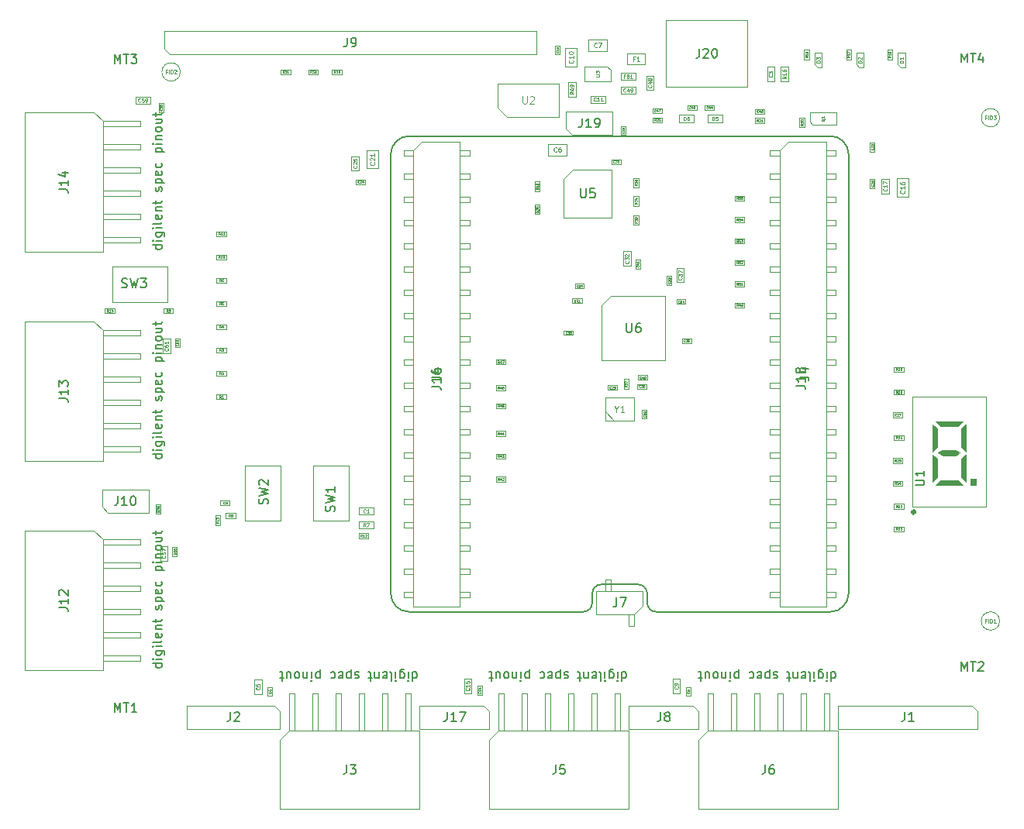
<source format=gbr>
%TF.GenerationSoftware,KiCad,Pcbnew,8.0.7-8.0.7-0~ubuntu22.04.1*%
%TF.CreationDate,2024-12-10T15:43:45-05:00*%
%TF.ProjectId,tinytapeout-demo,74696e79-7461-4706-956f-75742d64656d,2.1.0*%
%TF.SameCoordinates,PX38be5e0PY7d687e0*%
%TF.FileFunction,AssemblyDrawing,Top*%
%FSLAX46Y46*%
G04 Gerber Fmt 4.6, Leading zero omitted, Abs format (unit mm)*
G04 Created by KiCad (PCBNEW 8.0.7-8.0.7-0~ubuntu22.04.1) date 2024-12-10 15:43:45*
%MOMM*%
%LPD*%
G01*
G04 APERTURE LIST*
%ADD10C,0.040000*%
%ADD11C,0.060000*%
%ADD12C,0.150000*%
%ADD13C,0.080000*%
%ADD14C,0.105000*%
%ADD15C,0.050000*%
%ADD16C,0.120000*%
%ADD17C,0.100000*%
%ADD18C,0.332843*%
%ADD19C,0.180000*%
G04 APERTURE END LIST*
D10*
X129932857Y-77098200D02*
X129846190Y-76974391D01*
X129784285Y-77098200D02*
X129784285Y-76838200D01*
X129784285Y-76838200D02*
X129883333Y-76838200D01*
X129883333Y-76838200D02*
X129908095Y-76850581D01*
X129908095Y-76850581D02*
X129920476Y-76862962D01*
X129920476Y-76862962D02*
X129932857Y-76887724D01*
X129932857Y-76887724D02*
X129932857Y-76924867D01*
X129932857Y-76924867D02*
X129920476Y-76949629D01*
X129920476Y-76949629D02*
X129908095Y-76962010D01*
X129908095Y-76962010D02*
X129883333Y-76974391D01*
X129883333Y-76974391D02*
X129784285Y-76974391D01*
X130168095Y-76838200D02*
X130044285Y-76838200D01*
X130044285Y-76838200D02*
X130031904Y-76962010D01*
X130031904Y-76962010D02*
X130044285Y-76949629D01*
X130044285Y-76949629D02*
X130069047Y-76937248D01*
X130069047Y-76937248D02*
X130130952Y-76937248D01*
X130130952Y-76937248D02*
X130155714Y-76949629D01*
X130155714Y-76949629D02*
X130168095Y-76962010D01*
X130168095Y-76962010D02*
X130180476Y-76986772D01*
X130180476Y-76986772D02*
X130180476Y-77048677D01*
X130180476Y-77048677D02*
X130168095Y-77073439D01*
X130168095Y-77073439D02*
X130155714Y-77085820D01*
X130155714Y-77085820D02*
X130130952Y-77098200D01*
X130130952Y-77098200D02*
X130069047Y-77098200D01*
X130069047Y-77098200D02*
X130044285Y-77085820D01*
X130044285Y-77085820D02*
X130031904Y-77073439D01*
X130267142Y-76838200D02*
X130428095Y-76838200D01*
X130428095Y-76838200D02*
X130341428Y-76937248D01*
X130341428Y-76937248D02*
X130378571Y-76937248D01*
X130378571Y-76937248D02*
X130403333Y-76949629D01*
X130403333Y-76949629D02*
X130415714Y-76962010D01*
X130415714Y-76962010D02*
X130428095Y-76986772D01*
X130428095Y-76986772D02*
X130428095Y-77048677D01*
X130428095Y-77048677D02*
X130415714Y-77073439D01*
X130415714Y-77073439D02*
X130403333Y-77085820D01*
X130403333Y-77085820D02*
X130378571Y-77098200D01*
X130378571Y-77098200D02*
X130304285Y-77098200D01*
X130304285Y-77098200D02*
X130279523Y-77085820D01*
X130279523Y-77085820D02*
X130267142Y-77073439D01*
X146618200Y-56767142D02*
X146494391Y-56853809D01*
X146618200Y-56915714D02*
X146358200Y-56915714D01*
X146358200Y-56915714D02*
X146358200Y-56816666D01*
X146358200Y-56816666D02*
X146370581Y-56791904D01*
X146370581Y-56791904D02*
X146382962Y-56779523D01*
X146382962Y-56779523D02*
X146407724Y-56767142D01*
X146407724Y-56767142D02*
X146444867Y-56767142D01*
X146444867Y-56767142D02*
X146469629Y-56779523D01*
X146469629Y-56779523D02*
X146482010Y-56791904D01*
X146482010Y-56791904D02*
X146494391Y-56816666D01*
X146494391Y-56816666D02*
X146494391Y-56915714D01*
X146618200Y-56519523D02*
X146618200Y-56668095D01*
X146618200Y-56593809D02*
X146358200Y-56593809D01*
X146358200Y-56593809D02*
X146395343Y-56618571D01*
X146395343Y-56618571D02*
X146420105Y-56643333D01*
X146420105Y-56643333D02*
X146432486Y-56668095D01*
X146358200Y-56284285D02*
X146358200Y-56408095D01*
X146358200Y-56408095D02*
X146482010Y-56420476D01*
X146482010Y-56420476D02*
X146469629Y-56408095D01*
X146469629Y-56408095D02*
X146457248Y-56383333D01*
X146457248Y-56383333D02*
X146457248Y-56321428D01*
X146457248Y-56321428D02*
X146469629Y-56296666D01*
X146469629Y-56296666D02*
X146482010Y-56284285D01*
X146482010Y-56284285D02*
X146506772Y-56271904D01*
X146506772Y-56271904D02*
X146568677Y-56271904D01*
X146568677Y-56271904D02*
X146593439Y-56284285D01*
X146593439Y-56284285D02*
X146605820Y-56296666D01*
X146605820Y-56296666D02*
X146618200Y-56321428D01*
X146618200Y-56321428D02*
X146618200Y-56383333D01*
X146618200Y-56383333D02*
X146605820Y-56408095D01*
X146605820Y-56408095D02*
X146593439Y-56420476D01*
D11*
X117943832Y-79157142D02*
X117962880Y-79176190D01*
X117962880Y-79176190D02*
X117981927Y-79233332D01*
X117981927Y-79233332D02*
X117981927Y-79271428D01*
X117981927Y-79271428D02*
X117962880Y-79328571D01*
X117962880Y-79328571D02*
X117924784Y-79366666D01*
X117924784Y-79366666D02*
X117886689Y-79385713D01*
X117886689Y-79385713D02*
X117810499Y-79404761D01*
X117810499Y-79404761D02*
X117753356Y-79404761D01*
X117753356Y-79404761D02*
X117677165Y-79385713D01*
X117677165Y-79385713D02*
X117639070Y-79366666D01*
X117639070Y-79366666D02*
X117600975Y-79328571D01*
X117600975Y-79328571D02*
X117581927Y-79271428D01*
X117581927Y-79271428D02*
X117581927Y-79233332D01*
X117581927Y-79233332D02*
X117600975Y-79176190D01*
X117600975Y-79176190D02*
X117620022Y-79157142D01*
X117581927Y-79023809D02*
X117581927Y-78776190D01*
X117581927Y-78776190D02*
X117734308Y-78909523D01*
X117734308Y-78909523D02*
X117734308Y-78852380D01*
X117734308Y-78852380D02*
X117753356Y-78814285D01*
X117753356Y-78814285D02*
X117772403Y-78795237D01*
X117772403Y-78795237D02*
X117810499Y-78776190D01*
X117810499Y-78776190D02*
X117905737Y-78776190D01*
X117905737Y-78776190D02*
X117943832Y-78795237D01*
X117943832Y-78795237D02*
X117962880Y-78814285D01*
X117962880Y-78814285D02*
X117981927Y-78852380D01*
X117981927Y-78852380D02*
X117981927Y-78966666D01*
X117981927Y-78966666D02*
X117962880Y-79004761D01*
X117962880Y-79004761D02*
X117943832Y-79023809D01*
X117620022Y-78623809D02*
X117600975Y-78604761D01*
X117600975Y-78604761D02*
X117581927Y-78566666D01*
X117581927Y-78566666D02*
X117581927Y-78471428D01*
X117581927Y-78471428D02*
X117600975Y-78433333D01*
X117600975Y-78433333D02*
X117620022Y-78414285D01*
X117620022Y-78414285D02*
X117658118Y-78395238D01*
X117658118Y-78395238D02*
X117696213Y-78395238D01*
X117696213Y-78395238D02*
X117753356Y-78414285D01*
X117753356Y-78414285D02*
X117981927Y-78642857D01*
X117981927Y-78642857D02*
X117981927Y-78395238D01*
D10*
X144689765Y-66860714D02*
X144701670Y-66872618D01*
X144701670Y-66872618D02*
X144713574Y-66908333D01*
X144713574Y-66908333D02*
X144713574Y-66932142D01*
X144713574Y-66932142D02*
X144701670Y-66967856D01*
X144701670Y-66967856D02*
X144677860Y-66991666D01*
X144677860Y-66991666D02*
X144654050Y-67003571D01*
X144654050Y-67003571D02*
X144606431Y-67015475D01*
X144606431Y-67015475D02*
X144570717Y-67015475D01*
X144570717Y-67015475D02*
X144523098Y-67003571D01*
X144523098Y-67003571D02*
X144499289Y-66991666D01*
X144499289Y-66991666D02*
X144475479Y-66967856D01*
X144475479Y-66967856D02*
X144463574Y-66932142D01*
X144463574Y-66932142D02*
X144463574Y-66908333D01*
X144463574Y-66908333D02*
X144475479Y-66872618D01*
X144475479Y-66872618D02*
X144487384Y-66860714D01*
X144487384Y-66765475D02*
X144475479Y-66753571D01*
X144475479Y-66753571D02*
X144463574Y-66729761D01*
X144463574Y-66729761D02*
X144463574Y-66670237D01*
X144463574Y-66670237D02*
X144475479Y-66646428D01*
X144475479Y-66646428D02*
X144487384Y-66634523D01*
X144487384Y-66634523D02*
X144511193Y-66622618D01*
X144511193Y-66622618D02*
X144535003Y-66622618D01*
X144535003Y-66622618D02*
X144570717Y-66634523D01*
X144570717Y-66634523D02*
X144713574Y-66777380D01*
X144713574Y-66777380D02*
X144713574Y-66622618D01*
X144463574Y-66539285D02*
X144463574Y-66384523D01*
X144463574Y-66384523D02*
X144558812Y-66467857D01*
X144558812Y-66467857D02*
X144558812Y-66432142D01*
X144558812Y-66432142D02*
X144570717Y-66408333D01*
X144570717Y-66408333D02*
X144582622Y-66396428D01*
X144582622Y-66396428D02*
X144606431Y-66384523D01*
X144606431Y-66384523D02*
X144665955Y-66384523D01*
X144665955Y-66384523D02*
X144689765Y-66396428D01*
X144689765Y-66396428D02*
X144701670Y-66408333D01*
X144701670Y-66408333D02*
X144713574Y-66432142D01*
X144713574Y-66432142D02*
X144713574Y-66503571D01*
X144713574Y-66503571D02*
X144701670Y-66527380D01*
X144701670Y-66527380D02*
X144689765Y-66539285D01*
X119239285Y-92939765D02*
X119227381Y-92951670D01*
X119227381Y-92951670D02*
X119191666Y-92963574D01*
X119191666Y-92963574D02*
X119167857Y-92963574D01*
X119167857Y-92963574D02*
X119132143Y-92951670D01*
X119132143Y-92951670D02*
X119108333Y-92927860D01*
X119108333Y-92927860D02*
X119096428Y-92904050D01*
X119096428Y-92904050D02*
X119084524Y-92856431D01*
X119084524Y-92856431D02*
X119084524Y-92820717D01*
X119084524Y-92820717D02*
X119096428Y-92773098D01*
X119096428Y-92773098D02*
X119108333Y-92749289D01*
X119108333Y-92749289D02*
X119132143Y-92725479D01*
X119132143Y-92725479D02*
X119167857Y-92713574D01*
X119167857Y-92713574D02*
X119191666Y-92713574D01*
X119191666Y-92713574D02*
X119227381Y-92725479D01*
X119227381Y-92725479D02*
X119239285Y-92737384D01*
X119322619Y-92713574D02*
X119477381Y-92713574D01*
X119477381Y-92713574D02*
X119394047Y-92808812D01*
X119394047Y-92808812D02*
X119429762Y-92808812D01*
X119429762Y-92808812D02*
X119453571Y-92820717D01*
X119453571Y-92820717D02*
X119465476Y-92832622D01*
X119465476Y-92832622D02*
X119477381Y-92856431D01*
X119477381Y-92856431D02*
X119477381Y-92915955D01*
X119477381Y-92915955D02*
X119465476Y-92939765D01*
X119465476Y-92939765D02*
X119453571Y-92951670D01*
X119453571Y-92951670D02*
X119429762Y-92963574D01*
X119429762Y-92963574D02*
X119358333Y-92963574D01*
X119358333Y-92963574D02*
X119334524Y-92951670D01*
X119334524Y-92951670D02*
X119322619Y-92939765D01*
X119691666Y-92713574D02*
X119644047Y-92713574D01*
X119644047Y-92713574D02*
X119620238Y-92725479D01*
X119620238Y-92725479D02*
X119608333Y-92737384D01*
X119608333Y-92737384D02*
X119584523Y-92773098D01*
X119584523Y-92773098D02*
X119572619Y-92820717D01*
X119572619Y-92820717D02*
X119572619Y-92915955D01*
X119572619Y-92915955D02*
X119584523Y-92939765D01*
X119584523Y-92939765D02*
X119596428Y-92951670D01*
X119596428Y-92951670D02*
X119620238Y-92963574D01*
X119620238Y-92963574D02*
X119667857Y-92963574D01*
X119667857Y-92963574D02*
X119691666Y-92951670D01*
X119691666Y-92951670D02*
X119703571Y-92939765D01*
X119703571Y-92939765D02*
X119715476Y-92915955D01*
X119715476Y-92915955D02*
X119715476Y-92856431D01*
X119715476Y-92856431D02*
X119703571Y-92832622D01*
X119703571Y-92832622D02*
X119691666Y-92820717D01*
X119691666Y-92820717D02*
X119667857Y-92808812D01*
X119667857Y-92808812D02*
X119620238Y-92808812D01*
X119620238Y-92808812D02*
X119596428Y-92820717D01*
X119596428Y-92820717D02*
X119584523Y-92832622D01*
X119584523Y-92832622D02*
X119572619Y-92856431D01*
X129932857Y-72418200D02*
X129846190Y-72294391D01*
X129784285Y-72418200D02*
X129784285Y-72158200D01*
X129784285Y-72158200D02*
X129883333Y-72158200D01*
X129883333Y-72158200D02*
X129908095Y-72170581D01*
X129908095Y-72170581D02*
X129920476Y-72182962D01*
X129920476Y-72182962D02*
X129932857Y-72207724D01*
X129932857Y-72207724D02*
X129932857Y-72244867D01*
X129932857Y-72244867D02*
X129920476Y-72269629D01*
X129920476Y-72269629D02*
X129908095Y-72282010D01*
X129908095Y-72282010D02*
X129883333Y-72294391D01*
X129883333Y-72294391D02*
X129784285Y-72294391D01*
X130168095Y-72158200D02*
X130044285Y-72158200D01*
X130044285Y-72158200D02*
X130031904Y-72282010D01*
X130031904Y-72282010D02*
X130044285Y-72269629D01*
X130044285Y-72269629D02*
X130069047Y-72257248D01*
X130069047Y-72257248D02*
X130130952Y-72257248D01*
X130130952Y-72257248D02*
X130155714Y-72269629D01*
X130155714Y-72269629D02*
X130168095Y-72282010D01*
X130168095Y-72282010D02*
X130180476Y-72306772D01*
X130180476Y-72306772D02*
X130180476Y-72368677D01*
X130180476Y-72368677D02*
X130168095Y-72393439D01*
X130168095Y-72393439D02*
X130155714Y-72405820D01*
X130155714Y-72405820D02*
X130130952Y-72418200D01*
X130130952Y-72418200D02*
X130069047Y-72418200D01*
X130069047Y-72418200D02*
X130044285Y-72405820D01*
X130044285Y-72405820D02*
X130031904Y-72393439D01*
X130415714Y-72158200D02*
X130291904Y-72158200D01*
X130291904Y-72158200D02*
X130279523Y-72282010D01*
X130279523Y-72282010D02*
X130291904Y-72269629D01*
X130291904Y-72269629D02*
X130316666Y-72257248D01*
X130316666Y-72257248D02*
X130378571Y-72257248D01*
X130378571Y-72257248D02*
X130403333Y-72269629D01*
X130403333Y-72269629D02*
X130415714Y-72282010D01*
X130415714Y-72282010D02*
X130428095Y-72306772D01*
X130428095Y-72306772D02*
X130428095Y-72368677D01*
X130428095Y-72368677D02*
X130415714Y-72393439D01*
X130415714Y-72393439D02*
X130403333Y-72405820D01*
X130403333Y-72405820D02*
X130378571Y-72418200D01*
X130378571Y-72418200D02*
X130316666Y-72418200D01*
X130316666Y-72418200D02*
X130291904Y-72405820D01*
X130291904Y-72405820D02*
X130279523Y-72393439D01*
X120932857Y-63868200D02*
X120846190Y-63744391D01*
X120784285Y-63868200D02*
X120784285Y-63608200D01*
X120784285Y-63608200D02*
X120883333Y-63608200D01*
X120883333Y-63608200D02*
X120908095Y-63620581D01*
X120908095Y-63620581D02*
X120920476Y-63632962D01*
X120920476Y-63632962D02*
X120932857Y-63657724D01*
X120932857Y-63657724D02*
X120932857Y-63694867D01*
X120932857Y-63694867D02*
X120920476Y-63719629D01*
X120920476Y-63719629D02*
X120908095Y-63732010D01*
X120908095Y-63732010D02*
X120883333Y-63744391D01*
X120883333Y-63744391D02*
X120784285Y-63744391D01*
X121031904Y-63632962D02*
X121044285Y-63620581D01*
X121044285Y-63620581D02*
X121069047Y-63608200D01*
X121069047Y-63608200D02*
X121130952Y-63608200D01*
X121130952Y-63608200D02*
X121155714Y-63620581D01*
X121155714Y-63620581D02*
X121168095Y-63632962D01*
X121168095Y-63632962D02*
X121180476Y-63657724D01*
X121180476Y-63657724D02*
X121180476Y-63682486D01*
X121180476Y-63682486D02*
X121168095Y-63719629D01*
X121168095Y-63719629D02*
X121019523Y-63868200D01*
X121019523Y-63868200D02*
X121180476Y-63868200D01*
X121341428Y-63608200D02*
X121366190Y-63608200D01*
X121366190Y-63608200D02*
X121390952Y-63620581D01*
X121390952Y-63620581D02*
X121403333Y-63632962D01*
X121403333Y-63632962D02*
X121415714Y-63657724D01*
X121415714Y-63657724D02*
X121428095Y-63707248D01*
X121428095Y-63707248D02*
X121428095Y-63769153D01*
X121428095Y-63769153D02*
X121415714Y-63818677D01*
X121415714Y-63818677D02*
X121403333Y-63843439D01*
X121403333Y-63843439D02*
X121390952Y-63855820D01*
X121390952Y-63855820D02*
X121366190Y-63868200D01*
X121366190Y-63868200D02*
X121341428Y-63868200D01*
X121341428Y-63868200D02*
X121316666Y-63855820D01*
X121316666Y-63855820D02*
X121304285Y-63843439D01*
X121304285Y-63843439D02*
X121291904Y-63818677D01*
X121291904Y-63818677D02*
X121279523Y-63769153D01*
X121279523Y-63769153D02*
X121279523Y-63707248D01*
X121279523Y-63707248D02*
X121291904Y-63657724D01*
X121291904Y-63657724D02*
X121304285Y-63632962D01*
X121304285Y-63632962D02*
X121316666Y-63620581D01*
X121316666Y-63620581D02*
X121341428Y-63608200D01*
D12*
X61809524Y-57554819D02*
X61809524Y-56554819D01*
X61809524Y-56554819D02*
X62142857Y-57269104D01*
X62142857Y-57269104D02*
X62476190Y-56554819D01*
X62476190Y-56554819D02*
X62476190Y-57554819D01*
X62809524Y-56554819D02*
X63380952Y-56554819D01*
X63095238Y-57554819D02*
X63095238Y-56554819D01*
X63619048Y-56554819D02*
X64238095Y-56554819D01*
X64238095Y-56554819D02*
X63904762Y-56935771D01*
X63904762Y-56935771D02*
X64047619Y-56935771D01*
X64047619Y-56935771D02*
X64142857Y-56983390D01*
X64142857Y-56983390D02*
X64190476Y-57031009D01*
X64190476Y-57031009D02*
X64238095Y-57126247D01*
X64238095Y-57126247D02*
X64238095Y-57364342D01*
X64238095Y-57364342D02*
X64190476Y-57459580D01*
X64190476Y-57459580D02*
X64142857Y-57507200D01*
X64142857Y-57507200D02*
X64047619Y-57554819D01*
X64047619Y-57554819D02*
X63761905Y-57554819D01*
X63761905Y-57554819D02*
X63666667Y-57507200D01*
X63666667Y-57507200D02*
X63619048Y-57459580D01*
D13*
X148079530Y-71471428D02*
X148103340Y-71495237D01*
X148103340Y-71495237D02*
X148127149Y-71566666D01*
X148127149Y-71566666D02*
X148127149Y-71614285D01*
X148127149Y-71614285D02*
X148103340Y-71685713D01*
X148103340Y-71685713D02*
X148055720Y-71733332D01*
X148055720Y-71733332D02*
X148008101Y-71757142D01*
X148008101Y-71757142D02*
X147912863Y-71780951D01*
X147912863Y-71780951D02*
X147841435Y-71780951D01*
X147841435Y-71780951D02*
X147746197Y-71757142D01*
X147746197Y-71757142D02*
X147698578Y-71733332D01*
X147698578Y-71733332D02*
X147650959Y-71685713D01*
X147650959Y-71685713D02*
X147627149Y-71614285D01*
X147627149Y-71614285D02*
X147627149Y-71566666D01*
X147627149Y-71566666D02*
X147650959Y-71495237D01*
X147650959Y-71495237D02*
X147674768Y-71471428D01*
X148127149Y-70995237D02*
X148127149Y-71280951D01*
X148127149Y-71138094D02*
X147627149Y-71138094D01*
X147627149Y-71138094D02*
X147698578Y-71185713D01*
X147698578Y-71185713D02*
X147746197Y-71233332D01*
X147746197Y-71233332D02*
X147770006Y-71280951D01*
X147627149Y-70566666D02*
X147627149Y-70661904D01*
X147627149Y-70661904D02*
X147650959Y-70709523D01*
X147650959Y-70709523D02*
X147674768Y-70733333D01*
X147674768Y-70733333D02*
X147746197Y-70780952D01*
X147746197Y-70780952D02*
X147841435Y-70804761D01*
X147841435Y-70804761D02*
X148031911Y-70804761D01*
X148031911Y-70804761D02*
X148079530Y-70780952D01*
X148079530Y-70780952D02*
X148103340Y-70757142D01*
X148103340Y-70757142D02*
X148127149Y-70709523D01*
X148127149Y-70709523D02*
X148127149Y-70614285D01*
X148127149Y-70614285D02*
X148103340Y-70566666D01*
X148103340Y-70566666D02*
X148079530Y-70542857D01*
X148079530Y-70542857D02*
X148031911Y-70519047D01*
X148031911Y-70519047D02*
X147912863Y-70519047D01*
X147912863Y-70519047D02*
X147865244Y-70542857D01*
X147865244Y-70542857D02*
X147841435Y-70566666D01*
X147841435Y-70566666D02*
X147817625Y-70614285D01*
X147817625Y-70614285D02*
X147817625Y-70709523D01*
X147817625Y-70709523D02*
X147841435Y-70757142D01*
X147841435Y-70757142D02*
X147865244Y-70780952D01*
X147865244Y-70780952D02*
X147912863Y-70804761D01*
D11*
X157071429Y-63472403D02*
X156938096Y-63472403D01*
X156938096Y-63681927D02*
X156938096Y-63281927D01*
X156938096Y-63281927D02*
X157128572Y-63281927D01*
X157280953Y-63681927D02*
X157280953Y-63281927D01*
X157471429Y-63681927D02*
X157471429Y-63281927D01*
X157471429Y-63281927D02*
X157566667Y-63281927D01*
X157566667Y-63281927D02*
X157623810Y-63300975D01*
X157623810Y-63300975D02*
X157661905Y-63339070D01*
X157661905Y-63339070D02*
X157680952Y-63377165D01*
X157680952Y-63377165D02*
X157700000Y-63453356D01*
X157700000Y-63453356D02*
X157700000Y-63510499D01*
X157700000Y-63510499D02*
X157680952Y-63586689D01*
X157680952Y-63586689D02*
X157661905Y-63624784D01*
X157661905Y-63624784D02*
X157623810Y-63662880D01*
X157623810Y-63662880D02*
X157566667Y-63681927D01*
X157566667Y-63681927D02*
X157471429Y-63681927D01*
X157833333Y-63281927D02*
X158080952Y-63281927D01*
X158080952Y-63281927D02*
X157947619Y-63434308D01*
X157947619Y-63434308D02*
X158004762Y-63434308D01*
X158004762Y-63434308D02*
X158042857Y-63453356D01*
X158042857Y-63453356D02*
X158061905Y-63472403D01*
X158061905Y-63472403D02*
X158080952Y-63510499D01*
X158080952Y-63510499D02*
X158080952Y-63605737D01*
X158080952Y-63605737D02*
X158061905Y-63643832D01*
X158061905Y-63643832D02*
X158042857Y-63662880D01*
X158042857Y-63662880D02*
X158004762Y-63681927D01*
X158004762Y-63681927D02*
X157890476Y-63681927D01*
X157890476Y-63681927D02*
X157852381Y-63662880D01*
X157852381Y-63662880D02*
X157833333Y-63643832D01*
D10*
X118918200Y-70767142D02*
X118794391Y-70853809D01*
X118918200Y-70915714D02*
X118658200Y-70915714D01*
X118658200Y-70915714D02*
X118658200Y-70816666D01*
X118658200Y-70816666D02*
X118670581Y-70791904D01*
X118670581Y-70791904D02*
X118682962Y-70779523D01*
X118682962Y-70779523D02*
X118707724Y-70767142D01*
X118707724Y-70767142D02*
X118744867Y-70767142D01*
X118744867Y-70767142D02*
X118769629Y-70779523D01*
X118769629Y-70779523D02*
X118782010Y-70791904D01*
X118782010Y-70791904D02*
X118794391Y-70816666D01*
X118794391Y-70816666D02*
X118794391Y-70915714D01*
X118658200Y-70680476D02*
X118658200Y-70519523D01*
X118658200Y-70519523D02*
X118757248Y-70606190D01*
X118757248Y-70606190D02*
X118757248Y-70569047D01*
X118757248Y-70569047D02*
X118769629Y-70544285D01*
X118769629Y-70544285D02*
X118782010Y-70531904D01*
X118782010Y-70531904D02*
X118806772Y-70519523D01*
X118806772Y-70519523D02*
X118868677Y-70519523D01*
X118868677Y-70519523D02*
X118893439Y-70531904D01*
X118893439Y-70531904D02*
X118905820Y-70544285D01*
X118905820Y-70544285D02*
X118918200Y-70569047D01*
X118918200Y-70569047D02*
X118918200Y-70643333D01*
X118918200Y-70643333D02*
X118905820Y-70668095D01*
X118905820Y-70668095D02*
X118893439Y-70680476D01*
X118769629Y-70370952D02*
X118757248Y-70395714D01*
X118757248Y-70395714D02*
X118744867Y-70408095D01*
X118744867Y-70408095D02*
X118720105Y-70420476D01*
X118720105Y-70420476D02*
X118707724Y-70420476D01*
X118707724Y-70420476D02*
X118682962Y-70408095D01*
X118682962Y-70408095D02*
X118670581Y-70395714D01*
X118670581Y-70395714D02*
X118658200Y-70370952D01*
X118658200Y-70370952D02*
X118658200Y-70321428D01*
X118658200Y-70321428D02*
X118670581Y-70296666D01*
X118670581Y-70296666D02*
X118682962Y-70284285D01*
X118682962Y-70284285D02*
X118707724Y-70271904D01*
X118707724Y-70271904D02*
X118720105Y-70271904D01*
X118720105Y-70271904D02*
X118744867Y-70284285D01*
X118744867Y-70284285D02*
X118757248Y-70296666D01*
X118757248Y-70296666D02*
X118769629Y-70321428D01*
X118769629Y-70321428D02*
X118769629Y-70370952D01*
X118769629Y-70370952D02*
X118782010Y-70395714D01*
X118782010Y-70395714D02*
X118794391Y-70408095D01*
X118794391Y-70408095D02*
X118819153Y-70420476D01*
X118819153Y-70420476D02*
X118868677Y-70420476D01*
X118868677Y-70420476D02*
X118893439Y-70408095D01*
X118893439Y-70408095D02*
X118905820Y-70395714D01*
X118905820Y-70395714D02*
X118918200Y-70370952D01*
X118918200Y-70370952D02*
X118918200Y-70321428D01*
X118918200Y-70321428D02*
X118905820Y-70296666D01*
X118905820Y-70296666D02*
X118893439Y-70284285D01*
X118893439Y-70284285D02*
X118868677Y-70271904D01*
X118868677Y-70271904D02*
X118819153Y-70271904D01*
X118819153Y-70271904D02*
X118794391Y-70284285D01*
X118794391Y-70284285D02*
X118782010Y-70296666D01*
X118782010Y-70296666D02*
X118769629Y-70321428D01*
D11*
X120443832Y-59957142D02*
X120462880Y-59976190D01*
X120462880Y-59976190D02*
X120481927Y-60033332D01*
X120481927Y-60033332D02*
X120481927Y-60071428D01*
X120481927Y-60071428D02*
X120462880Y-60128571D01*
X120462880Y-60128571D02*
X120424784Y-60166666D01*
X120424784Y-60166666D02*
X120386689Y-60185713D01*
X120386689Y-60185713D02*
X120310499Y-60204761D01*
X120310499Y-60204761D02*
X120253356Y-60204761D01*
X120253356Y-60204761D02*
X120177165Y-60185713D01*
X120177165Y-60185713D02*
X120139070Y-60166666D01*
X120139070Y-60166666D02*
X120100975Y-60128571D01*
X120100975Y-60128571D02*
X120081927Y-60071428D01*
X120081927Y-60071428D02*
X120081927Y-60033332D01*
X120081927Y-60033332D02*
X120100975Y-59976190D01*
X120100975Y-59976190D02*
X120120022Y-59957142D01*
X120215260Y-59614285D02*
X120481927Y-59614285D01*
X120062880Y-59709523D02*
X120348594Y-59804761D01*
X120348594Y-59804761D02*
X120348594Y-59557142D01*
X120253356Y-59347619D02*
X120234308Y-59385714D01*
X120234308Y-59385714D02*
X120215260Y-59404761D01*
X120215260Y-59404761D02*
X120177165Y-59423809D01*
X120177165Y-59423809D02*
X120158118Y-59423809D01*
X120158118Y-59423809D02*
X120120022Y-59404761D01*
X120120022Y-59404761D02*
X120100975Y-59385714D01*
X120100975Y-59385714D02*
X120081927Y-59347619D01*
X120081927Y-59347619D02*
X120081927Y-59271428D01*
X120081927Y-59271428D02*
X120100975Y-59233333D01*
X120100975Y-59233333D02*
X120120022Y-59214285D01*
X120120022Y-59214285D02*
X120158118Y-59195238D01*
X120158118Y-59195238D02*
X120177165Y-59195238D01*
X120177165Y-59195238D02*
X120215260Y-59214285D01*
X120215260Y-59214285D02*
X120234308Y-59233333D01*
X120234308Y-59233333D02*
X120253356Y-59271428D01*
X120253356Y-59271428D02*
X120253356Y-59347619D01*
X120253356Y-59347619D02*
X120272403Y-59385714D01*
X120272403Y-59385714D02*
X120291451Y-59404761D01*
X120291451Y-59404761D02*
X120329546Y-59423809D01*
X120329546Y-59423809D02*
X120405737Y-59423809D01*
X120405737Y-59423809D02*
X120443832Y-59404761D01*
X120443832Y-59404761D02*
X120462880Y-59385714D01*
X120462880Y-59385714D02*
X120481927Y-59347619D01*
X120481927Y-59347619D02*
X120481927Y-59271428D01*
X120481927Y-59271428D02*
X120462880Y-59233333D01*
X120462880Y-59233333D02*
X120443832Y-59214285D01*
X120443832Y-59214285D02*
X120405737Y-59195238D01*
X120405737Y-59195238D02*
X120329546Y-59195238D01*
X120329546Y-59195238D02*
X120291451Y-59214285D01*
X120291451Y-59214285D02*
X120272403Y-59233333D01*
X120272403Y-59233333D02*
X120253356Y-59271428D01*
D12*
X55739819Y-94199523D02*
X56454104Y-94199523D01*
X56454104Y-94199523D02*
X56596961Y-94247142D01*
X56596961Y-94247142D02*
X56692200Y-94342380D01*
X56692200Y-94342380D02*
X56739819Y-94485237D01*
X56739819Y-94485237D02*
X56739819Y-94580475D01*
X56739819Y-93199523D02*
X56739819Y-93770951D01*
X56739819Y-93485237D02*
X55739819Y-93485237D01*
X55739819Y-93485237D02*
X55882676Y-93580475D01*
X55882676Y-93580475D02*
X55977914Y-93675713D01*
X55977914Y-93675713D02*
X56025533Y-93770951D01*
X55739819Y-92866189D02*
X55739819Y-92247142D01*
X55739819Y-92247142D02*
X56120771Y-92580475D01*
X56120771Y-92580475D02*
X56120771Y-92437618D01*
X56120771Y-92437618D02*
X56168390Y-92342380D01*
X56168390Y-92342380D02*
X56216009Y-92294761D01*
X56216009Y-92294761D02*
X56311247Y-92247142D01*
X56311247Y-92247142D02*
X56549342Y-92247142D01*
X56549342Y-92247142D02*
X56644580Y-92294761D01*
X56644580Y-92294761D02*
X56692200Y-92342380D01*
X56692200Y-92342380D02*
X56739819Y-92437618D01*
X56739819Y-92437618D02*
X56739819Y-92723332D01*
X56739819Y-92723332D02*
X56692200Y-92818570D01*
X56692200Y-92818570D02*
X56644580Y-92866189D01*
X66969819Y-100274649D02*
X65969819Y-100274649D01*
X66922200Y-100274649D02*
X66969819Y-100369887D01*
X66969819Y-100369887D02*
X66969819Y-100560363D01*
X66969819Y-100560363D02*
X66922200Y-100655601D01*
X66922200Y-100655601D02*
X66874580Y-100703220D01*
X66874580Y-100703220D02*
X66779342Y-100750839D01*
X66779342Y-100750839D02*
X66493628Y-100750839D01*
X66493628Y-100750839D02*
X66398390Y-100703220D01*
X66398390Y-100703220D02*
X66350771Y-100655601D01*
X66350771Y-100655601D02*
X66303152Y-100560363D01*
X66303152Y-100560363D02*
X66303152Y-100369887D01*
X66303152Y-100369887D02*
X66350771Y-100274649D01*
X66969819Y-99798458D02*
X66303152Y-99798458D01*
X65969819Y-99798458D02*
X66017438Y-99846077D01*
X66017438Y-99846077D02*
X66065057Y-99798458D01*
X66065057Y-99798458D02*
X66017438Y-99750839D01*
X66017438Y-99750839D02*
X65969819Y-99798458D01*
X65969819Y-99798458D02*
X66065057Y-99798458D01*
X66303152Y-98893697D02*
X67112676Y-98893697D01*
X67112676Y-98893697D02*
X67207914Y-98941316D01*
X67207914Y-98941316D02*
X67255533Y-98988935D01*
X67255533Y-98988935D02*
X67303152Y-99084173D01*
X67303152Y-99084173D02*
X67303152Y-99227030D01*
X67303152Y-99227030D02*
X67255533Y-99322268D01*
X66922200Y-98893697D02*
X66969819Y-98988935D01*
X66969819Y-98988935D02*
X66969819Y-99179411D01*
X66969819Y-99179411D02*
X66922200Y-99274649D01*
X66922200Y-99274649D02*
X66874580Y-99322268D01*
X66874580Y-99322268D02*
X66779342Y-99369887D01*
X66779342Y-99369887D02*
X66493628Y-99369887D01*
X66493628Y-99369887D02*
X66398390Y-99322268D01*
X66398390Y-99322268D02*
X66350771Y-99274649D01*
X66350771Y-99274649D02*
X66303152Y-99179411D01*
X66303152Y-99179411D02*
X66303152Y-98988935D01*
X66303152Y-98988935D02*
X66350771Y-98893697D01*
X66969819Y-98417506D02*
X66303152Y-98417506D01*
X65969819Y-98417506D02*
X66017438Y-98465125D01*
X66017438Y-98465125D02*
X66065057Y-98417506D01*
X66065057Y-98417506D02*
X66017438Y-98369887D01*
X66017438Y-98369887D02*
X65969819Y-98417506D01*
X65969819Y-98417506D02*
X66065057Y-98417506D01*
X66969819Y-97798459D02*
X66922200Y-97893697D01*
X66922200Y-97893697D02*
X66826961Y-97941316D01*
X66826961Y-97941316D02*
X65969819Y-97941316D01*
X66922200Y-97036554D02*
X66969819Y-97131792D01*
X66969819Y-97131792D02*
X66969819Y-97322268D01*
X66969819Y-97322268D02*
X66922200Y-97417506D01*
X66922200Y-97417506D02*
X66826961Y-97465125D01*
X66826961Y-97465125D02*
X66446009Y-97465125D01*
X66446009Y-97465125D02*
X66350771Y-97417506D01*
X66350771Y-97417506D02*
X66303152Y-97322268D01*
X66303152Y-97322268D02*
X66303152Y-97131792D01*
X66303152Y-97131792D02*
X66350771Y-97036554D01*
X66350771Y-97036554D02*
X66446009Y-96988935D01*
X66446009Y-96988935D02*
X66541247Y-96988935D01*
X66541247Y-96988935D02*
X66636485Y-97465125D01*
X66303152Y-96560363D02*
X66969819Y-96560363D01*
X66398390Y-96560363D02*
X66350771Y-96512744D01*
X66350771Y-96512744D02*
X66303152Y-96417506D01*
X66303152Y-96417506D02*
X66303152Y-96274649D01*
X66303152Y-96274649D02*
X66350771Y-96179411D01*
X66350771Y-96179411D02*
X66446009Y-96131792D01*
X66446009Y-96131792D02*
X66969819Y-96131792D01*
X66303152Y-95798458D02*
X66303152Y-95417506D01*
X65969819Y-95655601D02*
X66826961Y-95655601D01*
X66826961Y-95655601D02*
X66922200Y-95607982D01*
X66922200Y-95607982D02*
X66969819Y-95512744D01*
X66969819Y-95512744D02*
X66969819Y-95417506D01*
X66922200Y-94369886D02*
X66969819Y-94274648D01*
X66969819Y-94274648D02*
X66969819Y-94084172D01*
X66969819Y-94084172D02*
X66922200Y-93988934D01*
X66922200Y-93988934D02*
X66826961Y-93941315D01*
X66826961Y-93941315D02*
X66779342Y-93941315D01*
X66779342Y-93941315D02*
X66684104Y-93988934D01*
X66684104Y-93988934D02*
X66636485Y-94084172D01*
X66636485Y-94084172D02*
X66636485Y-94227029D01*
X66636485Y-94227029D02*
X66588866Y-94322267D01*
X66588866Y-94322267D02*
X66493628Y-94369886D01*
X66493628Y-94369886D02*
X66446009Y-94369886D01*
X66446009Y-94369886D02*
X66350771Y-94322267D01*
X66350771Y-94322267D02*
X66303152Y-94227029D01*
X66303152Y-94227029D02*
X66303152Y-94084172D01*
X66303152Y-94084172D02*
X66350771Y-93988934D01*
X66303152Y-93512743D02*
X67303152Y-93512743D01*
X66350771Y-93512743D02*
X66303152Y-93417505D01*
X66303152Y-93417505D02*
X66303152Y-93227029D01*
X66303152Y-93227029D02*
X66350771Y-93131791D01*
X66350771Y-93131791D02*
X66398390Y-93084172D01*
X66398390Y-93084172D02*
X66493628Y-93036553D01*
X66493628Y-93036553D02*
X66779342Y-93036553D01*
X66779342Y-93036553D02*
X66874580Y-93084172D01*
X66874580Y-93084172D02*
X66922200Y-93131791D01*
X66922200Y-93131791D02*
X66969819Y-93227029D01*
X66969819Y-93227029D02*
X66969819Y-93417505D01*
X66969819Y-93417505D02*
X66922200Y-93512743D01*
X66922200Y-92227029D02*
X66969819Y-92322267D01*
X66969819Y-92322267D02*
X66969819Y-92512743D01*
X66969819Y-92512743D02*
X66922200Y-92607981D01*
X66922200Y-92607981D02*
X66826961Y-92655600D01*
X66826961Y-92655600D02*
X66446009Y-92655600D01*
X66446009Y-92655600D02*
X66350771Y-92607981D01*
X66350771Y-92607981D02*
X66303152Y-92512743D01*
X66303152Y-92512743D02*
X66303152Y-92322267D01*
X66303152Y-92322267D02*
X66350771Y-92227029D01*
X66350771Y-92227029D02*
X66446009Y-92179410D01*
X66446009Y-92179410D02*
X66541247Y-92179410D01*
X66541247Y-92179410D02*
X66636485Y-92655600D01*
X66922200Y-91322267D02*
X66969819Y-91417505D01*
X66969819Y-91417505D02*
X66969819Y-91607981D01*
X66969819Y-91607981D02*
X66922200Y-91703219D01*
X66922200Y-91703219D02*
X66874580Y-91750838D01*
X66874580Y-91750838D02*
X66779342Y-91798457D01*
X66779342Y-91798457D02*
X66493628Y-91798457D01*
X66493628Y-91798457D02*
X66398390Y-91750838D01*
X66398390Y-91750838D02*
X66350771Y-91703219D01*
X66350771Y-91703219D02*
X66303152Y-91607981D01*
X66303152Y-91607981D02*
X66303152Y-91417505D01*
X66303152Y-91417505D02*
X66350771Y-91322267D01*
X66303152Y-90131790D02*
X67303152Y-90131790D01*
X66350771Y-90131790D02*
X66303152Y-90036552D01*
X66303152Y-90036552D02*
X66303152Y-89846076D01*
X66303152Y-89846076D02*
X66350771Y-89750838D01*
X66350771Y-89750838D02*
X66398390Y-89703219D01*
X66398390Y-89703219D02*
X66493628Y-89655600D01*
X66493628Y-89655600D02*
X66779342Y-89655600D01*
X66779342Y-89655600D02*
X66874580Y-89703219D01*
X66874580Y-89703219D02*
X66922200Y-89750838D01*
X66922200Y-89750838D02*
X66969819Y-89846076D01*
X66969819Y-89846076D02*
X66969819Y-90036552D01*
X66969819Y-90036552D02*
X66922200Y-90131790D01*
X66969819Y-89227028D02*
X66303152Y-89227028D01*
X65969819Y-89227028D02*
X66017438Y-89274647D01*
X66017438Y-89274647D02*
X66065057Y-89227028D01*
X66065057Y-89227028D02*
X66017438Y-89179409D01*
X66017438Y-89179409D02*
X65969819Y-89227028D01*
X65969819Y-89227028D02*
X66065057Y-89227028D01*
X66303152Y-88750838D02*
X66969819Y-88750838D01*
X66398390Y-88750838D02*
X66350771Y-88703219D01*
X66350771Y-88703219D02*
X66303152Y-88607981D01*
X66303152Y-88607981D02*
X66303152Y-88465124D01*
X66303152Y-88465124D02*
X66350771Y-88369886D01*
X66350771Y-88369886D02*
X66446009Y-88322267D01*
X66446009Y-88322267D02*
X66969819Y-88322267D01*
X66969819Y-87703219D02*
X66922200Y-87798457D01*
X66922200Y-87798457D02*
X66874580Y-87846076D01*
X66874580Y-87846076D02*
X66779342Y-87893695D01*
X66779342Y-87893695D02*
X66493628Y-87893695D01*
X66493628Y-87893695D02*
X66398390Y-87846076D01*
X66398390Y-87846076D02*
X66350771Y-87798457D01*
X66350771Y-87798457D02*
X66303152Y-87703219D01*
X66303152Y-87703219D02*
X66303152Y-87560362D01*
X66303152Y-87560362D02*
X66350771Y-87465124D01*
X66350771Y-87465124D02*
X66398390Y-87417505D01*
X66398390Y-87417505D02*
X66493628Y-87369886D01*
X66493628Y-87369886D02*
X66779342Y-87369886D01*
X66779342Y-87369886D02*
X66874580Y-87417505D01*
X66874580Y-87417505D02*
X66922200Y-87465124D01*
X66922200Y-87465124D02*
X66969819Y-87560362D01*
X66969819Y-87560362D02*
X66969819Y-87703219D01*
X66303152Y-86512743D02*
X66969819Y-86512743D01*
X66303152Y-86941314D02*
X66826961Y-86941314D01*
X66826961Y-86941314D02*
X66922200Y-86893695D01*
X66922200Y-86893695D02*
X66969819Y-86798457D01*
X66969819Y-86798457D02*
X66969819Y-86655600D01*
X66969819Y-86655600D02*
X66922200Y-86560362D01*
X66922200Y-86560362D02*
X66874580Y-86512743D01*
X66303152Y-86179409D02*
X66303152Y-85798457D01*
X65969819Y-86036552D02*
X66826961Y-86036552D01*
X66826961Y-86036552D02*
X66922200Y-85988933D01*
X66922200Y-85988933D02*
X66969819Y-85893695D01*
X66969819Y-85893695D02*
X66969819Y-85798457D01*
D13*
X110116666Y-67179530D02*
X110092857Y-67203340D01*
X110092857Y-67203340D02*
X110021428Y-67227149D01*
X110021428Y-67227149D02*
X109973809Y-67227149D01*
X109973809Y-67227149D02*
X109902381Y-67203340D01*
X109902381Y-67203340D02*
X109854762Y-67155720D01*
X109854762Y-67155720D02*
X109830952Y-67108101D01*
X109830952Y-67108101D02*
X109807143Y-67012863D01*
X109807143Y-67012863D02*
X109807143Y-66941435D01*
X109807143Y-66941435D02*
X109830952Y-66846197D01*
X109830952Y-66846197D02*
X109854762Y-66798578D01*
X109854762Y-66798578D02*
X109902381Y-66750959D01*
X109902381Y-66750959D02*
X109973809Y-66727149D01*
X109973809Y-66727149D02*
X110021428Y-66727149D01*
X110021428Y-66727149D02*
X110092857Y-66750959D01*
X110092857Y-66750959D02*
X110116666Y-66774768D01*
X110545238Y-66727149D02*
X110450000Y-66727149D01*
X110450000Y-66727149D02*
X110402381Y-66750959D01*
X110402381Y-66750959D02*
X110378571Y-66774768D01*
X110378571Y-66774768D02*
X110330952Y-66846197D01*
X110330952Y-66846197D02*
X110307143Y-66941435D01*
X110307143Y-66941435D02*
X110307143Y-67131911D01*
X110307143Y-67131911D02*
X110330952Y-67179530D01*
X110330952Y-67179530D02*
X110354762Y-67203340D01*
X110354762Y-67203340D02*
X110402381Y-67227149D01*
X110402381Y-67227149D02*
X110497619Y-67227149D01*
X110497619Y-67227149D02*
X110545238Y-67203340D01*
X110545238Y-67203340D02*
X110569047Y-67179530D01*
X110569047Y-67179530D02*
X110592857Y-67131911D01*
X110592857Y-67131911D02*
X110592857Y-67012863D01*
X110592857Y-67012863D02*
X110569047Y-66965244D01*
X110569047Y-66965244D02*
X110545238Y-66941435D01*
X110545238Y-66941435D02*
X110497619Y-66917625D01*
X110497619Y-66917625D02*
X110402381Y-66917625D01*
X110402381Y-66917625D02*
X110354762Y-66941435D01*
X110354762Y-66941435D02*
X110330952Y-66965244D01*
X110330952Y-66965244D02*
X110307143Y-67012863D01*
D10*
X73446667Y-83946771D02*
X73360000Y-83822962D01*
X73298095Y-83946771D02*
X73298095Y-83686771D01*
X73298095Y-83686771D02*
X73397143Y-83686771D01*
X73397143Y-83686771D02*
X73421905Y-83699152D01*
X73421905Y-83699152D02*
X73434286Y-83711533D01*
X73434286Y-83711533D02*
X73446667Y-83736295D01*
X73446667Y-83736295D02*
X73446667Y-83773438D01*
X73446667Y-83773438D02*
X73434286Y-83798200D01*
X73434286Y-83798200D02*
X73421905Y-83810581D01*
X73421905Y-83810581D02*
X73397143Y-83822962D01*
X73397143Y-83822962D02*
X73298095Y-83822962D01*
X73681905Y-83686771D02*
X73558095Y-83686771D01*
X73558095Y-83686771D02*
X73545714Y-83810581D01*
X73545714Y-83810581D02*
X73558095Y-83798200D01*
X73558095Y-83798200D02*
X73582857Y-83785819D01*
X73582857Y-83785819D02*
X73644762Y-83785819D01*
X73644762Y-83785819D02*
X73669524Y-83798200D01*
X73669524Y-83798200D02*
X73681905Y-83810581D01*
X73681905Y-83810581D02*
X73694286Y-83835343D01*
X73694286Y-83835343D02*
X73694286Y-83897248D01*
X73694286Y-83897248D02*
X73681905Y-83922010D01*
X73681905Y-83922010D02*
X73669524Y-83934391D01*
X73669524Y-83934391D02*
X73644762Y-83946771D01*
X73644762Y-83946771D02*
X73582857Y-83946771D01*
X73582857Y-83946771D02*
X73558095Y-83934391D01*
X73558095Y-83934391D02*
X73545714Y-83922010D01*
X68489765Y-111060714D02*
X68501670Y-111072618D01*
X68501670Y-111072618D02*
X68513574Y-111108333D01*
X68513574Y-111108333D02*
X68513574Y-111132142D01*
X68513574Y-111132142D02*
X68501670Y-111167856D01*
X68501670Y-111167856D02*
X68477860Y-111191666D01*
X68477860Y-111191666D02*
X68454050Y-111203571D01*
X68454050Y-111203571D02*
X68406431Y-111215475D01*
X68406431Y-111215475D02*
X68370717Y-111215475D01*
X68370717Y-111215475D02*
X68323098Y-111203571D01*
X68323098Y-111203571D02*
X68299289Y-111191666D01*
X68299289Y-111191666D02*
X68275479Y-111167856D01*
X68275479Y-111167856D02*
X68263574Y-111132142D01*
X68263574Y-111132142D02*
X68263574Y-111108333D01*
X68263574Y-111108333D02*
X68275479Y-111072618D01*
X68275479Y-111072618D02*
X68287384Y-111060714D01*
X68263574Y-110834523D02*
X68263574Y-110953571D01*
X68263574Y-110953571D02*
X68382622Y-110965475D01*
X68382622Y-110965475D02*
X68370717Y-110953571D01*
X68370717Y-110953571D02*
X68358812Y-110929761D01*
X68358812Y-110929761D02*
X68358812Y-110870237D01*
X68358812Y-110870237D02*
X68370717Y-110846428D01*
X68370717Y-110846428D02*
X68382622Y-110834523D01*
X68382622Y-110834523D02*
X68406431Y-110822618D01*
X68406431Y-110822618D02*
X68465955Y-110822618D01*
X68465955Y-110822618D02*
X68489765Y-110834523D01*
X68489765Y-110834523D02*
X68501670Y-110846428D01*
X68501670Y-110846428D02*
X68513574Y-110870237D01*
X68513574Y-110870237D02*
X68513574Y-110929761D01*
X68513574Y-110929761D02*
X68501670Y-110953571D01*
X68501670Y-110953571D02*
X68489765Y-110965475D01*
X68263574Y-110608333D02*
X68263574Y-110655952D01*
X68263574Y-110655952D02*
X68275479Y-110679761D01*
X68275479Y-110679761D02*
X68287384Y-110691666D01*
X68287384Y-110691666D02*
X68323098Y-110715476D01*
X68323098Y-110715476D02*
X68370717Y-110727380D01*
X68370717Y-110727380D02*
X68465955Y-110727380D01*
X68465955Y-110727380D02*
X68489765Y-110715476D01*
X68489765Y-110715476D02*
X68501670Y-110703571D01*
X68501670Y-110703571D02*
X68513574Y-110679761D01*
X68513574Y-110679761D02*
X68513574Y-110632142D01*
X68513574Y-110632142D02*
X68501670Y-110608333D01*
X68501670Y-110608333D02*
X68489765Y-110596428D01*
X68489765Y-110596428D02*
X68465955Y-110584523D01*
X68465955Y-110584523D02*
X68406431Y-110584523D01*
X68406431Y-110584523D02*
X68382622Y-110596428D01*
X68382622Y-110596428D02*
X68370717Y-110608333D01*
X68370717Y-110608333D02*
X68358812Y-110632142D01*
X68358812Y-110632142D02*
X68358812Y-110679761D01*
X68358812Y-110679761D02*
X68370717Y-110703571D01*
X68370717Y-110703571D02*
X68382622Y-110715476D01*
X68382622Y-110715476D02*
X68406431Y-110727380D01*
D13*
X114516666Y-55779530D02*
X114492857Y-55803340D01*
X114492857Y-55803340D02*
X114421428Y-55827149D01*
X114421428Y-55827149D02*
X114373809Y-55827149D01*
X114373809Y-55827149D02*
X114302381Y-55803340D01*
X114302381Y-55803340D02*
X114254762Y-55755720D01*
X114254762Y-55755720D02*
X114230952Y-55708101D01*
X114230952Y-55708101D02*
X114207143Y-55612863D01*
X114207143Y-55612863D02*
X114207143Y-55541435D01*
X114207143Y-55541435D02*
X114230952Y-55446197D01*
X114230952Y-55446197D02*
X114254762Y-55398578D01*
X114254762Y-55398578D02*
X114302381Y-55350959D01*
X114302381Y-55350959D02*
X114373809Y-55327149D01*
X114373809Y-55327149D02*
X114421428Y-55327149D01*
X114421428Y-55327149D02*
X114492857Y-55350959D01*
X114492857Y-55350959D02*
X114516666Y-55374768D01*
X114683333Y-55327149D02*
X115016666Y-55327149D01*
X115016666Y-55327149D02*
X114802381Y-55827149D01*
D11*
X89243333Y-108181927D02*
X89110000Y-107991451D01*
X89014762Y-108181927D02*
X89014762Y-107781927D01*
X89014762Y-107781927D02*
X89167143Y-107781927D01*
X89167143Y-107781927D02*
X89205238Y-107800975D01*
X89205238Y-107800975D02*
X89224285Y-107820022D01*
X89224285Y-107820022D02*
X89243333Y-107858118D01*
X89243333Y-107858118D02*
X89243333Y-107915260D01*
X89243333Y-107915260D02*
X89224285Y-107953356D01*
X89224285Y-107953356D02*
X89205238Y-107972403D01*
X89205238Y-107972403D02*
X89167143Y-107991451D01*
X89167143Y-107991451D02*
X89014762Y-107991451D01*
X89376666Y-107781927D02*
X89643333Y-107781927D01*
X89643333Y-107781927D02*
X89471904Y-108181927D01*
D10*
X73446667Y-94118200D02*
X73360000Y-93994391D01*
X73298095Y-94118200D02*
X73298095Y-93858200D01*
X73298095Y-93858200D02*
X73397143Y-93858200D01*
X73397143Y-93858200D02*
X73421905Y-93870581D01*
X73421905Y-93870581D02*
X73434286Y-93882962D01*
X73434286Y-93882962D02*
X73446667Y-93907724D01*
X73446667Y-93907724D02*
X73446667Y-93944867D01*
X73446667Y-93944867D02*
X73434286Y-93969629D01*
X73434286Y-93969629D02*
X73421905Y-93982010D01*
X73421905Y-93982010D02*
X73397143Y-93994391D01*
X73397143Y-93994391D02*
X73298095Y-93994391D01*
X73694286Y-94118200D02*
X73545714Y-94118200D01*
X73620000Y-94118200D02*
X73620000Y-93858200D01*
X73620000Y-93858200D02*
X73595238Y-93895343D01*
X73595238Y-93895343D02*
X73570476Y-93920105D01*
X73570476Y-93920105D02*
X73545714Y-93932486D01*
X116039285Y-93089765D02*
X116027381Y-93101670D01*
X116027381Y-93101670D02*
X115991666Y-93113574D01*
X115991666Y-93113574D02*
X115967857Y-93113574D01*
X115967857Y-93113574D02*
X115932143Y-93101670D01*
X115932143Y-93101670D02*
X115908333Y-93077860D01*
X115908333Y-93077860D02*
X115896428Y-93054050D01*
X115896428Y-93054050D02*
X115884524Y-93006431D01*
X115884524Y-93006431D02*
X115884524Y-92970717D01*
X115884524Y-92970717D02*
X115896428Y-92923098D01*
X115896428Y-92923098D02*
X115908333Y-92899289D01*
X115908333Y-92899289D02*
X115932143Y-92875479D01*
X115932143Y-92875479D02*
X115967857Y-92863574D01*
X115967857Y-92863574D02*
X115991666Y-92863574D01*
X115991666Y-92863574D02*
X116027381Y-92875479D01*
X116027381Y-92875479D02*
X116039285Y-92887384D01*
X116134524Y-92887384D02*
X116146428Y-92875479D01*
X116146428Y-92875479D02*
X116170238Y-92863574D01*
X116170238Y-92863574D02*
X116229762Y-92863574D01*
X116229762Y-92863574D02*
X116253571Y-92875479D01*
X116253571Y-92875479D02*
X116265476Y-92887384D01*
X116265476Y-92887384D02*
X116277381Y-92911193D01*
X116277381Y-92911193D02*
X116277381Y-92935003D01*
X116277381Y-92935003D02*
X116265476Y-92970717D01*
X116265476Y-92970717D02*
X116122619Y-93113574D01*
X116122619Y-93113574D02*
X116277381Y-93113574D01*
X116396428Y-93113574D02*
X116444047Y-93113574D01*
X116444047Y-93113574D02*
X116467857Y-93101670D01*
X116467857Y-93101670D02*
X116479761Y-93089765D01*
X116479761Y-93089765D02*
X116503571Y-93054050D01*
X116503571Y-93054050D02*
X116515476Y-93006431D01*
X116515476Y-93006431D02*
X116515476Y-92911193D01*
X116515476Y-92911193D02*
X116503571Y-92887384D01*
X116503571Y-92887384D02*
X116491666Y-92875479D01*
X116491666Y-92875479D02*
X116467857Y-92863574D01*
X116467857Y-92863574D02*
X116420238Y-92863574D01*
X116420238Y-92863574D02*
X116396428Y-92875479D01*
X116396428Y-92875479D02*
X116384523Y-92887384D01*
X116384523Y-92887384D02*
X116372619Y-92911193D01*
X116372619Y-92911193D02*
X116372619Y-92970717D01*
X116372619Y-92970717D02*
X116384523Y-92994527D01*
X116384523Y-92994527D02*
X116396428Y-93006431D01*
X116396428Y-93006431D02*
X116420238Y-93018336D01*
X116420238Y-93018336D02*
X116467857Y-93018336D01*
X116467857Y-93018336D02*
X116491666Y-93006431D01*
X116491666Y-93006431D02*
X116503571Y-92994527D01*
X116503571Y-92994527D02*
X116515476Y-92970717D01*
D12*
X74476666Y-128454819D02*
X74476666Y-129169104D01*
X74476666Y-129169104D02*
X74429047Y-129311961D01*
X74429047Y-129311961D02*
X74333809Y-129407200D01*
X74333809Y-129407200D02*
X74190952Y-129454819D01*
X74190952Y-129454819D02*
X74095714Y-129454819D01*
X74905238Y-128550057D02*
X74952857Y-128502438D01*
X74952857Y-128502438D02*
X75048095Y-128454819D01*
X75048095Y-128454819D02*
X75286190Y-128454819D01*
X75286190Y-128454819D02*
X75381428Y-128502438D01*
X75381428Y-128502438D02*
X75429047Y-128550057D01*
X75429047Y-128550057D02*
X75476666Y-128645295D01*
X75476666Y-128645295D02*
X75476666Y-128740533D01*
X75476666Y-128740533D02*
X75429047Y-128883390D01*
X75429047Y-128883390D02*
X74857619Y-129454819D01*
X74857619Y-129454819D02*
X75476666Y-129454819D01*
D10*
X88539285Y-70589765D02*
X88527381Y-70601670D01*
X88527381Y-70601670D02*
X88491666Y-70613574D01*
X88491666Y-70613574D02*
X88467857Y-70613574D01*
X88467857Y-70613574D02*
X88432143Y-70601670D01*
X88432143Y-70601670D02*
X88408333Y-70577860D01*
X88408333Y-70577860D02*
X88396428Y-70554050D01*
X88396428Y-70554050D02*
X88384524Y-70506431D01*
X88384524Y-70506431D02*
X88384524Y-70470717D01*
X88384524Y-70470717D02*
X88396428Y-70423098D01*
X88396428Y-70423098D02*
X88408333Y-70399289D01*
X88408333Y-70399289D02*
X88432143Y-70375479D01*
X88432143Y-70375479D02*
X88467857Y-70363574D01*
X88467857Y-70363574D02*
X88491666Y-70363574D01*
X88491666Y-70363574D02*
X88527381Y-70375479D01*
X88527381Y-70375479D02*
X88539285Y-70387384D01*
X88634524Y-70387384D02*
X88646428Y-70375479D01*
X88646428Y-70375479D02*
X88670238Y-70363574D01*
X88670238Y-70363574D02*
X88729762Y-70363574D01*
X88729762Y-70363574D02*
X88753571Y-70375479D01*
X88753571Y-70375479D02*
X88765476Y-70387384D01*
X88765476Y-70387384D02*
X88777381Y-70411193D01*
X88777381Y-70411193D02*
X88777381Y-70435003D01*
X88777381Y-70435003D02*
X88765476Y-70470717D01*
X88765476Y-70470717D02*
X88622619Y-70613574D01*
X88622619Y-70613574D02*
X88777381Y-70613574D01*
X88991666Y-70446908D02*
X88991666Y-70613574D01*
X88932142Y-70351670D02*
X88872619Y-70530241D01*
X88872619Y-70530241D02*
X89027380Y-70530241D01*
X124589765Y-126241666D02*
X124601670Y-126253570D01*
X124601670Y-126253570D02*
X124613574Y-126289285D01*
X124613574Y-126289285D02*
X124613574Y-126313094D01*
X124613574Y-126313094D02*
X124601670Y-126348808D01*
X124601670Y-126348808D02*
X124577860Y-126372618D01*
X124577860Y-126372618D02*
X124554050Y-126384523D01*
X124554050Y-126384523D02*
X124506431Y-126396427D01*
X124506431Y-126396427D02*
X124470717Y-126396427D01*
X124470717Y-126396427D02*
X124423098Y-126384523D01*
X124423098Y-126384523D02*
X124399289Y-126372618D01*
X124399289Y-126372618D02*
X124375479Y-126348808D01*
X124375479Y-126348808D02*
X124363574Y-126313094D01*
X124363574Y-126313094D02*
X124363574Y-126289285D01*
X124363574Y-126289285D02*
X124375479Y-126253570D01*
X124375479Y-126253570D02*
X124387384Y-126241666D01*
X124470717Y-126098808D02*
X124458812Y-126122618D01*
X124458812Y-126122618D02*
X124446908Y-126134523D01*
X124446908Y-126134523D02*
X124423098Y-126146427D01*
X124423098Y-126146427D02*
X124411193Y-126146427D01*
X124411193Y-126146427D02*
X124387384Y-126134523D01*
X124387384Y-126134523D02*
X124375479Y-126122618D01*
X124375479Y-126122618D02*
X124363574Y-126098808D01*
X124363574Y-126098808D02*
X124363574Y-126051189D01*
X124363574Y-126051189D02*
X124375479Y-126027380D01*
X124375479Y-126027380D02*
X124387384Y-126015475D01*
X124387384Y-126015475D02*
X124411193Y-126003570D01*
X124411193Y-126003570D02*
X124423098Y-126003570D01*
X124423098Y-126003570D02*
X124446908Y-126015475D01*
X124446908Y-126015475D02*
X124458812Y-126027380D01*
X124458812Y-126027380D02*
X124470717Y-126051189D01*
X124470717Y-126051189D02*
X124470717Y-126098808D01*
X124470717Y-126098808D02*
X124482622Y-126122618D01*
X124482622Y-126122618D02*
X124494527Y-126134523D01*
X124494527Y-126134523D02*
X124518336Y-126146427D01*
X124518336Y-126146427D02*
X124565955Y-126146427D01*
X124565955Y-126146427D02*
X124589765Y-126134523D01*
X124589765Y-126134523D02*
X124601670Y-126122618D01*
X124601670Y-126122618D02*
X124613574Y-126098808D01*
X124613574Y-126098808D02*
X124613574Y-126051189D01*
X124613574Y-126051189D02*
X124601670Y-126027380D01*
X124601670Y-126027380D02*
X124589765Y-126015475D01*
X124589765Y-126015475D02*
X124565955Y-126003570D01*
X124565955Y-126003570D02*
X124518336Y-126003570D01*
X124518336Y-126003570D02*
X124494527Y-126015475D01*
X124494527Y-126015475D02*
X124482622Y-126027380D01*
X124482622Y-126027380D02*
X124470717Y-126051189D01*
D14*
X116666667Y-95335040D02*
X116666667Y-95668373D01*
X116433333Y-94968373D02*
X116666667Y-95335040D01*
X116666667Y-95335040D02*
X116900000Y-94968373D01*
X117500000Y-95668373D02*
X117100000Y-95668373D01*
X117300000Y-95668373D02*
X117300000Y-94968373D01*
X117300000Y-94968373D02*
X117233333Y-95068373D01*
X117233333Y-95068373D02*
X117166667Y-95135040D01*
X117166667Y-95135040D02*
X117100000Y-95168373D01*
D10*
X137518200Y-56767142D02*
X137394391Y-56853809D01*
X137518200Y-56915714D02*
X137258200Y-56915714D01*
X137258200Y-56915714D02*
X137258200Y-56816666D01*
X137258200Y-56816666D02*
X137270581Y-56791904D01*
X137270581Y-56791904D02*
X137282962Y-56779523D01*
X137282962Y-56779523D02*
X137307724Y-56767142D01*
X137307724Y-56767142D02*
X137344867Y-56767142D01*
X137344867Y-56767142D02*
X137369629Y-56779523D01*
X137369629Y-56779523D02*
X137382010Y-56791904D01*
X137382010Y-56791904D02*
X137394391Y-56816666D01*
X137394391Y-56816666D02*
X137394391Y-56915714D01*
X137518200Y-56519523D02*
X137518200Y-56668095D01*
X137518200Y-56593809D02*
X137258200Y-56593809D01*
X137258200Y-56593809D02*
X137295343Y-56618571D01*
X137295343Y-56618571D02*
X137320105Y-56643333D01*
X137320105Y-56643333D02*
X137332486Y-56668095D01*
X137369629Y-56370952D02*
X137357248Y-56395714D01*
X137357248Y-56395714D02*
X137344867Y-56408095D01*
X137344867Y-56408095D02*
X137320105Y-56420476D01*
X137320105Y-56420476D02*
X137307724Y-56420476D01*
X137307724Y-56420476D02*
X137282962Y-56408095D01*
X137282962Y-56408095D02*
X137270581Y-56395714D01*
X137270581Y-56395714D02*
X137258200Y-56370952D01*
X137258200Y-56370952D02*
X137258200Y-56321428D01*
X137258200Y-56321428D02*
X137270581Y-56296666D01*
X137270581Y-56296666D02*
X137282962Y-56284285D01*
X137282962Y-56284285D02*
X137307724Y-56271904D01*
X137307724Y-56271904D02*
X137320105Y-56271904D01*
X137320105Y-56271904D02*
X137344867Y-56284285D01*
X137344867Y-56284285D02*
X137357248Y-56296666D01*
X137357248Y-56296666D02*
X137369629Y-56321428D01*
X137369629Y-56321428D02*
X137369629Y-56370952D01*
X137369629Y-56370952D02*
X137382010Y-56395714D01*
X137382010Y-56395714D02*
X137394391Y-56408095D01*
X137394391Y-56408095D02*
X137419153Y-56420476D01*
X137419153Y-56420476D02*
X137468677Y-56420476D01*
X137468677Y-56420476D02*
X137493439Y-56408095D01*
X137493439Y-56408095D02*
X137505820Y-56395714D01*
X137505820Y-56395714D02*
X137518200Y-56370952D01*
X137518200Y-56370952D02*
X137518200Y-56321428D01*
X137518200Y-56321428D02*
X137505820Y-56296666D01*
X137505820Y-56296666D02*
X137493439Y-56284285D01*
X137493439Y-56284285D02*
X137468677Y-56271904D01*
X137468677Y-56271904D02*
X137419153Y-56271904D01*
X137419153Y-56271904D02*
X137394391Y-56284285D01*
X137394391Y-56284285D02*
X137382010Y-56296666D01*
X137382010Y-56296666D02*
X137369629Y-56321428D01*
X66989765Y-62560714D02*
X67001670Y-62572618D01*
X67001670Y-62572618D02*
X67013574Y-62608333D01*
X67013574Y-62608333D02*
X67013574Y-62632142D01*
X67013574Y-62632142D02*
X67001670Y-62667856D01*
X67001670Y-62667856D02*
X66977860Y-62691666D01*
X66977860Y-62691666D02*
X66954050Y-62703571D01*
X66954050Y-62703571D02*
X66906431Y-62715475D01*
X66906431Y-62715475D02*
X66870717Y-62715475D01*
X66870717Y-62715475D02*
X66823098Y-62703571D01*
X66823098Y-62703571D02*
X66799289Y-62691666D01*
X66799289Y-62691666D02*
X66775479Y-62667856D01*
X66775479Y-62667856D02*
X66763574Y-62632142D01*
X66763574Y-62632142D02*
X66763574Y-62608333D01*
X66763574Y-62608333D02*
X66775479Y-62572618D01*
X66775479Y-62572618D02*
X66787384Y-62560714D01*
X66763574Y-62334523D02*
X66763574Y-62453571D01*
X66763574Y-62453571D02*
X66882622Y-62465475D01*
X66882622Y-62465475D02*
X66870717Y-62453571D01*
X66870717Y-62453571D02*
X66858812Y-62429761D01*
X66858812Y-62429761D02*
X66858812Y-62370237D01*
X66858812Y-62370237D02*
X66870717Y-62346428D01*
X66870717Y-62346428D02*
X66882622Y-62334523D01*
X66882622Y-62334523D02*
X66906431Y-62322618D01*
X66906431Y-62322618D02*
X66965955Y-62322618D01*
X66965955Y-62322618D02*
X66989765Y-62334523D01*
X66989765Y-62334523D02*
X67001670Y-62346428D01*
X67001670Y-62346428D02*
X67013574Y-62370237D01*
X67013574Y-62370237D02*
X67013574Y-62429761D01*
X67013574Y-62429761D02*
X67001670Y-62453571D01*
X67001670Y-62453571D02*
X66989765Y-62465475D01*
X66870717Y-62179761D02*
X66858812Y-62203571D01*
X66858812Y-62203571D02*
X66846908Y-62215476D01*
X66846908Y-62215476D02*
X66823098Y-62227380D01*
X66823098Y-62227380D02*
X66811193Y-62227380D01*
X66811193Y-62227380D02*
X66787384Y-62215476D01*
X66787384Y-62215476D02*
X66775479Y-62203571D01*
X66775479Y-62203571D02*
X66763574Y-62179761D01*
X66763574Y-62179761D02*
X66763574Y-62132142D01*
X66763574Y-62132142D02*
X66775479Y-62108333D01*
X66775479Y-62108333D02*
X66787384Y-62096428D01*
X66787384Y-62096428D02*
X66811193Y-62084523D01*
X66811193Y-62084523D02*
X66823098Y-62084523D01*
X66823098Y-62084523D02*
X66846908Y-62096428D01*
X66846908Y-62096428D02*
X66858812Y-62108333D01*
X66858812Y-62108333D02*
X66870717Y-62132142D01*
X66870717Y-62132142D02*
X66870717Y-62179761D01*
X66870717Y-62179761D02*
X66882622Y-62203571D01*
X66882622Y-62203571D02*
X66894527Y-62215476D01*
X66894527Y-62215476D02*
X66918336Y-62227380D01*
X66918336Y-62227380D02*
X66965955Y-62227380D01*
X66965955Y-62227380D02*
X66989765Y-62215476D01*
X66989765Y-62215476D02*
X67001670Y-62203571D01*
X67001670Y-62203571D02*
X67013574Y-62179761D01*
X67013574Y-62179761D02*
X67013574Y-62132142D01*
X67013574Y-62132142D02*
X67001670Y-62108333D01*
X67001670Y-62108333D02*
X66989765Y-62096428D01*
X66989765Y-62096428D02*
X66965955Y-62084523D01*
X66965955Y-62084523D02*
X66918336Y-62084523D01*
X66918336Y-62084523D02*
X66894527Y-62096428D01*
X66894527Y-62096428D02*
X66882622Y-62108333D01*
X66882622Y-62108333D02*
X66870717Y-62132142D01*
X137018200Y-64167142D02*
X136894391Y-64253809D01*
X137018200Y-64315714D02*
X136758200Y-64315714D01*
X136758200Y-64315714D02*
X136758200Y-64216666D01*
X136758200Y-64216666D02*
X136770581Y-64191904D01*
X136770581Y-64191904D02*
X136782962Y-64179523D01*
X136782962Y-64179523D02*
X136807724Y-64167142D01*
X136807724Y-64167142D02*
X136844867Y-64167142D01*
X136844867Y-64167142D02*
X136869629Y-64179523D01*
X136869629Y-64179523D02*
X136882010Y-64191904D01*
X136882010Y-64191904D02*
X136894391Y-64216666D01*
X136894391Y-64216666D02*
X136894391Y-64315714D01*
X136758200Y-63931904D02*
X136758200Y-64055714D01*
X136758200Y-64055714D02*
X136882010Y-64068095D01*
X136882010Y-64068095D02*
X136869629Y-64055714D01*
X136869629Y-64055714D02*
X136857248Y-64030952D01*
X136857248Y-64030952D02*
X136857248Y-63969047D01*
X136857248Y-63969047D02*
X136869629Y-63944285D01*
X136869629Y-63944285D02*
X136882010Y-63931904D01*
X136882010Y-63931904D02*
X136906772Y-63919523D01*
X136906772Y-63919523D02*
X136968677Y-63919523D01*
X136968677Y-63919523D02*
X136993439Y-63931904D01*
X136993439Y-63931904D02*
X137005820Y-63944285D01*
X137005820Y-63944285D02*
X137018200Y-63969047D01*
X137018200Y-63969047D02*
X137018200Y-64030952D01*
X137018200Y-64030952D02*
X137005820Y-64055714D01*
X137005820Y-64055714D02*
X136993439Y-64068095D01*
X136758200Y-63758571D02*
X136758200Y-63733809D01*
X136758200Y-63733809D02*
X136770581Y-63709047D01*
X136770581Y-63709047D02*
X136782962Y-63696666D01*
X136782962Y-63696666D02*
X136807724Y-63684285D01*
X136807724Y-63684285D02*
X136857248Y-63671904D01*
X136857248Y-63671904D02*
X136919153Y-63671904D01*
X136919153Y-63671904D02*
X136968677Y-63684285D01*
X136968677Y-63684285D02*
X136993439Y-63696666D01*
X136993439Y-63696666D02*
X137005820Y-63709047D01*
X137005820Y-63709047D02*
X137018200Y-63733809D01*
X137018200Y-63733809D02*
X137018200Y-63758571D01*
X137018200Y-63758571D02*
X137005820Y-63783333D01*
X137005820Y-63783333D02*
X136993439Y-63795714D01*
X136993439Y-63795714D02*
X136968677Y-63808095D01*
X136968677Y-63808095D02*
X136919153Y-63820476D01*
X136919153Y-63820476D02*
X136857248Y-63820476D01*
X136857248Y-63820476D02*
X136807724Y-63808095D01*
X136807724Y-63808095D02*
X136782962Y-63795714D01*
X136782962Y-63795714D02*
X136770581Y-63783333D01*
X136770581Y-63783333D02*
X136758200Y-63758571D01*
X73332857Y-76318200D02*
X73246190Y-76194391D01*
X73184285Y-76318200D02*
X73184285Y-76058200D01*
X73184285Y-76058200D02*
X73283333Y-76058200D01*
X73283333Y-76058200D02*
X73308095Y-76070581D01*
X73308095Y-76070581D02*
X73320476Y-76082962D01*
X73320476Y-76082962D02*
X73332857Y-76107724D01*
X73332857Y-76107724D02*
X73332857Y-76144867D01*
X73332857Y-76144867D02*
X73320476Y-76169629D01*
X73320476Y-76169629D02*
X73308095Y-76182010D01*
X73308095Y-76182010D02*
X73283333Y-76194391D01*
X73283333Y-76194391D02*
X73184285Y-76194391D01*
X73580476Y-76318200D02*
X73431904Y-76318200D01*
X73506190Y-76318200D02*
X73506190Y-76058200D01*
X73506190Y-76058200D02*
X73481428Y-76095343D01*
X73481428Y-76095343D02*
X73456666Y-76120105D01*
X73456666Y-76120105D02*
X73431904Y-76132486D01*
X73828095Y-76318200D02*
X73679523Y-76318200D01*
X73753809Y-76318200D02*
X73753809Y-76058200D01*
X73753809Y-76058200D02*
X73729047Y-76095343D01*
X73729047Y-76095343D02*
X73704285Y-76120105D01*
X73704285Y-76120105D02*
X73679523Y-76132486D01*
D12*
X136249819Y-92777506D02*
X136964104Y-92777506D01*
X136964104Y-92777506D02*
X137106961Y-92825125D01*
X137106961Y-92825125D02*
X137202200Y-92920363D01*
X137202200Y-92920363D02*
X137249819Y-93063220D01*
X137249819Y-93063220D02*
X137249819Y-93158458D01*
X137249819Y-91777506D02*
X137249819Y-92348934D01*
X137249819Y-92063220D02*
X136249819Y-92063220D01*
X136249819Y-92063220D02*
X136392676Y-92158458D01*
X136392676Y-92158458D02*
X136487914Y-92253696D01*
X136487914Y-92253696D02*
X136535533Y-92348934D01*
X136678390Y-91206077D02*
X136630771Y-91301315D01*
X136630771Y-91301315D02*
X136583152Y-91348934D01*
X136583152Y-91348934D02*
X136487914Y-91396553D01*
X136487914Y-91396553D02*
X136440295Y-91396553D01*
X136440295Y-91396553D02*
X136345057Y-91348934D01*
X136345057Y-91348934D02*
X136297438Y-91301315D01*
X136297438Y-91301315D02*
X136249819Y-91206077D01*
X136249819Y-91206077D02*
X136249819Y-91015601D01*
X136249819Y-91015601D02*
X136297438Y-90920363D01*
X136297438Y-90920363D02*
X136345057Y-90872744D01*
X136345057Y-90872744D02*
X136440295Y-90825125D01*
X136440295Y-90825125D02*
X136487914Y-90825125D01*
X136487914Y-90825125D02*
X136583152Y-90872744D01*
X136583152Y-90872744D02*
X136630771Y-90920363D01*
X136630771Y-90920363D02*
X136678390Y-91015601D01*
X136678390Y-91015601D02*
X136678390Y-91206077D01*
X136678390Y-91206077D02*
X136726009Y-91301315D01*
X136726009Y-91301315D02*
X136773628Y-91348934D01*
X136773628Y-91348934D02*
X136868866Y-91396553D01*
X136868866Y-91396553D02*
X137059342Y-91396553D01*
X137059342Y-91396553D02*
X137154580Y-91348934D01*
X137154580Y-91348934D02*
X137202200Y-91301315D01*
X137202200Y-91301315D02*
X137249819Y-91206077D01*
X137249819Y-91206077D02*
X137249819Y-91015601D01*
X137249819Y-91015601D02*
X137202200Y-90920363D01*
X137202200Y-90920363D02*
X137154580Y-90872744D01*
X137154580Y-90872744D02*
X137059342Y-90825125D01*
X137059342Y-90825125D02*
X136868866Y-90825125D01*
X136868866Y-90825125D02*
X136773628Y-90872744D01*
X136773628Y-90872744D02*
X136726009Y-90920363D01*
X136726009Y-90920363D02*
X136678390Y-91015601D01*
D10*
X103832857Y-100618200D02*
X103746190Y-100494391D01*
X103684285Y-100618200D02*
X103684285Y-100358200D01*
X103684285Y-100358200D02*
X103783333Y-100358200D01*
X103783333Y-100358200D02*
X103808095Y-100370581D01*
X103808095Y-100370581D02*
X103820476Y-100382962D01*
X103820476Y-100382962D02*
X103832857Y-100407724D01*
X103832857Y-100407724D02*
X103832857Y-100444867D01*
X103832857Y-100444867D02*
X103820476Y-100469629D01*
X103820476Y-100469629D02*
X103808095Y-100482010D01*
X103808095Y-100482010D02*
X103783333Y-100494391D01*
X103783333Y-100494391D02*
X103684285Y-100494391D01*
X104055714Y-100444867D02*
X104055714Y-100618200D01*
X103993809Y-100345820D02*
X103931904Y-100531534D01*
X103931904Y-100531534D02*
X104092857Y-100531534D01*
X104167142Y-100358200D02*
X104328095Y-100358200D01*
X104328095Y-100358200D02*
X104241428Y-100457248D01*
X104241428Y-100457248D02*
X104278571Y-100457248D01*
X104278571Y-100457248D02*
X104303333Y-100469629D01*
X104303333Y-100469629D02*
X104315714Y-100482010D01*
X104315714Y-100482010D02*
X104328095Y-100506772D01*
X104328095Y-100506772D02*
X104328095Y-100568677D01*
X104328095Y-100568677D02*
X104315714Y-100593439D01*
X104315714Y-100593439D02*
X104303333Y-100605820D01*
X104303333Y-100605820D02*
X104278571Y-100618200D01*
X104278571Y-100618200D02*
X104204285Y-100618200D01*
X104204285Y-100618200D02*
X104179523Y-100605820D01*
X104179523Y-100605820D02*
X104167142Y-100593439D01*
X132139285Y-62889765D02*
X132127381Y-62901670D01*
X132127381Y-62901670D02*
X132091666Y-62913574D01*
X132091666Y-62913574D02*
X132067857Y-62913574D01*
X132067857Y-62913574D02*
X132032143Y-62901670D01*
X132032143Y-62901670D02*
X132008333Y-62877860D01*
X132008333Y-62877860D02*
X131996428Y-62854050D01*
X131996428Y-62854050D02*
X131984524Y-62806431D01*
X131984524Y-62806431D02*
X131984524Y-62770717D01*
X131984524Y-62770717D02*
X131996428Y-62723098D01*
X131996428Y-62723098D02*
X132008333Y-62699289D01*
X132008333Y-62699289D02*
X132032143Y-62675479D01*
X132032143Y-62675479D02*
X132067857Y-62663574D01*
X132067857Y-62663574D02*
X132091666Y-62663574D01*
X132091666Y-62663574D02*
X132127381Y-62675479D01*
X132127381Y-62675479D02*
X132139285Y-62687384D01*
X132353571Y-62746908D02*
X132353571Y-62913574D01*
X132294047Y-62651670D02*
X132234524Y-62830241D01*
X132234524Y-62830241D02*
X132389285Y-62830241D01*
X132591666Y-62663574D02*
X132544047Y-62663574D01*
X132544047Y-62663574D02*
X132520238Y-62675479D01*
X132520238Y-62675479D02*
X132508333Y-62687384D01*
X132508333Y-62687384D02*
X132484523Y-62723098D01*
X132484523Y-62723098D02*
X132472619Y-62770717D01*
X132472619Y-62770717D02*
X132472619Y-62865955D01*
X132472619Y-62865955D02*
X132484523Y-62889765D01*
X132484523Y-62889765D02*
X132496428Y-62901670D01*
X132496428Y-62901670D02*
X132520238Y-62913574D01*
X132520238Y-62913574D02*
X132567857Y-62913574D01*
X132567857Y-62913574D02*
X132591666Y-62901670D01*
X132591666Y-62901670D02*
X132603571Y-62889765D01*
X132603571Y-62889765D02*
X132615476Y-62865955D01*
X132615476Y-62865955D02*
X132615476Y-62806431D01*
X132615476Y-62806431D02*
X132603571Y-62782622D01*
X132603571Y-62782622D02*
X132591666Y-62770717D01*
X132591666Y-62770717D02*
X132567857Y-62758812D01*
X132567857Y-62758812D02*
X132520238Y-62758812D01*
X132520238Y-62758812D02*
X132496428Y-62770717D01*
X132496428Y-62770717D02*
X132484523Y-62782622D01*
X132484523Y-62782622D02*
X132472619Y-62806431D01*
X78889765Y-126241666D02*
X78901670Y-126253570D01*
X78901670Y-126253570D02*
X78913574Y-126289285D01*
X78913574Y-126289285D02*
X78913574Y-126313094D01*
X78913574Y-126313094D02*
X78901670Y-126348808D01*
X78901670Y-126348808D02*
X78877860Y-126372618D01*
X78877860Y-126372618D02*
X78854050Y-126384523D01*
X78854050Y-126384523D02*
X78806431Y-126396427D01*
X78806431Y-126396427D02*
X78770717Y-126396427D01*
X78770717Y-126396427D02*
X78723098Y-126384523D01*
X78723098Y-126384523D02*
X78699289Y-126372618D01*
X78699289Y-126372618D02*
X78675479Y-126348808D01*
X78675479Y-126348808D02*
X78663574Y-126313094D01*
X78663574Y-126313094D02*
X78663574Y-126289285D01*
X78663574Y-126289285D02*
X78675479Y-126253570D01*
X78675479Y-126253570D02*
X78687384Y-126241666D01*
X78746908Y-126027380D02*
X78913574Y-126027380D01*
X78651670Y-126086904D02*
X78830241Y-126146427D01*
X78830241Y-126146427D02*
X78830241Y-125991666D01*
X147172857Y-103589628D02*
X147086190Y-103465819D01*
X147024285Y-103589628D02*
X147024285Y-103329628D01*
X147024285Y-103329628D02*
X147123333Y-103329628D01*
X147123333Y-103329628D02*
X147148095Y-103342009D01*
X147148095Y-103342009D02*
X147160476Y-103354390D01*
X147160476Y-103354390D02*
X147172857Y-103379152D01*
X147172857Y-103379152D02*
X147172857Y-103416295D01*
X147172857Y-103416295D02*
X147160476Y-103441057D01*
X147160476Y-103441057D02*
X147148095Y-103453438D01*
X147148095Y-103453438D02*
X147123333Y-103465819D01*
X147123333Y-103465819D02*
X147024285Y-103465819D01*
X147271904Y-103354390D02*
X147284285Y-103342009D01*
X147284285Y-103342009D02*
X147309047Y-103329628D01*
X147309047Y-103329628D02*
X147370952Y-103329628D01*
X147370952Y-103329628D02*
X147395714Y-103342009D01*
X147395714Y-103342009D02*
X147408095Y-103354390D01*
X147408095Y-103354390D02*
X147420476Y-103379152D01*
X147420476Y-103379152D02*
X147420476Y-103403914D01*
X147420476Y-103403914D02*
X147408095Y-103441057D01*
X147408095Y-103441057D02*
X147259523Y-103589628D01*
X147259523Y-103589628D02*
X147420476Y-103589628D01*
X147643333Y-103416295D02*
X147643333Y-103589628D01*
X147581428Y-103317248D02*
X147519523Y-103502962D01*
X147519523Y-103502962D02*
X147680476Y-103502962D01*
X147322857Y-108578200D02*
X147236190Y-108454391D01*
X147174285Y-108578200D02*
X147174285Y-108318200D01*
X147174285Y-108318200D02*
X147273333Y-108318200D01*
X147273333Y-108318200D02*
X147298095Y-108330581D01*
X147298095Y-108330581D02*
X147310476Y-108342962D01*
X147310476Y-108342962D02*
X147322857Y-108367724D01*
X147322857Y-108367724D02*
X147322857Y-108404867D01*
X147322857Y-108404867D02*
X147310476Y-108429629D01*
X147310476Y-108429629D02*
X147298095Y-108442010D01*
X147298095Y-108442010D02*
X147273333Y-108454391D01*
X147273333Y-108454391D02*
X147174285Y-108454391D01*
X147421904Y-108342962D02*
X147434285Y-108330581D01*
X147434285Y-108330581D02*
X147459047Y-108318200D01*
X147459047Y-108318200D02*
X147520952Y-108318200D01*
X147520952Y-108318200D02*
X147545714Y-108330581D01*
X147545714Y-108330581D02*
X147558095Y-108342962D01*
X147558095Y-108342962D02*
X147570476Y-108367724D01*
X147570476Y-108367724D02*
X147570476Y-108392486D01*
X147570476Y-108392486D02*
X147558095Y-108429629D01*
X147558095Y-108429629D02*
X147409523Y-108578200D01*
X147409523Y-108578200D02*
X147570476Y-108578200D01*
X147669523Y-108342962D02*
X147681904Y-108330581D01*
X147681904Y-108330581D02*
X147706666Y-108318200D01*
X147706666Y-108318200D02*
X147768571Y-108318200D01*
X147768571Y-108318200D02*
X147793333Y-108330581D01*
X147793333Y-108330581D02*
X147805714Y-108342962D01*
X147805714Y-108342962D02*
X147818095Y-108367724D01*
X147818095Y-108367724D02*
X147818095Y-108392486D01*
X147818095Y-108392486D02*
X147805714Y-108429629D01*
X147805714Y-108429629D02*
X147657142Y-108578200D01*
X147657142Y-108578200D02*
X147818095Y-108578200D01*
X120939285Y-62839765D02*
X120927381Y-62851670D01*
X120927381Y-62851670D02*
X120891666Y-62863574D01*
X120891666Y-62863574D02*
X120867857Y-62863574D01*
X120867857Y-62863574D02*
X120832143Y-62851670D01*
X120832143Y-62851670D02*
X120808333Y-62827860D01*
X120808333Y-62827860D02*
X120796428Y-62804050D01*
X120796428Y-62804050D02*
X120784524Y-62756431D01*
X120784524Y-62756431D02*
X120784524Y-62720717D01*
X120784524Y-62720717D02*
X120796428Y-62673098D01*
X120796428Y-62673098D02*
X120808333Y-62649289D01*
X120808333Y-62649289D02*
X120832143Y-62625479D01*
X120832143Y-62625479D02*
X120867857Y-62613574D01*
X120867857Y-62613574D02*
X120891666Y-62613574D01*
X120891666Y-62613574D02*
X120927381Y-62625479D01*
X120927381Y-62625479D02*
X120939285Y-62637384D01*
X121153571Y-62696908D02*
X121153571Y-62863574D01*
X121094047Y-62601670D02*
X121034524Y-62780241D01*
X121034524Y-62780241D02*
X121189285Y-62780241D01*
X121260714Y-62613574D02*
X121427380Y-62613574D01*
X121427380Y-62613574D02*
X121320238Y-62863574D01*
X73446667Y-89032485D02*
X73360000Y-88908676D01*
X73298095Y-89032485D02*
X73298095Y-88772485D01*
X73298095Y-88772485D02*
X73397143Y-88772485D01*
X73397143Y-88772485D02*
X73421905Y-88784866D01*
X73421905Y-88784866D02*
X73434286Y-88797247D01*
X73434286Y-88797247D02*
X73446667Y-88822009D01*
X73446667Y-88822009D02*
X73446667Y-88859152D01*
X73446667Y-88859152D02*
X73434286Y-88883914D01*
X73434286Y-88883914D02*
X73421905Y-88896295D01*
X73421905Y-88896295D02*
X73397143Y-88908676D01*
X73397143Y-88908676D02*
X73298095Y-88908676D01*
X73533333Y-88772485D02*
X73694286Y-88772485D01*
X73694286Y-88772485D02*
X73607619Y-88871533D01*
X73607619Y-88871533D02*
X73644762Y-88871533D01*
X73644762Y-88871533D02*
X73669524Y-88883914D01*
X73669524Y-88883914D02*
X73681905Y-88896295D01*
X73681905Y-88896295D02*
X73694286Y-88921057D01*
X73694286Y-88921057D02*
X73694286Y-88982962D01*
X73694286Y-88982962D02*
X73681905Y-89007724D01*
X73681905Y-89007724D02*
X73669524Y-89020105D01*
X73669524Y-89020105D02*
X73644762Y-89032485D01*
X73644762Y-89032485D02*
X73570476Y-89032485D01*
X73570476Y-89032485D02*
X73545714Y-89020105D01*
X73545714Y-89020105D02*
X73533333Y-89007724D01*
D12*
X121481666Y-128454819D02*
X121481666Y-129169104D01*
X121481666Y-129169104D02*
X121434047Y-129311961D01*
X121434047Y-129311961D02*
X121338809Y-129407200D01*
X121338809Y-129407200D02*
X121195952Y-129454819D01*
X121195952Y-129454819D02*
X121100714Y-129454819D01*
X122100714Y-128883390D02*
X122005476Y-128835771D01*
X122005476Y-128835771D02*
X121957857Y-128788152D01*
X121957857Y-128788152D02*
X121910238Y-128692914D01*
X121910238Y-128692914D02*
X121910238Y-128645295D01*
X121910238Y-128645295D02*
X121957857Y-128550057D01*
X121957857Y-128550057D02*
X122005476Y-128502438D01*
X122005476Y-128502438D02*
X122100714Y-128454819D01*
X122100714Y-128454819D02*
X122291190Y-128454819D01*
X122291190Y-128454819D02*
X122386428Y-128502438D01*
X122386428Y-128502438D02*
X122434047Y-128550057D01*
X122434047Y-128550057D02*
X122481666Y-128645295D01*
X122481666Y-128645295D02*
X122481666Y-128692914D01*
X122481666Y-128692914D02*
X122434047Y-128788152D01*
X122434047Y-128788152D02*
X122386428Y-128835771D01*
X122386428Y-128835771D02*
X122291190Y-128883390D01*
X122291190Y-128883390D02*
X122100714Y-128883390D01*
X122100714Y-128883390D02*
X122005476Y-128931009D01*
X122005476Y-128931009D02*
X121957857Y-128978628D01*
X121957857Y-128978628D02*
X121910238Y-129073866D01*
X121910238Y-129073866D02*
X121910238Y-129264342D01*
X121910238Y-129264342D02*
X121957857Y-129359580D01*
X121957857Y-129359580D02*
X122005476Y-129407200D01*
X122005476Y-129407200D02*
X122100714Y-129454819D01*
X122100714Y-129454819D02*
X122291190Y-129454819D01*
X122291190Y-129454819D02*
X122386428Y-129407200D01*
X122386428Y-129407200D02*
X122434047Y-129359580D01*
X122434047Y-129359580D02*
X122481666Y-129264342D01*
X122481666Y-129264342D02*
X122481666Y-129073866D01*
X122481666Y-129073866D02*
X122434047Y-128978628D01*
X122434047Y-128978628D02*
X122386428Y-128931009D01*
X122386428Y-128931009D02*
X122291190Y-128883390D01*
D10*
X73858333Y-105689765D02*
X73846429Y-105701670D01*
X73846429Y-105701670D02*
X73810714Y-105713574D01*
X73810714Y-105713574D02*
X73786905Y-105713574D01*
X73786905Y-105713574D02*
X73751191Y-105701670D01*
X73751191Y-105701670D02*
X73727381Y-105677860D01*
X73727381Y-105677860D02*
X73715476Y-105654050D01*
X73715476Y-105654050D02*
X73703572Y-105606431D01*
X73703572Y-105606431D02*
X73703572Y-105570717D01*
X73703572Y-105570717D02*
X73715476Y-105523098D01*
X73715476Y-105523098D02*
X73727381Y-105499289D01*
X73727381Y-105499289D02*
X73751191Y-105475479D01*
X73751191Y-105475479D02*
X73786905Y-105463574D01*
X73786905Y-105463574D02*
X73810714Y-105463574D01*
X73810714Y-105463574D02*
X73846429Y-105475479D01*
X73846429Y-105475479D02*
X73858333Y-105487384D01*
X73953572Y-105487384D02*
X73965476Y-105475479D01*
X73965476Y-105475479D02*
X73989286Y-105463574D01*
X73989286Y-105463574D02*
X74048810Y-105463574D01*
X74048810Y-105463574D02*
X74072619Y-105475479D01*
X74072619Y-105475479D02*
X74084524Y-105487384D01*
X74084524Y-105487384D02*
X74096429Y-105511193D01*
X74096429Y-105511193D02*
X74096429Y-105535003D01*
X74096429Y-105535003D02*
X74084524Y-105570717D01*
X74084524Y-105570717D02*
X73941667Y-105713574D01*
X73941667Y-105713574D02*
X74096429Y-105713574D01*
D12*
X66969819Y-123134649D02*
X65969819Y-123134649D01*
X66922200Y-123134649D02*
X66969819Y-123229887D01*
X66969819Y-123229887D02*
X66969819Y-123420363D01*
X66969819Y-123420363D02*
X66922200Y-123515601D01*
X66922200Y-123515601D02*
X66874580Y-123563220D01*
X66874580Y-123563220D02*
X66779342Y-123610839D01*
X66779342Y-123610839D02*
X66493628Y-123610839D01*
X66493628Y-123610839D02*
X66398390Y-123563220D01*
X66398390Y-123563220D02*
X66350771Y-123515601D01*
X66350771Y-123515601D02*
X66303152Y-123420363D01*
X66303152Y-123420363D02*
X66303152Y-123229887D01*
X66303152Y-123229887D02*
X66350771Y-123134649D01*
X66969819Y-122658458D02*
X66303152Y-122658458D01*
X65969819Y-122658458D02*
X66017438Y-122706077D01*
X66017438Y-122706077D02*
X66065057Y-122658458D01*
X66065057Y-122658458D02*
X66017438Y-122610839D01*
X66017438Y-122610839D02*
X65969819Y-122658458D01*
X65969819Y-122658458D02*
X66065057Y-122658458D01*
X66303152Y-121753697D02*
X67112676Y-121753697D01*
X67112676Y-121753697D02*
X67207914Y-121801316D01*
X67207914Y-121801316D02*
X67255533Y-121848935D01*
X67255533Y-121848935D02*
X67303152Y-121944173D01*
X67303152Y-121944173D02*
X67303152Y-122087030D01*
X67303152Y-122087030D02*
X67255533Y-122182268D01*
X66922200Y-121753697D02*
X66969819Y-121848935D01*
X66969819Y-121848935D02*
X66969819Y-122039411D01*
X66969819Y-122039411D02*
X66922200Y-122134649D01*
X66922200Y-122134649D02*
X66874580Y-122182268D01*
X66874580Y-122182268D02*
X66779342Y-122229887D01*
X66779342Y-122229887D02*
X66493628Y-122229887D01*
X66493628Y-122229887D02*
X66398390Y-122182268D01*
X66398390Y-122182268D02*
X66350771Y-122134649D01*
X66350771Y-122134649D02*
X66303152Y-122039411D01*
X66303152Y-122039411D02*
X66303152Y-121848935D01*
X66303152Y-121848935D02*
X66350771Y-121753697D01*
X66969819Y-121277506D02*
X66303152Y-121277506D01*
X65969819Y-121277506D02*
X66017438Y-121325125D01*
X66017438Y-121325125D02*
X66065057Y-121277506D01*
X66065057Y-121277506D02*
X66017438Y-121229887D01*
X66017438Y-121229887D02*
X65969819Y-121277506D01*
X65969819Y-121277506D02*
X66065057Y-121277506D01*
X66969819Y-120658459D02*
X66922200Y-120753697D01*
X66922200Y-120753697D02*
X66826961Y-120801316D01*
X66826961Y-120801316D02*
X65969819Y-120801316D01*
X66922200Y-119896554D02*
X66969819Y-119991792D01*
X66969819Y-119991792D02*
X66969819Y-120182268D01*
X66969819Y-120182268D02*
X66922200Y-120277506D01*
X66922200Y-120277506D02*
X66826961Y-120325125D01*
X66826961Y-120325125D02*
X66446009Y-120325125D01*
X66446009Y-120325125D02*
X66350771Y-120277506D01*
X66350771Y-120277506D02*
X66303152Y-120182268D01*
X66303152Y-120182268D02*
X66303152Y-119991792D01*
X66303152Y-119991792D02*
X66350771Y-119896554D01*
X66350771Y-119896554D02*
X66446009Y-119848935D01*
X66446009Y-119848935D02*
X66541247Y-119848935D01*
X66541247Y-119848935D02*
X66636485Y-120325125D01*
X66303152Y-119420363D02*
X66969819Y-119420363D01*
X66398390Y-119420363D02*
X66350771Y-119372744D01*
X66350771Y-119372744D02*
X66303152Y-119277506D01*
X66303152Y-119277506D02*
X66303152Y-119134649D01*
X66303152Y-119134649D02*
X66350771Y-119039411D01*
X66350771Y-119039411D02*
X66446009Y-118991792D01*
X66446009Y-118991792D02*
X66969819Y-118991792D01*
X66303152Y-118658458D02*
X66303152Y-118277506D01*
X65969819Y-118515601D02*
X66826961Y-118515601D01*
X66826961Y-118515601D02*
X66922200Y-118467982D01*
X66922200Y-118467982D02*
X66969819Y-118372744D01*
X66969819Y-118372744D02*
X66969819Y-118277506D01*
X66922200Y-117229886D02*
X66969819Y-117134648D01*
X66969819Y-117134648D02*
X66969819Y-116944172D01*
X66969819Y-116944172D02*
X66922200Y-116848934D01*
X66922200Y-116848934D02*
X66826961Y-116801315D01*
X66826961Y-116801315D02*
X66779342Y-116801315D01*
X66779342Y-116801315D02*
X66684104Y-116848934D01*
X66684104Y-116848934D02*
X66636485Y-116944172D01*
X66636485Y-116944172D02*
X66636485Y-117087029D01*
X66636485Y-117087029D02*
X66588866Y-117182267D01*
X66588866Y-117182267D02*
X66493628Y-117229886D01*
X66493628Y-117229886D02*
X66446009Y-117229886D01*
X66446009Y-117229886D02*
X66350771Y-117182267D01*
X66350771Y-117182267D02*
X66303152Y-117087029D01*
X66303152Y-117087029D02*
X66303152Y-116944172D01*
X66303152Y-116944172D02*
X66350771Y-116848934D01*
X66303152Y-116372743D02*
X67303152Y-116372743D01*
X66350771Y-116372743D02*
X66303152Y-116277505D01*
X66303152Y-116277505D02*
X66303152Y-116087029D01*
X66303152Y-116087029D02*
X66350771Y-115991791D01*
X66350771Y-115991791D02*
X66398390Y-115944172D01*
X66398390Y-115944172D02*
X66493628Y-115896553D01*
X66493628Y-115896553D02*
X66779342Y-115896553D01*
X66779342Y-115896553D02*
X66874580Y-115944172D01*
X66874580Y-115944172D02*
X66922200Y-115991791D01*
X66922200Y-115991791D02*
X66969819Y-116087029D01*
X66969819Y-116087029D02*
X66969819Y-116277505D01*
X66969819Y-116277505D02*
X66922200Y-116372743D01*
X66922200Y-115087029D02*
X66969819Y-115182267D01*
X66969819Y-115182267D02*
X66969819Y-115372743D01*
X66969819Y-115372743D02*
X66922200Y-115467981D01*
X66922200Y-115467981D02*
X66826961Y-115515600D01*
X66826961Y-115515600D02*
X66446009Y-115515600D01*
X66446009Y-115515600D02*
X66350771Y-115467981D01*
X66350771Y-115467981D02*
X66303152Y-115372743D01*
X66303152Y-115372743D02*
X66303152Y-115182267D01*
X66303152Y-115182267D02*
X66350771Y-115087029D01*
X66350771Y-115087029D02*
X66446009Y-115039410D01*
X66446009Y-115039410D02*
X66541247Y-115039410D01*
X66541247Y-115039410D02*
X66636485Y-115515600D01*
X66922200Y-114182267D02*
X66969819Y-114277505D01*
X66969819Y-114277505D02*
X66969819Y-114467981D01*
X66969819Y-114467981D02*
X66922200Y-114563219D01*
X66922200Y-114563219D02*
X66874580Y-114610838D01*
X66874580Y-114610838D02*
X66779342Y-114658457D01*
X66779342Y-114658457D02*
X66493628Y-114658457D01*
X66493628Y-114658457D02*
X66398390Y-114610838D01*
X66398390Y-114610838D02*
X66350771Y-114563219D01*
X66350771Y-114563219D02*
X66303152Y-114467981D01*
X66303152Y-114467981D02*
X66303152Y-114277505D01*
X66303152Y-114277505D02*
X66350771Y-114182267D01*
X66303152Y-112991790D02*
X67303152Y-112991790D01*
X66350771Y-112991790D02*
X66303152Y-112896552D01*
X66303152Y-112896552D02*
X66303152Y-112706076D01*
X66303152Y-112706076D02*
X66350771Y-112610838D01*
X66350771Y-112610838D02*
X66398390Y-112563219D01*
X66398390Y-112563219D02*
X66493628Y-112515600D01*
X66493628Y-112515600D02*
X66779342Y-112515600D01*
X66779342Y-112515600D02*
X66874580Y-112563219D01*
X66874580Y-112563219D02*
X66922200Y-112610838D01*
X66922200Y-112610838D02*
X66969819Y-112706076D01*
X66969819Y-112706076D02*
X66969819Y-112896552D01*
X66969819Y-112896552D02*
X66922200Y-112991790D01*
X66969819Y-112087028D02*
X66303152Y-112087028D01*
X65969819Y-112087028D02*
X66017438Y-112134647D01*
X66017438Y-112134647D02*
X66065057Y-112087028D01*
X66065057Y-112087028D02*
X66017438Y-112039409D01*
X66017438Y-112039409D02*
X65969819Y-112087028D01*
X65969819Y-112087028D02*
X66065057Y-112087028D01*
X66303152Y-111610838D02*
X66969819Y-111610838D01*
X66398390Y-111610838D02*
X66350771Y-111563219D01*
X66350771Y-111563219D02*
X66303152Y-111467981D01*
X66303152Y-111467981D02*
X66303152Y-111325124D01*
X66303152Y-111325124D02*
X66350771Y-111229886D01*
X66350771Y-111229886D02*
X66446009Y-111182267D01*
X66446009Y-111182267D02*
X66969819Y-111182267D01*
X66969819Y-110563219D02*
X66922200Y-110658457D01*
X66922200Y-110658457D02*
X66874580Y-110706076D01*
X66874580Y-110706076D02*
X66779342Y-110753695D01*
X66779342Y-110753695D02*
X66493628Y-110753695D01*
X66493628Y-110753695D02*
X66398390Y-110706076D01*
X66398390Y-110706076D02*
X66350771Y-110658457D01*
X66350771Y-110658457D02*
X66303152Y-110563219D01*
X66303152Y-110563219D02*
X66303152Y-110420362D01*
X66303152Y-110420362D02*
X66350771Y-110325124D01*
X66350771Y-110325124D02*
X66398390Y-110277505D01*
X66398390Y-110277505D02*
X66493628Y-110229886D01*
X66493628Y-110229886D02*
X66779342Y-110229886D01*
X66779342Y-110229886D02*
X66874580Y-110277505D01*
X66874580Y-110277505D02*
X66922200Y-110325124D01*
X66922200Y-110325124D02*
X66969819Y-110420362D01*
X66969819Y-110420362D02*
X66969819Y-110563219D01*
X66303152Y-109372743D02*
X66969819Y-109372743D01*
X66303152Y-109801314D02*
X66826961Y-109801314D01*
X66826961Y-109801314D02*
X66922200Y-109753695D01*
X66922200Y-109753695D02*
X66969819Y-109658457D01*
X66969819Y-109658457D02*
X66969819Y-109515600D01*
X66969819Y-109515600D02*
X66922200Y-109420362D01*
X66922200Y-109420362D02*
X66874580Y-109372743D01*
X66303152Y-109039409D02*
X66303152Y-108658457D01*
X65969819Y-108896552D02*
X66826961Y-108896552D01*
X66826961Y-108896552D02*
X66922200Y-108848933D01*
X66922200Y-108848933D02*
X66969819Y-108753695D01*
X66969819Y-108753695D02*
X66969819Y-108658457D01*
X55739819Y-117059523D02*
X56454104Y-117059523D01*
X56454104Y-117059523D02*
X56596961Y-117107142D01*
X56596961Y-117107142D02*
X56692200Y-117202380D01*
X56692200Y-117202380D02*
X56739819Y-117345237D01*
X56739819Y-117345237D02*
X56739819Y-117440475D01*
X56739819Y-116059523D02*
X56739819Y-116630951D01*
X56739819Y-116345237D02*
X55739819Y-116345237D01*
X55739819Y-116345237D02*
X55882676Y-116440475D01*
X55882676Y-116440475D02*
X55977914Y-116535713D01*
X55977914Y-116535713D02*
X56025533Y-116630951D01*
X55835057Y-115678570D02*
X55787438Y-115630951D01*
X55787438Y-115630951D02*
X55739819Y-115535713D01*
X55739819Y-115535713D02*
X55739819Y-115297618D01*
X55739819Y-115297618D02*
X55787438Y-115202380D01*
X55787438Y-115202380D02*
X55835057Y-115154761D01*
X55835057Y-115154761D02*
X55930295Y-115107142D01*
X55930295Y-115107142D02*
X56025533Y-115107142D01*
X56025533Y-115107142D02*
X56168390Y-115154761D01*
X56168390Y-115154761D02*
X56739819Y-115726189D01*
X56739819Y-115726189D02*
X56739819Y-115107142D01*
D10*
X112166741Y-83629218D02*
X112080074Y-83505409D01*
X112018169Y-83629218D02*
X112018169Y-83369218D01*
X112018169Y-83369218D02*
X112117217Y-83369218D01*
X112117217Y-83369218D02*
X112141979Y-83381599D01*
X112141979Y-83381599D02*
X112154360Y-83393980D01*
X112154360Y-83393980D02*
X112166741Y-83418742D01*
X112166741Y-83418742D02*
X112166741Y-83455885D01*
X112166741Y-83455885D02*
X112154360Y-83480647D01*
X112154360Y-83480647D02*
X112141979Y-83493028D01*
X112141979Y-83493028D02*
X112117217Y-83505409D01*
X112117217Y-83505409D02*
X112018169Y-83505409D01*
X112389598Y-83455885D02*
X112389598Y-83629218D01*
X112327693Y-83356838D02*
X112265788Y-83542552D01*
X112265788Y-83542552D02*
X112426741Y-83542552D01*
X112661979Y-83629218D02*
X112513407Y-83629218D01*
X112587693Y-83629218D02*
X112587693Y-83369218D01*
X112587693Y-83369218D02*
X112562931Y-83406361D01*
X112562931Y-83406361D02*
X112538169Y-83431123D01*
X112538169Y-83431123D02*
X112513407Y-83443504D01*
D12*
X78522200Y-105710839D02*
X78569819Y-105567982D01*
X78569819Y-105567982D02*
X78569819Y-105329887D01*
X78569819Y-105329887D02*
X78522200Y-105234649D01*
X78522200Y-105234649D02*
X78474580Y-105187030D01*
X78474580Y-105187030D02*
X78379342Y-105139411D01*
X78379342Y-105139411D02*
X78284104Y-105139411D01*
X78284104Y-105139411D02*
X78188866Y-105187030D01*
X78188866Y-105187030D02*
X78141247Y-105234649D01*
X78141247Y-105234649D02*
X78093628Y-105329887D01*
X78093628Y-105329887D02*
X78046009Y-105520363D01*
X78046009Y-105520363D02*
X77998390Y-105615601D01*
X77998390Y-105615601D02*
X77950771Y-105663220D01*
X77950771Y-105663220D02*
X77855533Y-105710839D01*
X77855533Y-105710839D02*
X77760295Y-105710839D01*
X77760295Y-105710839D02*
X77665057Y-105663220D01*
X77665057Y-105663220D02*
X77617438Y-105615601D01*
X77617438Y-105615601D02*
X77569819Y-105520363D01*
X77569819Y-105520363D02*
X77569819Y-105282268D01*
X77569819Y-105282268D02*
X77617438Y-105139411D01*
X77569819Y-104806077D02*
X78569819Y-104567982D01*
X78569819Y-104567982D02*
X77855533Y-104377506D01*
X77855533Y-104377506D02*
X78569819Y-104187030D01*
X78569819Y-104187030D02*
X77569819Y-103948935D01*
X77665057Y-103615601D02*
X77617438Y-103567982D01*
X77617438Y-103567982D02*
X77569819Y-103472744D01*
X77569819Y-103472744D02*
X77569819Y-103234649D01*
X77569819Y-103234649D02*
X77617438Y-103139411D01*
X77617438Y-103139411D02*
X77665057Y-103091792D01*
X77665057Y-103091792D02*
X77760295Y-103044173D01*
X77760295Y-103044173D02*
X77855533Y-103044173D01*
X77855533Y-103044173D02*
X77998390Y-103091792D01*
X77998390Y-103091792D02*
X78569819Y-103663220D01*
X78569819Y-103663220D02*
X78569819Y-103044173D01*
D10*
X74466667Y-107118200D02*
X74380000Y-106994391D01*
X74318095Y-107118200D02*
X74318095Y-106858200D01*
X74318095Y-106858200D02*
X74417143Y-106858200D01*
X74417143Y-106858200D02*
X74441905Y-106870581D01*
X74441905Y-106870581D02*
X74454286Y-106882962D01*
X74454286Y-106882962D02*
X74466667Y-106907724D01*
X74466667Y-106907724D02*
X74466667Y-106944867D01*
X74466667Y-106944867D02*
X74454286Y-106969629D01*
X74454286Y-106969629D02*
X74441905Y-106982010D01*
X74441905Y-106982010D02*
X74417143Y-106994391D01*
X74417143Y-106994391D02*
X74318095Y-106994391D01*
X74615238Y-106969629D02*
X74590476Y-106957248D01*
X74590476Y-106957248D02*
X74578095Y-106944867D01*
X74578095Y-106944867D02*
X74565714Y-106920105D01*
X74565714Y-106920105D02*
X74565714Y-106907724D01*
X74565714Y-106907724D02*
X74578095Y-106882962D01*
X74578095Y-106882962D02*
X74590476Y-106870581D01*
X74590476Y-106870581D02*
X74615238Y-106858200D01*
X74615238Y-106858200D02*
X74664762Y-106858200D01*
X74664762Y-106858200D02*
X74689524Y-106870581D01*
X74689524Y-106870581D02*
X74701905Y-106882962D01*
X74701905Y-106882962D02*
X74714286Y-106907724D01*
X74714286Y-106907724D02*
X74714286Y-106920105D01*
X74714286Y-106920105D02*
X74701905Y-106944867D01*
X74701905Y-106944867D02*
X74689524Y-106957248D01*
X74689524Y-106957248D02*
X74664762Y-106969629D01*
X74664762Y-106969629D02*
X74615238Y-106969629D01*
X74615238Y-106969629D02*
X74590476Y-106982010D01*
X74590476Y-106982010D02*
X74578095Y-106994391D01*
X74578095Y-106994391D02*
X74565714Y-107019153D01*
X74565714Y-107019153D02*
X74565714Y-107068677D01*
X74565714Y-107068677D02*
X74578095Y-107093439D01*
X74578095Y-107093439D02*
X74590476Y-107105820D01*
X74590476Y-107105820D02*
X74615238Y-107118200D01*
X74615238Y-107118200D02*
X74664762Y-107118200D01*
X74664762Y-107118200D02*
X74689524Y-107105820D01*
X74689524Y-107105820D02*
X74701905Y-107093439D01*
X74701905Y-107093439D02*
X74714286Y-107068677D01*
X74714286Y-107068677D02*
X74714286Y-107019153D01*
X74714286Y-107019153D02*
X74701905Y-106994391D01*
X74701905Y-106994391D02*
X74689524Y-106982010D01*
X74689524Y-106982010D02*
X74664762Y-106969629D01*
X129932857Y-74758200D02*
X129846190Y-74634391D01*
X129784285Y-74758200D02*
X129784285Y-74498200D01*
X129784285Y-74498200D02*
X129883333Y-74498200D01*
X129883333Y-74498200D02*
X129908095Y-74510581D01*
X129908095Y-74510581D02*
X129920476Y-74522962D01*
X129920476Y-74522962D02*
X129932857Y-74547724D01*
X129932857Y-74547724D02*
X129932857Y-74584867D01*
X129932857Y-74584867D02*
X129920476Y-74609629D01*
X129920476Y-74609629D02*
X129908095Y-74622010D01*
X129908095Y-74622010D02*
X129883333Y-74634391D01*
X129883333Y-74634391D02*
X129784285Y-74634391D01*
X130168095Y-74498200D02*
X130044285Y-74498200D01*
X130044285Y-74498200D02*
X130031904Y-74622010D01*
X130031904Y-74622010D02*
X130044285Y-74609629D01*
X130044285Y-74609629D02*
X130069047Y-74597248D01*
X130069047Y-74597248D02*
X130130952Y-74597248D01*
X130130952Y-74597248D02*
X130155714Y-74609629D01*
X130155714Y-74609629D02*
X130168095Y-74622010D01*
X130168095Y-74622010D02*
X130180476Y-74646772D01*
X130180476Y-74646772D02*
X130180476Y-74708677D01*
X130180476Y-74708677D02*
X130168095Y-74733439D01*
X130168095Y-74733439D02*
X130155714Y-74745820D01*
X130155714Y-74745820D02*
X130130952Y-74758200D01*
X130130952Y-74758200D02*
X130069047Y-74758200D01*
X130069047Y-74758200D02*
X130044285Y-74745820D01*
X130044285Y-74745820D02*
X130031904Y-74733439D01*
X130403333Y-74584867D02*
X130403333Y-74758200D01*
X130341428Y-74485820D02*
X130279523Y-74671534D01*
X130279523Y-74671534D02*
X130440476Y-74671534D01*
D11*
X117642857Y-60643832D02*
X117623809Y-60662880D01*
X117623809Y-60662880D02*
X117566667Y-60681927D01*
X117566667Y-60681927D02*
X117528571Y-60681927D01*
X117528571Y-60681927D02*
X117471428Y-60662880D01*
X117471428Y-60662880D02*
X117433333Y-60624784D01*
X117433333Y-60624784D02*
X117414286Y-60586689D01*
X117414286Y-60586689D02*
X117395238Y-60510499D01*
X117395238Y-60510499D02*
X117395238Y-60453356D01*
X117395238Y-60453356D02*
X117414286Y-60377165D01*
X117414286Y-60377165D02*
X117433333Y-60339070D01*
X117433333Y-60339070D02*
X117471428Y-60300975D01*
X117471428Y-60300975D02*
X117528571Y-60281927D01*
X117528571Y-60281927D02*
X117566667Y-60281927D01*
X117566667Y-60281927D02*
X117623809Y-60300975D01*
X117623809Y-60300975D02*
X117642857Y-60320022D01*
X117985714Y-60415260D02*
X117985714Y-60681927D01*
X117890476Y-60262880D02*
X117795238Y-60548594D01*
X117795238Y-60548594D02*
X118042857Y-60548594D01*
X118214285Y-60681927D02*
X118290476Y-60681927D01*
X118290476Y-60681927D02*
X118328571Y-60662880D01*
X118328571Y-60662880D02*
X118347619Y-60643832D01*
X118347619Y-60643832D02*
X118385714Y-60586689D01*
X118385714Y-60586689D02*
X118404761Y-60510499D01*
X118404761Y-60510499D02*
X118404761Y-60358118D01*
X118404761Y-60358118D02*
X118385714Y-60320022D01*
X118385714Y-60320022D02*
X118366666Y-60300975D01*
X118366666Y-60300975D02*
X118328571Y-60281927D01*
X118328571Y-60281927D02*
X118252380Y-60281927D01*
X118252380Y-60281927D02*
X118214285Y-60300975D01*
X118214285Y-60300975D02*
X118195238Y-60320022D01*
X118195238Y-60320022D02*
X118176190Y-60358118D01*
X118176190Y-60358118D02*
X118176190Y-60453356D01*
X118176190Y-60453356D02*
X118195238Y-60491451D01*
X118195238Y-60491451D02*
X118214285Y-60510499D01*
X118214285Y-60510499D02*
X118252380Y-60529546D01*
X118252380Y-60529546D02*
X118328571Y-60529546D01*
X118328571Y-60529546D02*
X118366666Y-60510499D01*
X118366666Y-60510499D02*
X118385714Y-60491451D01*
X118385714Y-60491451D02*
X118404761Y-60453356D01*
D10*
X124139285Y-87989765D02*
X124127381Y-88001670D01*
X124127381Y-88001670D02*
X124091666Y-88013574D01*
X124091666Y-88013574D02*
X124067857Y-88013574D01*
X124067857Y-88013574D02*
X124032143Y-88001670D01*
X124032143Y-88001670D02*
X124008333Y-87977860D01*
X124008333Y-87977860D02*
X123996428Y-87954050D01*
X123996428Y-87954050D02*
X123984524Y-87906431D01*
X123984524Y-87906431D02*
X123984524Y-87870717D01*
X123984524Y-87870717D02*
X123996428Y-87823098D01*
X123996428Y-87823098D02*
X124008333Y-87799289D01*
X124008333Y-87799289D02*
X124032143Y-87775479D01*
X124032143Y-87775479D02*
X124067857Y-87763574D01*
X124067857Y-87763574D02*
X124091666Y-87763574D01*
X124091666Y-87763574D02*
X124127381Y-87775479D01*
X124127381Y-87775479D02*
X124139285Y-87787384D01*
X124222619Y-87763574D02*
X124377381Y-87763574D01*
X124377381Y-87763574D02*
X124294047Y-87858812D01*
X124294047Y-87858812D02*
X124329762Y-87858812D01*
X124329762Y-87858812D02*
X124353571Y-87870717D01*
X124353571Y-87870717D02*
X124365476Y-87882622D01*
X124365476Y-87882622D02*
X124377381Y-87906431D01*
X124377381Y-87906431D02*
X124377381Y-87965955D01*
X124377381Y-87965955D02*
X124365476Y-87989765D01*
X124365476Y-87989765D02*
X124353571Y-88001670D01*
X124353571Y-88001670D02*
X124329762Y-88013574D01*
X124329762Y-88013574D02*
X124258333Y-88013574D01*
X124258333Y-88013574D02*
X124234524Y-88001670D01*
X124234524Y-88001670D02*
X124222619Y-87989765D01*
X124603571Y-87763574D02*
X124484523Y-87763574D01*
X124484523Y-87763574D02*
X124472619Y-87882622D01*
X124472619Y-87882622D02*
X124484523Y-87870717D01*
X124484523Y-87870717D02*
X124508333Y-87858812D01*
X124508333Y-87858812D02*
X124567857Y-87858812D01*
X124567857Y-87858812D02*
X124591666Y-87870717D01*
X124591666Y-87870717D02*
X124603571Y-87882622D01*
X124603571Y-87882622D02*
X124615476Y-87906431D01*
X124615476Y-87906431D02*
X124615476Y-87965955D01*
X124615476Y-87965955D02*
X124603571Y-87989765D01*
X124603571Y-87989765D02*
X124591666Y-88001670D01*
X124591666Y-88001670D02*
X124567857Y-88013574D01*
X124567857Y-88013574D02*
X124508333Y-88013574D01*
X124508333Y-88013574D02*
X124484523Y-88001670D01*
X124484523Y-88001670D02*
X124472619Y-87989765D01*
D12*
X125690476Y-55954819D02*
X125690476Y-56669104D01*
X125690476Y-56669104D02*
X125642857Y-56811961D01*
X125642857Y-56811961D02*
X125547619Y-56907200D01*
X125547619Y-56907200D02*
X125404762Y-56954819D01*
X125404762Y-56954819D02*
X125309524Y-56954819D01*
X126119048Y-56050057D02*
X126166667Y-56002438D01*
X126166667Y-56002438D02*
X126261905Y-55954819D01*
X126261905Y-55954819D02*
X126500000Y-55954819D01*
X126500000Y-55954819D02*
X126595238Y-56002438D01*
X126595238Y-56002438D02*
X126642857Y-56050057D01*
X126642857Y-56050057D02*
X126690476Y-56145295D01*
X126690476Y-56145295D02*
X126690476Y-56240533D01*
X126690476Y-56240533D02*
X126642857Y-56383390D01*
X126642857Y-56383390D02*
X126071429Y-56954819D01*
X126071429Y-56954819D02*
X126690476Y-56954819D01*
X127309524Y-55954819D02*
X127404762Y-55954819D01*
X127404762Y-55954819D02*
X127500000Y-56002438D01*
X127500000Y-56002438D02*
X127547619Y-56050057D01*
X127547619Y-56050057D02*
X127595238Y-56145295D01*
X127595238Y-56145295D02*
X127642857Y-56335771D01*
X127642857Y-56335771D02*
X127642857Y-56573866D01*
X127642857Y-56573866D02*
X127595238Y-56764342D01*
X127595238Y-56764342D02*
X127547619Y-56859580D01*
X127547619Y-56859580D02*
X127500000Y-56907200D01*
X127500000Y-56907200D02*
X127404762Y-56954819D01*
X127404762Y-56954819D02*
X127309524Y-56954819D01*
X127309524Y-56954819D02*
X127214286Y-56907200D01*
X127214286Y-56907200D02*
X127166667Y-56859580D01*
X127166667Y-56859580D02*
X127119048Y-56764342D01*
X127119048Y-56764342D02*
X127071429Y-56573866D01*
X127071429Y-56573866D02*
X127071429Y-56335771D01*
X127071429Y-56335771D02*
X127119048Y-56145295D01*
X127119048Y-56145295D02*
X127166667Y-56050057D01*
X127166667Y-56050057D02*
X127214286Y-56002438D01*
X127214286Y-56002438D02*
X127309524Y-55954819D01*
X94389649Y-124085180D02*
X94389649Y-125085180D01*
X94389649Y-124132800D02*
X94484887Y-124085180D01*
X94484887Y-124085180D02*
X94675363Y-124085180D01*
X94675363Y-124085180D02*
X94770601Y-124132800D01*
X94770601Y-124132800D02*
X94818220Y-124180419D01*
X94818220Y-124180419D02*
X94865839Y-124275657D01*
X94865839Y-124275657D02*
X94865839Y-124561371D01*
X94865839Y-124561371D02*
X94818220Y-124656609D01*
X94818220Y-124656609D02*
X94770601Y-124704228D01*
X94770601Y-124704228D02*
X94675363Y-124751847D01*
X94675363Y-124751847D02*
X94484887Y-124751847D01*
X94484887Y-124751847D02*
X94389649Y-124704228D01*
X93913458Y-124085180D02*
X93913458Y-124751847D01*
X93913458Y-125085180D02*
X93961077Y-125037561D01*
X93961077Y-125037561D02*
X93913458Y-124989942D01*
X93913458Y-124989942D02*
X93865839Y-125037561D01*
X93865839Y-125037561D02*
X93913458Y-125085180D01*
X93913458Y-125085180D02*
X93913458Y-124989942D01*
X93008697Y-124751847D02*
X93008697Y-123942323D01*
X93008697Y-123942323D02*
X93056316Y-123847085D01*
X93056316Y-123847085D02*
X93103935Y-123799466D01*
X93103935Y-123799466D02*
X93199173Y-123751847D01*
X93199173Y-123751847D02*
X93342030Y-123751847D01*
X93342030Y-123751847D02*
X93437268Y-123799466D01*
X93008697Y-124132800D02*
X93103935Y-124085180D01*
X93103935Y-124085180D02*
X93294411Y-124085180D01*
X93294411Y-124085180D02*
X93389649Y-124132800D01*
X93389649Y-124132800D02*
X93437268Y-124180419D01*
X93437268Y-124180419D02*
X93484887Y-124275657D01*
X93484887Y-124275657D02*
X93484887Y-124561371D01*
X93484887Y-124561371D02*
X93437268Y-124656609D01*
X93437268Y-124656609D02*
X93389649Y-124704228D01*
X93389649Y-124704228D02*
X93294411Y-124751847D01*
X93294411Y-124751847D02*
X93103935Y-124751847D01*
X93103935Y-124751847D02*
X93008697Y-124704228D01*
X92532506Y-124085180D02*
X92532506Y-124751847D01*
X92532506Y-125085180D02*
X92580125Y-125037561D01*
X92580125Y-125037561D02*
X92532506Y-124989942D01*
X92532506Y-124989942D02*
X92484887Y-125037561D01*
X92484887Y-125037561D02*
X92532506Y-125085180D01*
X92532506Y-125085180D02*
X92532506Y-124989942D01*
X91913459Y-124085180D02*
X92008697Y-124132800D01*
X92008697Y-124132800D02*
X92056316Y-124228038D01*
X92056316Y-124228038D02*
X92056316Y-125085180D01*
X91151554Y-124132800D02*
X91246792Y-124085180D01*
X91246792Y-124085180D02*
X91437268Y-124085180D01*
X91437268Y-124085180D02*
X91532506Y-124132800D01*
X91532506Y-124132800D02*
X91580125Y-124228038D01*
X91580125Y-124228038D02*
X91580125Y-124608990D01*
X91580125Y-124608990D02*
X91532506Y-124704228D01*
X91532506Y-124704228D02*
X91437268Y-124751847D01*
X91437268Y-124751847D02*
X91246792Y-124751847D01*
X91246792Y-124751847D02*
X91151554Y-124704228D01*
X91151554Y-124704228D02*
X91103935Y-124608990D01*
X91103935Y-124608990D02*
X91103935Y-124513752D01*
X91103935Y-124513752D02*
X91580125Y-124418514D01*
X90675363Y-124751847D02*
X90675363Y-124085180D01*
X90675363Y-124656609D02*
X90627744Y-124704228D01*
X90627744Y-124704228D02*
X90532506Y-124751847D01*
X90532506Y-124751847D02*
X90389649Y-124751847D01*
X90389649Y-124751847D02*
X90294411Y-124704228D01*
X90294411Y-124704228D02*
X90246792Y-124608990D01*
X90246792Y-124608990D02*
X90246792Y-124085180D01*
X89913458Y-124751847D02*
X89532506Y-124751847D01*
X89770601Y-125085180D02*
X89770601Y-124228038D01*
X89770601Y-124228038D02*
X89722982Y-124132800D01*
X89722982Y-124132800D02*
X89627744Y-124085180D01*
X89627744Y-124085180D02*
X89532506Y-124085180D01*
X88484886Y-124132800D02*
X88389648Y-124085180D01*
X88389648Y-124085180D02*
X88199172Y-124085180D01*
X88199172Y-124085180D02*
X88103934Y-124132800D01*
X88103934Y-124132800D02*
X88056315Y-124228038D01*
X88056315Y-124228038D02*
X88056315Y-124275657D01*
X88056315Y-124275657D02*
X88103934Y-124370895D01*
X88103934Y-124370895D02*
X88199172Y-124418514D01*
X88199172Y-124418514D02*
X88342029Y-124418514D01*
X88342029Y-124418514D02*
X88437267Y-124466133D01*
X88437267Y-124466133D02*
X88484886Y-124561371D01*
X88484886Y-124561371D02*
X88484886Y-124608990D01*
X88484886Y-124608990D02*
X88437267Y-124704228D01*
X88437267Y-124704228D02*
X88342029Y-124751847D01*
X88342029Y-124751847D02*
X88199172Y-124751847D01*
X88199172Y-124751847D02*
X88103934Y-124704228D01*
X87627743Y-124751847D02*
X87627743Y-123751847D01*
X87627743Y-124704228D02*
X87532505Y-124751847D01*
X87532505Y-124751847D02*
X87342029Y-124751847D01*
X87342029Y-124751847D02*
X87246791Y-124704228D01*
X87246791Y-124704228D02*
X87199172Y-124656609D01*
X87199172Y-124656609D02*
X87151553Y-124561371D01*
X87151553Y-124561371D02*
X87151553Y-124275657D01*
X87151553Y-124275657D02*
X87199172Y-124180419D01*
X87199172Y-124180419D02*
X87246791Y-124132800D01*
X87246791Y-124132800D02*
X87342029Y-124085180D01*
X87342029Y-124085180D02*
X87532505Y-124085180D01*
X87532505Y-124085180D02*
X87627743Y-124132800D01*
X86342029Y-124132800D02*
X86437267Y-124085180D01*
X86437267Y-124085180D02*
X86627743Y-124085180D01*
X86627743Y-124085180D02*
X86722981Y-124132800D01*
X86722981Y-124132800D02*
X86770600Y-124228038D01*
X86770600Y-124228038D02*
X86770600Y-124608990D01*
X86770600Y-124608990D02*
X86722981Y-124704228D01*
X86722981Y-124704228D02*
X86627743Y-124751847D01*
X86627743Y-124751847D02*
X86437267Y-124751847D01*
X86437267Y-124751847D02*
X86342029Y-124704228D01*
X86342029Y-124704228D02*
X86294410Y-124608990D01*
X86294410Y-124608990D02*
X86294410Y-124513752D01*
X86294410Y-124513752D02*
X86770600Y-124418514D01*
X85437267Y-124132800D02*
X85532505Y-124085180D01*
X85532505Y-124085180D02*
X85722981Y-124085180D01*
X85722981Y-124085180D02*
X85818219Y-124132800D01*
X85818219Y-124132800D02*
X85865838Y-124180419D01*
X85865838Y-124180419D02*
X85913457Y-124275657D01*
X85913457Y-124275657D02*
X85913457Y-124561371D01*
X85913457Y-124561371D02*
X85865838Y-124656609D01*
X85865838Y-124656609D02*
X85818219Y-124704228D01*
X85818219Y-124704228D02*
X85722981Y-124751847D01*
X85722981Y-124751847D02*
X85532505Y-124751847D01*
X85532505Y-124751847D02*
X85437267Y-124704228D01*
X84246790Y-124751847D02*
X84246790Y-123751847D01*
X84246790Y-124704228D02*
X84151552Y-124751847D01*
X84151552Y-124751847D02*
X83961076Y-124751847D01*
X83961076Y-124751847D02*
X83865838Y-124704228D01*
X83865838Y-124704228D02*
X83818219Y-124656609D01*
X83818219Y-124656609D02*
X83770600Y-124561371D01*
X83770600Y-124561371D02*
X83770600Y-124275657D01*
X83770600Y-124275657D02*
X83818219Y-124180419D01*
X83818219Y-124180419D02*
X83865838Y-124132800D01*
X83865838Y-124132800D02*
X83961076Y-124085180D01*
X83961076Y-124085180D02*
X84151552Y-124085180D01*
X84151552Y-124085180D02*
X84246790Y-124132800D01*
X83342028Y-124085180D02*
X83342028Y-124751847D01*
X83342028Y-125085180D02*
X83389647Y-125037561D01*
X83389647Y-125037561D02*
X83342028Y-124989942D01*
X83342028Y-124989942D02*
X83294409Y-125037561D01*
X83294409Y-125037561D02*
X83342028Y-125085180D01*
X83342028Y-125085180D02*
X83342028Y-124989942D01*
X82865838Y-124751847D02*
X82865838Y-124085180D01*
X82865838Y-124656609D02*
X82818219Y-124704228D01*
X82818219Y-124704228D02*
X82722981Y-124751847D01*
X82722981Y-124751847D02*
X82580124Y-124751847D01*
X82580124Y-124751847D02*
X82484886Y-124704228D01*
X82484886Y-124704228D02*
X82437267Y-124608990D01*
X82437267Y-124608990D02*
X82437267Y-124085180D01*
X81818219Y-124085180D02*
X81913457Y-124132800D01*
X81913457Y-124132800D02*
X81961076Y-124180419D01*
X81961076Y-124180419D02*
X82008695Y-124275657D01*
X82008695Y-124275657D02*
X82008695Y-124561371D01*
X82008695Y-124561371D02*
X81961076Y-124656609D01*
X81961076Y-124656609D02*
X81913457Y-124704228D01*
X81913457Y-124704228D02*
X81818219Y-124751847D01*
X81818219Y-124751847D02*
X81675362Y-124751847D01*
X81675362Y-124751847D02*
X81580124Y-124704228D01*
X81580124Y-124704228D02*
X81532505Y-124656609D01*
X81532505Y-124656609D02*
X81484886Y-124561371D01*
X81484886Y-124561371D02*
X81484886Y-124275657D01*
X81484886Y-124275657D02*
X81532505Y-124180419D01*
X81532505Y-124180419D02*
X81580124Y-124132800D01*
X81580124Y-124132800D02*
X81675362Y-124085180D01*
X81675362Y-124085180D02*
X81818219Y-124085180D01*
X80627743Y-124751847D02*
X80627743Y-124085180D01*
X81056314Y-124751847D02*
X81056314Y-124228038D01*
X81056314Y-124228038D02*
X81008695Y-124132800D01*
X81008695Y-124132800D02*
X80913457Y-124085180D01*
X80913457Y-124085180D02*
X80770600Y-124085180D01*
X80770600Y-124085180D02*
X80675362Y-124132800D01*
X80675362Y-124132800D02*
X80627743Y-124180419D01*
X80294409Y-124751847D02*
X79913457Y-124751847D01*
X80151552Y-125085180D02*
X80151552Y-124228038D01*
X80151552Y-124228038D02*
X80103933Y-124132800D01*
X80103933Y-124132800D02*
X80008695Y-124085180D01*
X80008695Y-124085180D02*
X79913457Y-124085180D01*
X87171666Y-134224819D02*
X87171666Y-134939104D01*
X87171666Y-134939104D02*
X87124047Y-135081961D01*
X87124047Y-135081961D02*
X87028809Y-135177200D01*
X87028809Y-135177200D02*
X86885952Y-135224819D01*
X86885952Y-135224819D02*
X86790714Y-135224819D01*
X87552619Y-134224819D02*
X88171666Y-134224819D01*
X88171666Y-134224819D02*
X87838333Y-134605771D01*
X87838333Y-134605771D02*
X87981190Y-134605771D01*
X87981190Y-134605771D02*
X88076428Y-134653390D01*
X88076428Y-134653390D02*
X88124047Y-134701009D01*
X88124047Y-134701009D02*
X88171666Y-134796247D01*
X88171666Y-134796247D02*
X88171666Y-135034342D01*
X88171666Y-135034342D02*
X88124047Y-135129580D01*
X88124047Y-135129580D02*
X88076428Y-135177200D01*
X88076428Y-135177200D02*
X87981190Y-135224819D01*
X87981190Y-135224819D02*
X87695476Y-135224819D01*
X87695476Y-135224819D02*
X87600238Y-135177200D01*
X87600238Y-135177200D02*
X87552619Y-135129580D01*
X116666666Y-115954819D02*
X116666666Y-116669104D01*
X116666666Y-116669104D02*
X116619047Y-116811961D01*
X116619047Y-116811961D02*
X116523809Y-116907200D01*
X116523809Y-116907200D02*
X116380952Y-116954819D01*
X116380952Y-116954819D02*
X116285714Y-116954819D01*
X117047619Y-115954819D02*
X117714285Y-115954819D01*
X117714285Y-115954819D02*
X117285714Y-116954819D01*
D10*
X88842857Y-109318200D02*
X88756190Y-109194391D01*
X88694285Y-109318200D02*
X88694285Y-109058200D01*
X88694285Y-109058200D02*
X88793333Y-109058200D01*
X88793333Y-109058200D02*
X88818095Y-109070581D01*
X88818095Y-109070581D02*
X88830476Y-109082962D01*
X88830476Y-109082962D02*
X88842857Y-109107724D01*
X88842857Y-109107724D02*
X88842857Y-109144867D01*
X88842857Y-109144867D02*
X88830476Y-109169629D01*
X88830476Y-109169629D02*
X88818095Y-109182010D01*
X88818095Y-109182010D02*
X88793333Y-109194391D01*
X88793333Y-109194391D02*
X88694285Y-109194391D01*
X89090476Y-109318200D02*
X88941904Y-109318200D01*
X89016190Y-109318200D02*
X89016190Y-109058200D01*
X89016190Y-109058200D02*
X88991428Y-109095343D01*
X88991428Y-109095343D02*
X88966666Y-109120105D01*
X88966666Y-109120105D02*
X88941904Y-109132486D01*
X89189523Y-109082962D02*
X89201904Y-109070581D01*
X89201904Y-109070581D02*
X89226666Y-109058200D01*
X89226666Y-109058200D02*
X89288571Y-109058200D01*
X89288571Y-109058200D02*
X89313333Y-109070581D01*
X89313333Y-109070581D02*
X89325714Y-109082962D01*
X89325714Y-109082962D02*
X89338095Y-109107724D01*
X89338095Y-109107724D02*
X89338095Y-109132486D01*
X89338095Y-109132486D02*
X89325714Y-109169629D01*
X89325714Y-109169629D02*
X89177142Y-109318200D01*
X89177142Y-109318200D02*
X89338095Y-109318200D01*
D11*
X88243832Y-68757142D02*
X88262880Y-68776190D01*
X88262880Y-68776190D02*
X88281927Y-68833332D01*
X88281927Y-68833332D02*
X88281927Y-68871428D01*
X88281927Y-68871428D02*
X88262880Y-68928571D01*
X88262880Y-68928571D02*
X88224784Y-68966666D01*
X88224784Y-68966666D02*
X88186689Y-68985713D01*
X88186689Y-68985713D02*
X88110499Y-69004761D01*
X88110499Y-69004761D02*
X88053356Y-69004761D01*
X88053356Y-69004761D02*
X87977165Y-68985713D01*
X87977165Y-68985713D02*
X87939070Y-68966666D01*
X87939070Y-68966666D02*
X87900975Y-68928571D01*
X87900975Y-68928571D02*
X87881927Y-68871428D01*
X87881927Y-68871428D02*
X87881927Y-68833332D01*
X87881927Y-68833332D02*
X87900975Y-68776190D01*
X87900975Y-68776190D02*
X87920022Y-68757142D01*
X87920022Y-68604761D02*
X87900975Y-68585713D01*
X87900975Y-68585713D02*
X87881927Y-68547618D01*
X87881927Y-68547618D02*
X87881927Y-68452380D01*
X87881927Y-68452380D02*
X87900975Y-68414285D01*
X87900975Y-68414285D02*
X87920022Y-68395237D01*
X87920022Y-68395237D02*
X87958118Y-68376190D01*
X87958118Y-68376190D02*
X87996213Y-68376190D01*
X87996213Y-68376190D02*
X88053356Y-68395237D01*
X88053356Y-68395237D02*
X88281927Y-68623809D01*
X88281927Y-68623809D02*
X88281927Y-68376190D01*
X87881927Y-68014285D02*
X87881927Y-68204761D01*
X87881927Y-68204761D02*
X88072403Y-68223809D01*
X88072403Y-68223809D02*
X88053356Y-68204761D01*
X88053356Y-68204761D02*
X88034308Y-68166666D01*
X88034308Y-68166666D02*
X88034308Y-68071428D01*
X88034308Y-68071428D02*
X88053356Y-68033333D01*
X88053356Y-68033333D02*
X88072403Y-68014285D01*
X88072403Y-68014285D02*
X88110499Y-67995238D01*
X88110499Y-67995238D02*
X88205737Y-67995238D01*
X88205737Y-67995238D02*
X88243832Y-68014285D01*
X88243832Y-68014285D02*
X88262880Y-68033333D01*
X88262880Y-68033333D02*
X88281927Y-68071428D01*
X88281927Y-68071428D02*
X88281927Y-68166666D01*
X88281927Y-68166666D02*
X88262880Y-68204761D01*
X88262880Y-68204761D02*
X88243832Y-68223809D01*
D12*
X154309524Y-57454819D02*
X154309524Y-56454819D01*
X154309524Y-56454819D02*
X154642857Y-57169104D01*
X154642857Y-57169104D02*
X154976190Y-56454819D01*
X154976190Y-56454819D02*
X154976190Y-57454819D01*
X155309524Y-56454819D02*
X155880952Y-56454819D01*
X155595238Y-57454819D02*
X155595238Y-56454819D01*
X156642857Y-56788152D02*
X156642857Y-57454819D01*
X156404762Y-56407200D02*
X156166667Y-57121485D01*
X156166667Y-57121485D02*
X156785714Y-57121485D01*
X154309524Y-123954819D02*
X154309524Y-122954819D01*
X154309524Y-122954819D02*
X154642857Y-123669104D01*
X154642857Y-123669104D02*
X154976190Y-122954819D01*
X154976190Y-122954819D02*
X154976190Y-123954819D01*
X155309524Y-122954819D02*
X155880952Y-122954819D01*
X155595238Y-123954819D02*
X155595238Y-122954819D01*
X156166667Y-123050057D02*
X156214286Y-123002438D01*
X156214286Y-123002438D02*
X156309524Y-122954819D01*
X156309524Y-122954819D02*
X156547619Y-122954819D01*
X156547619Y-122954819D02*
X156642857Y-123002438D01*
X156642857Y-123002438D02*
X156690476Y-123050057D01*
X156690476Y-123050057D02*
X156738095Y-123145295D01*
X156738095Y-123145295D02*
X156738095Y-123240533D01*
X156738095Y-123240533D02*
X156690476Y-123383390D01*
X156690476Y-123383390D02*
X156119048Y-123954819D01*
X156119048Y-123954819D02*
X156738095Y-123954819D01*
D11*
X77643832Y-125766666D02*
X77662880Y-125785714D01*
X77662880Y-125785714D02*
X77681927Y-125842856D01*
X77681927Y-125842856D02*
X77681927Y-125880952D01*
X77681927Y-125880952D02*
X77662880Y-125938095D01*
X77662880Y-125938095D02*
X77624784Y-125976190D01*
X77624784Y-125976190D02*
X77586689Y-125995237D01*
X77586689Y-125995237D02*
X77510499Y-126014285D01*
X77510499Y-126014285D02*
X77453356Y-126014285D01*
X77453356Y-126014285D02*
X77377165Y-125995237D01*
X77377165Y-125995237D02*
X77339070Y-125976190D01*
X77339070Y-125976190D02*
X77300975Y-125938095D01*
X77300975Y-125938095D02*
X77281927Y-125880952D01*
X77281927Y-125880952D02*
X77281927Y-125842856D01*
X77281927Y-125842856D02*
X77300975Y-125785714D01*
X77300975Y-125785714D02*
X77320022Y-125766666D01*
X77281927Y-125404761D02*
X77281927Y-125595237D01*
X77281927Y-125595237D02*
X77472403Y-125614285D01*
X77472403Y-125614285D02*
X77453356Y-125595237D01*
X77453356Y-125595237D02*
X77434308Y-125557142D01*
X77434308Y-125557142D02*
X77434308Y-125461904D01*
X77434308Y-125461904D02*
X77453356Y-125423809D01*
X77453356Y-125423809D02*
X77472403Y-125404761D01*
X77472403Y-125404761D02*
X77510499Y-125385714D01*
X77510499Y-125385714D02*
X77605737Y-125385714D01*
X77605737Y-125385714D02*
X77643832Y-125404761D01*
X77643832Y-125404761D02*
X77662880Y-125423809D01*
X77662880Y-125423809D02*
X77681927Y-125461904D01*
X77681927Y-125461904D02*
X77681927Y-125557142D01*
X77681927Y-125557142D02*
X77662880Y-125595237D01*
X77662880Y-125595237D02*
X77643832Y-125614285D01*
D10*
X73218200Y-107667142D02*
X73094391Y-107753809D01*
X73218200Y-107815714D02*
X72958200Y-107815714D01*
X72958200Y-107815714D02*
X72958200Y-107716666D01*
X72958200Y-107716666D02*
X72970581Y-107691904D01*
X72970581Y-107691904D02*
X72982962Y-107679523D01*
X72982962Y-107679523D02*
X73007724Y-107667142D01*
X73007724Y-107667142D02*
X73044867Y-107667142D01*
X73044867Y-107667142D02*
X73069629Y-107679523D01*
X73069629Y-107679523D02*
X73082010Y-107691904D01*
X73082010Y-107691904D02*
X73094391Y-107716666D01*
X73094391Y-107716666D02*
X73094391Y-107815714D01*
X73218200Y-107419523D02*
X73218200Y-107568095D01*
X73218200Y-107493809D02*
X72958200Y-107493809D01*
X72958200Y-107493809D02*
X72995343Y-107518571D01*
X72995343Y-107518571D02*
X73020105Y-107543333D01*
X73020105Y-107543333D02*
X73032486Y-107568095D01*
X72958200Y-107332857D02*
X72958200Y-107171904D01*
X72958200Y-107171904D02*
X73057248Y-107258571D01*
X73057248Y-107258571D02*
X73057248Y-107221428D01*
X73057248Y-107221428D02*
X73069629Y-107196666D01*
X73069629Y-107196666D02*
X73082010Y-107184285D01*
X73082010Y-107184285D02*
X73106772Y-107171904D01*
X73106772Y-107171904D02*
X73168677Y-107171904D01*
X73168677Y-107171904D02*
X73193439Y-107184285D01*
X73193439Y-107184285D02*
X73205820Y-107196666D01*
X73205820Y-107196666D02*
X73218200Y-107221428D01*
X73218200Y-107221428D02*
X73218200Y-107295714D01*
X73218200Y-107295714D02*
X73205820Y-107320476D01*
X73205820Y-107320476D02*
X73193439Y-107332857D01*
X132132857Y-63918200D02*
X132046190Y-63794391D01*
X131984285Y-63918200D02*
X131984285Y-63658200D01*
X131984285Y-63658200D02*
X132083333Y-63658200D01*
X132083333Y-63658200D02*
X132108095Y-63670581D01*
X132108095Y-63670581D02*
X132120476Y-63682962D01*
X132120476Y-63682962D02*
X132132857Y-63707724D01*
X132132857Y-63707724D02*
X132132857Y-63744867D01*
X132132857Y-63744867D02*
X132120476Y-63769629D01*
X132120476Y-63769629D02*
X132108095Y-63782010D01*
X132108095Y-63782010D02*
X132083333Y-63794391D01*
X132083333Y-63794391D02*
X131984285Y-63794391D01*
X132231904Y-63682962D02*
X132244285Y-63670581D01*
X132244285Y-63670581D02*
X132269047Y-63658200D01*
X132269047Y-63658200D02*
X132330952Y-63658200D01*
X132330952Y-63658200D02*
X132355714Y-63670581D01*
X132355714Y-63670581D02*
X132368095Y-63682962D01*
X132368095Y-63682962D02*
X132380476Y-63707724D01*
X132380476Y-63707724D02*
X132380476Y-63732486D01*
X132380476Y-63732486D02*
X132368095Y-63769629D01*
X132368095Y-63769629D02*
X132219523Y-63918200D01*
X132219523Y-63918200D02*
X132380476Y-63918200D01*
X132628095Y-63918200D02*
X132479523Y-63918200D01*
X132553809Y-63918200D02*
X132553809Y-63658200D01*
X132553809Y-63658200D02*
X132529047Y-63695343D01*
X132529047Y-63695343D02*
X132504285Y-63720105D01*
X132504285Y-63720105D02*
X132479523Y-63732486D01*
X103842857Y-103118200D02*
X103756190Y-102994391D01*
X103694285Y-103118200D02*
X103694285Y-102858200D01*
X103694285Y-102858200D02*
X103793333Y-102858200D01*
X103793333Y-102858200D02*
X103818095Y-102870581D01*
X103818095Y-102870581D02*
X103830476Y-102882962D01*
X103830476Y-102882962D02*
X103842857Y-102907724D01*
X103842857Y-102907724D02*
X103842857Y-102944867D01*
X103842857Y-102944867D02*
X103830476Y-102969629D01*
X103830476Y-102969629D02*
X103818095Y-102982010D01*
X103818095Y-102982010D02*
X103793333Y-102994391D01*
X103793333Y-102994391D02*
X103694285Y-102994391D01*
X104065714Y-102944867D02*
X104065714Y-103118200D01*
X104003809Y-102845820D02*
X103941904Y-103031534D01*
X103941904Y-103031534D02*
X104102857Y-103031534D01*
X104189523Y-102882962D02*
X104201904Y-102870581D01*
X104201904Y-102870581D02*
X104226666Y-102858200D01*
X104226666Y-102858200D02*
X104288571Y-102858200D01*
X104288571Y-102858200D02*
X104313333Y-102870581D01*
X104313333Y-102870581D02*
X104325714Y-102882962D01*
X104325714Y-102882962D02*
X104338095Y-102907724D01*
X104338095Y-102907724D02*
X104338095Y-102932486D01*
X104338095Y-102932486D02*
X104325714Y-102969629D01*
X104325714Y-102969629D02*
X104177142Y-103118200D01*
X104177142Y-103118200D02*
X104338095Y-103118200D01*
D12*
X110031666Y-134224819D02*
X110031666Y-134939104D01*
X110031666Y-134939104D02*
X109984047Y-135081961D01*
X109984047Y-135081961D02*
X109888809Y-135177200D01*
X109888809Y-135177200D02*
X109745952Y-135224819D01*
X109745952Y-135224819D02*
X109650714Y-135224819D01*
X110984047Y-134224819D02*
X110507857Y-134224819D01*
X110507857Y-134224819D02*
X110460238Y-134701009D01*
X110460238Y-134701009D02*
X110507857Y-134653390D01*
X110507857Y-134653390D02*
X110603095Y-134605771D01*
X110603095Y-134605771D02*
X110841190Y-134605771D01*
X110841190Y-134605771D02*
X110936428Y-134653390D01*
X110936428Y-134653390D02*
X110984047Y-134701009D01*
X110984047Y-134701009D02*
X111031666Y-134796247D01*
X111031666Y-134796247D02*
X111031666Y-135034342D01*
X111031666Y-135034342D02*
X110984047Y-135129580D01*
X110984047Y-135129580D02*
X110936428Y-135177200D01*
X110936428Y-135177200D02*
X110841190Y-135224819D01*
X110841190Y-135224819D02*
X110603095Y-135224819D01*
X110603095Y-135224819D02*
X110507857Y-135177200D01*
X110507857Y-135177200D02*
X110460238Y-135129580D01*
X117249649Y-124085180D02*
X117249649Y-125085180D01*
X117249649Y-124132800D02*
X117344887Y-124085180D01*
X117344887Y-124085180D02*
X117535363Y-124085180D01*
X117535363Y-124085180D02*
X117630601Y-124132800D01*
X117630601Y-124132800D02*
X117678220Y-124180419D01*
X117678220Y-124180419D02*
X117725839Y-124275657D01*
X117725839Y-124275657D02*
X117725839Y-124561371D01*
X117725839Y-124561371D02*
X117678220Y-124656609D01*
X117678220Y-124656609D02*
X117630601Y-124704228D01*
X117630601Y-124704228D02*
X117535363Y-124751847D01*
X117535363Y-124751847D02*
X117344887Y-124751847D01*
X117344887Y-124751847D02*
X117249649Y-124704228D01*
X116773458Y-124085180D02*
X116773458Y-124751847D01*
X116773458Y-125085180D02*
X116821077Y-125037561D01*
X116821077Y-125037561D02*
X116773458Y-124989942D01*
X116773458Y-124989942D02*
X116725839Y-125037561D01*
X116725839Y-125037561D02*
X116773458Y-125085180D01*
X116773458Y-125085180D02*
X116773458Y-124989942D01*
X115868697Y-124751847D02*
X115868697Y-123942323D01*
X115868697Y-123942323D02*
X115916316Y-123847085D01*
X115916316Y-123847085D02*
X115963935Y-123799466D01*
X115963935Y-123799466D02*
X116059173Y-123751847D01*
X116059173Y-123751847D02*
X116202030Y-123751847D01*
X116202030Y-123751847D02*
X116297268Y-123799466D01*
X115868697Y-124132800D02*
X115963935Y-124085180D01*
X115963935Y-124085180D02*
X116154411Y-124085180D01*
X116154411Y-124085180D02*
X116249649Y-124132800D01*
X116249649Y-124132800D02*
X116297268Y-124180419D01*
X116297268Y-124180419D02*
X116344887Y-124275657D01*
X116344887Y-124275657D02*
X116344887Y-124561371D01*
X116344887Y-124561371D02*
X116297268Y-124656609D01*
X116297268Y-124656609D02*
X116249649Y-124704228D01*
X116249649Y-124704228D02*
X116154411Y-124751847D01*
X116154411Y-124751847D02*
X115963935Y-124751847D01*
X115963935Y-124751847D02*
X115868697Y-124704228D01*
X115392506Y-124085180D02*
X115392506Y-124751847D01*
X115392506Y-125085180D02*
X115440125Y-125037561D01*
X115440125Y-125037561D02*
X115392506Y-124989942D01*
X115392506Y-124989942D02*
X115344887Y-125037561D01*
X115344887Y-125037561D02*
X115392506Y-125085180D01*
X115392506Y-125085180D02*
X115392506Y-124989942D01*
X114773459Y-124085180D02*
X114868697Y-124132800D01*
X114868697Y-124132800D02*
X114916316Y-124228038D01*
X114916316Y-124228038D02*
X114916316Y-125085180D01*
X114011554Y-124132800D02*
X114106792Y-124085180D01*
X114106792Y-124085180D02*
X114297268Y-124085180D01*
X114297268Y-124085180D02*
X114392506Y-124132800D01*
X114392506Y-124132800D02*
X114440125Y-124228038D01*
X114440125Y-124228038D02*
X114440125Y-124608990D01*
X114440125Y-124608990D02*
X114392506Y-124704228D01*
X114392506Y-124704228D02*
X114297268Y-124751847D01*
X114297268Y-124751847D02*
X114106792Y-124751847D01*
X114106792Y-124751847D02*
X114011554Y-124704228D01*
X114011554Y-124704228D02*
X113963935Y-124608990D01*
X113963935Y-124608990D02*
X113963935Y-124513752D01*
X113963935Y-124513752D02*
X114440125Y-124418514D01*
X113535363Y-124751847D02*
X113535363Y-124085180D01*
X113535363Y-124656609D02*
X113487744Y-124704228D01*
X113487744Y-124704228D02*
X113392506Y-124751847D01*
X113392506Y-124751847D02*
X113249649Y-124751847D01*
X113249649Y-124751847D02*
X113154411Y-124704228D01*
X113154411Y-124704228D02*
X113106792Y-124608990D01*
X113106792Y-124608990D02*
X113106792Y-124085180D01*
X112773458Y-124751847D02*
X112392506Y-124751847D01*
X112630601Y-125085180D02*
X112630601Y-124228038D01*
X112630601Y-124228038D02*
X112582982Y-124132800D01*
X112582982Y-124132800D02*
X112487744Y-124085180D01*
X112487744Y-124085180D02*
X112392506Y-124085180D01*
X111344886Y-124132800D02*
X111249648Y-124085180D01*
X111249648Y-124085180D02*
X111059172Y-124085180D01*
X111059172Y-124085180D02*
X110963934Y-124132800D01*
X110963934Y-124132800D02*
X110916315Y-124228038D01*
X110916315Y-124228038D02*
X110916315Y-124275657D01*
X110916315Y-124275657D02*
X110963934Y-124370895D01*
X110963934Y-124370895D02*
X111059172Y-124418514D01*
X111059172Y-124418514D02*
X111202029Y-124418514D01*
X111202029Y-124418514D02*
X111297267Y-124466133D01*
X111297267Y-124466133D02*
X111344886Y-124561371D01*
X111344886Y-124561371D02*
X111344886Y-124608990D01*
X111344886Y-124608990D02*
X111297267Y-124704228D01*
X111297267Y-124704228D02*
X111202029Y-124751847D01*
X111202029Y-124751847D02*
X111059172Y-124751847D01*
X111059172Y-124751847D02*
X110963934Y-124704228D01*
X110487743Y-124751847D02*
X110487743Y-123751847D01*
X110487743Y-124704228D02*
X110392505Y-124751847D01*
X110392505Y-124751847D02*
X110202029Y-124751847D01*
X110202029Y-124751847D02*
X110106791Y-124704228D01*
X110106791Y-124704228D02*
X110059172Y-124656609D01*
X110059172Y-124656609D02*
X110011553Y-124561371D01*
X110011553Y-124561371D02*
X110011553Y-124275657D01*
X110011553Y-124275657D02*
X110059172Y-124180419D01*
X110059172Y-124180419D02*
X110106791Y-124132800D01*
X110106791Y-124132800D02*
X110202029Y-124085180D01*
X110202029Y-124085180D02*
X110392505Y-124085180D01*
X110392505Y-124085180D02*
X110487743Y-124132800D01*
X109202029Y-124132800D02*
X109297267Y-124085180D01*
X109297267Y-124085180D02*
X109487743Y-124085180D01*
X109487743Y-124085180D02*
X109582981Y-124132800D01*
X109582981Y-124132800D02*
X109630600Y-124228038D01*
X109630600Y-124228038D02*
X109630600Y-124608990D01*
X109630600Y-124608990D02*
X109582981Y-124704228D01*
X109582981Y-124704228D02*
X109487743Y-124751847D01*
X109487743Y-124751847D02*
X109297267Y-124751847D01*
X109297267Y-124751847D02*
X109202029Y-124704228D01*
X109202029Y-124704228D02*
X109154410Y-124608990D01*
X109154410Y-124608990D02*
X109154410Y-124513752D01*
X109154410Y-124513752D02*
X109630600Y-124418514D01*
X108297267Y-124132800D02*
X108392505Y-124085180D01*
X108392505Y-124085180D02*
X108582981Y-124085180D01*
X108582981Y-124085180D02*
X108678219Y-124132800D01*
X108678219Y-124132800D02*
X108725838Y-124180419D01*
X108725838Y-124180419D02*
X108773457Y-124275657D01*
X108773457Y-124275657D02*
X108773457Y-124561371D01*
X108773457Y-124561371D02*
X108725838Y-124656609D01*
X108725838Y-124656609D02*
X108678219Y-124704228D01*
X108678219Y-124704228D02*
X108582981Y-124751847D01*
X108582981Y-124751847D02*
X108392505Y-124751847D01*
X108392505Y-124751847D02*
X108297267Y-124704228D01*
X107106790Y-124751847D02*
X107106790Y-123751847D01*
X107106790Y-124704228D02*
X107011552Y-124751847D01*
X107011552Y-124751847D02*
X106821076Y-124751847D01*
X106821076Y-124751847D02*
X106725838Y-124704228D01*
X106725838Y-124704228D02*
X106678219Y-124656609D01*
X106678219Y-124656609D02*
X106630600Y-124561371D01*
X106630600Y-124561371D02*
X106630600Y-124275657D01*
X106630600Y-124275657D02*
X106678219Y-124180419D01*
X106678219Y-124180419D02*
X106725838Y-124132800D01*
X106725838Y-124132800D02*
X106821076Y-124085180D01*
X106821076Y-124085180D02*
X107011552Y-124085180D01*
X107011552Y-124085180D02*
X107106790Y-124132800D01*
X106202028Y-124085180D02*
X106202028Y-124751847D01*
X106202028Y-125085180D02*
X106249647Y-125037561D01*
X106249647Y-125037561D02*
X106202028Y-124989942D01*
X106202028Y-124989942D02*
X106154409Y-125037561D01*
X106154409Y-125037561D02*
X106202028Y-125085180D01*
X106202028Y-125085180D02*
X106202028Y-124989942D01*
X105725838Y-124751847D02*
X105725838Y-124085180D01*
X105725838Y-124656609D02*
X105678219Y-124704228D01*
X105678219Y-124704228D02*
X105582981Y-124751847D01*
X105582981Y-124751847D02*
X105440124Y-124751847D01*
X105440124Y-124751847D02*
X105344886Y-124704228D01*
X105344886Y-124704228D02*
X105297267Y-124608990D01*
X105297267Y-124608990D02*
X105297267Y-124085180D01*
X104678219Y-124085180D02*
X104773457Y-124132800D01*
X104773457Y-124132800D02*
X104821076Y-124180419D01*
X104821076Y-124180419D02*
X104868695Y-124275657D01*
X104868695Y-124275657D02*
X104868695Y-124561371D01*
X104868695Y-124561371D02*
X104821076Y-124656609D01*
X104821076Y-124656609D02*
X104773457Y-124704228D01*
X104773457Y-124704228D02*
X104678219Y-124751847D01*
X104678219Y-124751847D02*
X104535362Y-124751847D01*
X104535362Y-124751847D02*
X104440124Y-124704228D01*
X104440124Y-124704228D02*
X104392505Y-124656609D01*
X104392505Y-124656609D02*
X104344886Y-124561371D01*
X104344886Y-124561371D02*
X104344886Y-124275657D01*
X104344886Y-124275657D02*
X104392505Y-124180419D01*
X104392505Y-124180419D02*
X104440124Y-124132800D01*
X104440124Y-124132800D02*
X104535362Y-124085180D01*
X104535362Y-124085180D02*
X104678219Y-124085180D01*
X103487743Y-124751847D02*
X103487743Y-124085180D01*
X103916314Y-124751847D02*
X103916314Y-124228038D01*
X103916314Y-124228038D02*
X103868695Y-124132800D01*
X103868695Y-124132800D02*
X103773457Y-124085180D01*
X103773457Y-124085180D02*
X103630600Y-124085180D01*
X103630600Y-124085180D02*
X103535362Y-124132800D01*
X103535362Y-124132800D02*
X103487743Y-124180419D01*
X103154409Y-124751847D02*
X102773457Y-124751847D01*
X103011552Y-125085180D02*
X103011552Y-124228038D01*
X103011552Y-124228038D02*
X102963933Y-124132800D01*
X102963933Y-124132800D02*
X102868695Y-124085180D01*
X102868695Y-124085180D02*
X102773457Y-124085180D01*
D13*
X90179530Y-68371428D02*
X90203340Y-68395237D01*
X90203340Y-68395237D02*
X90227149Y-68466666D01*
X90227149Y-68466666D02*
X90227149Y-68514285D01*
X90227149Y-68514285D02*
X90203340Y-68585713D01*
X90203340Y-68585713D02*
X90155720Y-68633332D01*
X90155720Y-68633332D02*
X90108101Y-68657142D01*
X90108101Y-68657142D02*
X90012863Y-68680951D01*
X90012863Y-68680951D02*
X89941435Y-68680951D01*
X89941435Y-68680951D02*
X89846197Y-68657142D01*
X89846197Y-68657142D02*
X89798578Y-68633332D01*
X89798578Y-68633332D02*
X89750959Y-68585713D01*
X89750959Y-68585713D02*
X89727149Y-68514285D01*
X89727149Y-68514285D02*
X89727149Y-68466666D01*
X89727149Y-68466666D02*
X89750959Y-68395237D01*
X89750959Y-68395237D02*
X89774768Y-68371428D01*
X89774768Y-68180951D02*
X89750959Y-68157142D01*
X89750959Y-68157142D02*
X89727149Y-68109523D01*
X89727149Y-68109523D02*
X89727149Y-67990475D01*
X89727149Y-67990475D02*
X89750959Y-67942856D01*
X89750959Y-67942856D02*
X89774768Y-67919047D01*
X89774768Y-67919047D02*
X89822387Y-67895237D01*
X89822387Y-67895237D02*
X89870006Y-67895237D01*
X89870006Y-67895237D02*
X89941435Y-67919047D01*
X89941435Y-67919047D02*
X90227149Y-68204761D01*
X90227149Y-68204761D02*
X90227149Y-67895237D01*
X90227149Y-67419047D02*
X90227149Y-67704761D01*
X90227149Y-67561904D02*
X89727149Y-67561904D01*
X89727149Y-67561904D02*
X89798578Y-67609523D01*
X89798578Y-67609523D02*
X89846197Y-67657142D01*
X89846197Y-67657142D02*
X89870006Y-67704761D01*
D11*
X111981927Y-60657142D02*
X111791451Y-60790475D01*
X111981927Y-60885713D02*
X111581927Y-60885713D01*
X111581927Y-60885713D02*
X111581927Y-60733332D01*
X111581927Y-60733332D02*
X111600975Y-60695237D01*
X111600975Y-60695237D02*
X111620022Y-60676190D01*
X111620022Y-60676190D02*
X111658118Y-60657142D01*
X111658118Y-60657142D02*
X111715260Y-60657142D01*
X111715260Y-60657142D02*
X111753356Y-60676190D01*
X111753356Y-60676190D02*
X111772403Y-60695237D01*
X111772403Y-60695237D02*
X111791451Y-60733332D01*
X111791451Y-60733332D02*
X111791451Y-60885713D01*
X111715260Y-60314285D02*
X111981927Y-60314285D01*
X111562880Y-60409523D02*
X111848594Y-60504761D01*
X111848594Y-60504761D02*
X111848594Y-60257142D01*
X111981927Y-60085714D02*
X111981927Y-60009523D01*
X111981927Y-60009523D02*
X111962880Y-59971428D01*
X111962880Y-59971428D02*
X111943832Y-59952380D01*
X111943832Y-59952380D02*
X111886689Y-59914285D01*
X111886689Y-59914285D02*
X111810499Y-59895238D01*
X111810499Y-59895238D02*
X111658118Y-59895238D01*
X111658118Y-59895238D02*
X111620022Y-59914285D01*
X111620022Y-59914285D02*
X111600975Y-59933333D01*
X111600975Y-59933333D02*
X111581927Y-59971428D01*
X111581927Y-59971428D02*
X111581927Y-60047619D01*
X111581927Y-60047619D02*
X111600975Y-60085714D01*
X111600975Y-60085714D02*
X111620022Y-60104761D01*
X111620022Y-60104761D02*
X111658118Y-60123809D01*
X111658118Y-60123809D02*
X111753356Y-60123809D01*
X111753356Y-60123809D02*
X111791451Y-60104761D01*
X111791451Y-60104761D02*
X111810499Y-60085714D01*
X111810499Y-60085714D02*
X111829546Y-60047619D01*
X111829546Y-60047619D02*
X111829546Y-59971428D01*
X111829546Y-59971428D02*
X111810499Y-59933333D01*
X111810499Y-59933333D02*
X111791451Y-59914285D01*
X111791451Y-59914285D02*
X111753356Y-59895238D01*
D10*
X73446667Y-91575342D02*
X73360000Y-91451533D01*
X73298095Y-91575342D02*
X73298095Y-91315342D01*
X73298095Y-91315342D02*
X73397143Y-91315342D01*
X73397143Y-91315342D02*
X73421905Y-91327723D01*
X73421905Y-91327723D02*
X73434286Y-91340104D01*
X73434286Y-91340104D02*
X73446667Y-91364866D01*
X73446667Y-91364866D02*
X73446667Y-91402009D01*
X73446667Y-91402009D02*
X73434286Y-91426771D01*
X73434286Y-91426771D02*
X73421905Y-91439152D01*
X73421905Y-91439152D02*
X73397143Y-91451533D01*
X73397143Y-91451533D02*
X73298095Y-91451533D01*
X73545714Y-91340104D02*
X73558095Y-91327723D01*
X73558095Y-91327723D02*
X73582857Y-91315342D01*
X73582857Y-91315342D02*
X73644762Y-91315342D01*
X73644762Y-91315342D02*
X73669524Y-91327723D01*
X73669524Y-91327723D02*
X73681905Y-91340104D01*
X73681905Y-91340104D02*
X73694286Y-91364866D01*
X73694286Y-91364866D02*
X73694286Y-91389628D01*
X73694286Y-91389628D02*
X73681905Y-91426771D01*
X73681905Y-91426771D02*
X73533333Y-91575342D01*
X73533333Y-91575342D02*
X73694286Y-91575342D01*
D11*
X127104762Y-63781927D02*
X127104762Y-63381927D01*
X127104762Y-63381927D02*
X127200000Y-63381927D01*
X127200000Y-63381927D02*
X127257143Y-63400975D01*
X127257143Y-63400975D02*
X127295238Y-63439070D01*
X127295238Y-63439070D02*
X127314285Y-63477165D01*
X127314285Y-63477165D02*
X127333333Y-63553356D01*
X127333333Y-63553356D02*
X127333333Y-63610499D01*
X127333333Y-63610499D02*
X127314285Y-63686689D01*
X127314285Y-63686689D02*
X127295238Y-63724784D01*
X127295238Y-63724784D02*
X127257143Y-63762880D01*
X127257143Y-63762880D02*
X127200000Y-63781927D01*
X127200000Y-63781927D02*
X127104762Y-63781927D01*
X127695238Y-63381927D02*
X127504762Y-63381927D01*
X127504762Y-63381927D02*
X127485714Y-63572403D01*
X127485714Y-63572403D02*
X127504762Y-63553356D01*
X127504762Y-63553356D02*
X127542857Y-63534308D01*
X127542857Y-63534308D02*
X127638095Y-63534308D01*
X127638095Y-63534308D02*
X127676190Y-63553356D01*
X127676190Y-63553356D02*
X127695238Y-63572403D01*
X127695238Y-63572403D02*
X127714285Y-63610499D01*
X127714285Y-63610499D02*
X127714285Y-63705737D01*
X127714285Y-63705737D02*
X127695238Y-63743832D01*
X127695238Y-63743832D02*
X127676190Y-63762880D01*
X127676190Y-63762880D02*
X127638095Y-63781927D01*
X127638095Y-63781927D02*
X127542857Y-63781927D01*
X127542857Y-63781927D02*
X127504762Y-63762880D01*
X127504762Y-63762880D02*
X127485714Y-63743832D01*
D10*
X119789765Y-96060714D02*
X119801670Y-96072618D01*
X119801670Y-96072618D02*
X119813574Y-96108333D01*
X119813574Y-96108333D02*
X119813574Y-96132142D01*
X119813574Y-96132142D02*
X119801670Y-96167856D01*
X119801670Y-96167856D02*
X119777860Y-96191666D01*
X119777860Y-96191666D02*
X119754050Y-96203571D01*
X119754050Y-96203571D02*
X119706431Y-96215475D01*
X119706431Y-96215475D02*
X119670717Y-96215475D01*
X119670717Y-96215475D02*
X119623098Y-96203571D01*
X119623098Y-96203571D02*
X119599289Y-96191666D01*
X119599289Y-96191666D02*
X119575479Y-96167856D01*
X119575479Y-96167856D02*
X119563574Y-96132142D01*
X119563574Y-96132142D02*
X119563574Y-96108333D01*
X119563574Y-96108333D02*
X119575479Y-96072618D01*
X119575479Y-96072618D02*
X119587384Y-96060714D01*
X119563574Y-95977380D02*
X119563574Y-95822618D01*
X119563574Y-95822618D02*
X119658812Y-95905952D01*
X119658812Y-95905952D02*
X119658812Y-95870237D01*
X119658812Y-95870237D02*
X119670717Y-95846428D01*
X119670717Y-95846428D02*
X119682622Y-95834523D01*
X119682622Y-95834523D02*
X119706431Y-95822618D01*
X119706431Y-95822618D02*
X119765955Y-95822618D01*
X119765955Y-95822618D02*
X119789765Y-95834523D01*
X119789765Y-95834523D02*
X119801670Y-95846428D01*
X119801670Y-95846428D02*
X119813574Y-95870237D01*
X119813574Y-95870237D02*
X119813574Y-95941666D01*
X119813574Y-95941666D02*
X119801670Y-95965475D01*
X119801670Y-95965475D02*
X119789765Y-95977380D01*
X119563574Y-95667857D02*
X119563574Y-95644047D01*
X119563574Y-95644047D02*
X119575479Y-95620238D01*
X119575479Y-95620238D02*
X119587384Y-95608333D01*
X119587384Y-95608333D02*
X119611193Y-95596428D01*
X119611193Y-95596428D02*
X119658812Y-95584523D01*
X119658812Y-95584523D02*
X119718336Y-95584523D01*
X119718336Y-95584523D02*
X119765955Y-95596428D01*
X119765955Y-95596428D02*
X119789765Y-95608333D01*
X119789765Y-95608333D02*
X119801670Y-95620238D01*
X119801670Y-95620238D02*
X119813574Y-95644047D01*
X119813574Y-95644047D02*
X119813574Y-95667857D01*
X119813574Y-95667857D02*
X119801670Y-95691666D01*
X119801670Y-95691666D02*
X119789765Y-95703571D01*
X119789765Y-95703571D02*
X119765955Y-95715476D01*
X119765955Y-95715476D02*
X119718336Y-95727380D01*
X119718336Y-95727380D02*
X119658812Y-95727380D01*
X119658812Y-95727380D02*
X119611193Y-95715476D01*
X119611193Y-95715476D02*
X119587384Y-95703571D01*
X119587384Y-95703571D02*
X119575479Y-95691666D01*
X119575479Y-95691666D02*
X119563574Y-95667857D01*
X147322857Y-93612484D02*
X147236190Y-93488675D01*
X147174285Y-93612484D02*
X147174285Y-93352484D01*
X147174285Y-93352484D02*
X147273333Y-93352484D01*
X147273333Y-93352484D02*
X147298095Y-93364865D01*
X147298095Y-93364865D02*
X147310476Y-93377246D01*
X147310476Y-93377246D02*
X147322857Y-93402008D01*
X147322857Y-93402008D02*
X147322857Y-93439151D01*
X147322857Y-93439151D02*
X147310476Y-93463913D01*
X147310476Y-93463913D02*
X147298095Y-93476294D01*
X147298095Y-93476294D02*
X147273333Y-93488675D01*
X147273333Y-93488675D02*
X147174285Y-93488675D01*
X147421904Y-93377246D02*
X147434285Y-93364865D01*
X147434285Y-93364865D02*
X147459047Y-93352484D01*
X147459047Y-93352484D02*
X147520952Y-93352484D01*
X147520952Y-93352484D02*
X147545714Y-93364865D01*
X147545714Y-93364865D02*
X147558095Y-93377246D01*
X147558095Y-93377246D02*
X147570476Y-93402008D01*
X147570476Y-93402008D02*
X147570476Y-93426770D01*
X147570476Y-93426770D02*
X147558095Y-93463913D01*
X147558095Y-93463913D02*
X147409523Y-93612484D01*
X147409523Y-93612484D02*
X147570476Y-93612484D01*
X147719047Y-93463913D02*
X147694285Y-93451532D01*
X147694285Y-93451532D02*
X147681904Y-93439151D01*
X147681904Y-93439151D02*
X147669523Y-93414389D01*
X147669523Y-93414389D02*
X147669523Y-93402008D01*
X147669523Y-93402008D02*
X147681904Y-93377246D01*
X147681904Y-93377246D02*
X147694285Y-93364865D01*
X147694285Y-93364865D02*
X147719047Y-93352484D01*
X147719047Y-93352484D02*
X147768571Y-93352484D01*
X147768571Y-93352484D02*
X147793333Y-93364865D01*
X147793333Y-93364865D02*
X147805714Y-93377246D01*
X147805714Y-93377246D02*
X147818095Y-93402008D01*
X147818095Y-93402008D02*
X147818095Y-93414389D01*
X147818095Y-93414389D02*
X147805714Y-93439151D01*
X147805714Y-93439151D02*
X147793333Y-93451532D01*
X147793333Y-93451532D02*
X147768571Y-93463913D01*
X147768571Y-93463913D02*
X147719047Y-93463913D01*
X147719047Y-93463913D02*
X147694285Y-93476294D01*
X147694285Y-93476294D02*
X147681904Y-93488675D01*
X147681904Y-93488675D02*
X147669523Y-93513437D01*
X147669523Y-93513437D02*
X147669523Y-93562961D01*
X147669523Y-93562961D02*
X147681904Y-93587723D01*
X147681904Y-93587723D02*
X147694285Y-93600104D01*
X147694285Y-93600104D02*
X147719047Y-93612484D01*
X147719047Y-93612484D02*
X147768571Y-93612484D01*
X147768571Y-93612484D02*
X147793333Y-93600104D01*
X147793333Y-93600104D02*
X147805714Y-93587723D01*
X147805714Y-93587723D02*
X147818095Y-93562961D01*
X147818095Y-93562961D02*
X147818095Y-93513437D01*
X147818095Y-93513437D02*
X147805714Y-93488675D01*
X147805714Y-93488675D02*
X147793333Y-93476294D01*
X147793333Y-93476294D02*
X147768571Y-93463913D01*
X112439285Y-81989765D02*
X112427381Y-82001670D01*
X112427381Y-82001670D02*
X112391666Y-82013574D01*
X112391666Y-82013574D02*
X112367857Y-82013574D01*
X112367857Y-82013574D02*
X112332143Y-82001670D01*
X112332143Y-82001670D02*
X112308333Y-81977860D01*
X112308333Y-81977860D02*
X112296428Y-81954050D01*
X112296428Y-81954050D02*
X112284524Y-81906431D01*
X112284524Y-81906431D02*
X112284524Y-81870717D01*
X112284524Y-81870717D02*
X112296428Y-81823098D01*
X112296428Y-81823098D02*
X112308333Y-81799289D01*
X112308333Y-81799289D02*
X112332143Y-81775479D01*
X112332143Y-81775479D02*
X112367857Y-81763574D01*
X112367857Y-81763574D02*
X112391666Y-81763574D01*
X112391666Y-81763574D02*
X112427381Y-81775479D01*
X112427381Y-81775479D02*
X112439285Y-81787384D01*
X112522619Y-81763574D02*
X112677381Y-81763574D01*
X112677381Y-81763574D02*
X112594047Y-81858812D01*
X112594047Y-81858812D02*
X112629762Y-81858812D01*
X112629762Y-81858812D02*
X112653571Y-81870717D01*
X112653571Y-81870717D02*
X112665476Y-81882622D01*
X112665476Y-81882622D02*
X112677381Y-81906431D01*
X112677381Y-81906431D02*
X112677381Y-81965955D01*
X112677381Y-81965955D02*
X112665476Y-81989765D01*
X112665476Y-81989765D02*
X112653571Y-82001670D01*
X112653571Y-82001670D02*
X112629762Y-82013574D01*
X112629762Y-82013574D02*
X112558333Y-82013574D01*
X112558333Y-82013574D02*
X112534524Y-82001670D01*
X112534524Y-82001670D02*
X112522619Y-81989765D01*
X112796428Y-82013574D02*
X112844047Y-82013574D01*
X112844047Y-82013574D02*
X112867857Y-82001670D01*
X112867857Y-82001670D02*
X112879761Y-81989765D01*
X112879761Y-81989765D02*
X112903571Y-81954050D01*
X112903571Y-81954050D02*
X112915476Y-81906431D01*
X112915476Y-81906431D02*
X112915476Y-81811193D01*
X112915476Y-81811193D02*
X112903571Y-81787384D01*
X112903571Y-81787384D02*
X112891666Y-81775479D01*
X112891666Y-81775479D02*
X112867857Y-81763574D01*
X112867857Y-81763574D02*
X112820238Y-81763574D01*
X112820238Y-81763574D02*
X112796428Y-81775479D01*
X112796428Y-81775479D02*
X112784523Y-81787384D01*
X112784523Y-81787384D02*
X112772619Y-81811193D01*
X112772619Y-81811193D02*
X112772619Y-81870717D01*
X112772619Y-81870717D02*
X112784523Y-81894527D01*
X112784523Y-81894527D02*
X112796428Y-81906431D01*
X112796428Y-81906431D02*
X112820238Y-81918336D01*
X112820238Y-81918336D02*
X112867857Y-81918336D01*
X112867857Y-81918336D02*
X112891666Y-81906431D01*
X112891666Y-81906431D02*
X112903571Y-81894527D01*
X112903571Y-81894527D02*
X112915476Y-81870717D01*
D12*
X149269819Y-103663220D02*
X150079342Y-103663220D01*
X150079342Y-103663220D02*
X150174580Y-103615601D01*
X150174580Y-103615601D02*
X150222200Y-103567982D01*
X150222200Y-103567982D02*
X150269819Y-103472744D01*
X150269819Y-103472744D02*
X150269819Y-103282268D01*
X150269819Y-103282268D02*
X150222200Y-103187030D01*
X150222200Y-103187030D02*
X150174580Y-103139411D01*
X150174580Y-103139411D02*
X150079342Y-103091792D01*
X150079342Y-103091792D02*
X149269819Y-103091792D01*
X150269819Y-102091792D02*
X150269819Y-102663220D01*
X150269819Y-102377506D02*
X149269819Y-102377506D01*
X149269819Y-102377506D02*
X149412676Y-102472744D01*
X149412676Y-102472744D02*
X149507914Y-102567982D01*
X149507914Y-102567982D02*
X149555533Y-102663220D01*
D10*
X147322857Y-106083914D02*
X147236190Y-105960105D01*
X147174285Y-106083914D02*
X147174285Y-105823914D01*
X147174285Y-105823914D02*
X147273333Y-105823914D01*
X147273333Y-105823914D02*
X147298095Y-105836295D01*
X147298095Y-105836295D02*
X147310476Y-105848676D01*
X147310476Y-105848676D02*
X147322857Y-105873438D01*
X147322857Y-105873438D02*
X147322857Y-105910581D01*
X147322857Y-105910581D02*
X147310476Y-105935343D01*
X147310476Y-105935343D02*
X147298095Y-105947724D01*
X147298095Y-105947724D02*
X147273333Y-105960105D01*
X147273333Y-105960105D02*
X147174285Y-105960105D01*
X147421904Y-105848676D02*
X147434285Y-105836295D01*
X147434285Y-105836295D02*
X147459047Y-105823914D01*
X147459047Y-105823914D02*
X147520952Y-105823914D01*
X147520952Y-105823914D02*
X147545714Y-105836295D01*
X147545714Y-105836295D02*
X147558095Y-105848676D01*
X147558095Y-105848676D02*
X147570476Y-105873438D01*
X147570476Y-105873438D02*
X147570476Y-105898200D01*
X147570476Y-105898200D02*
X147558095Y-105935343D01*
X147558095Y-105935343D02*
X147409523Y-106083914D01*
X147409523Y-106083914D02*
X147570476Y-106083914D01*
X147657142Y-105823914D02*
X147818095Y-105823914D01*
X147818095Y-105823914D02*
X147731428Y-105922962D01*
X147731428Y-105922962D02*
X147768571Y-105922962D01*
X147768571Y-105922962D02*
X147793333Y-105935343D01*
X147793333Y-105935343D02*
X147805714Y-105947724D01*
X147805714Y-105947724D02*
X147818095Y-105972486D01*
X147818095Y-105972486D02*
X147818095Y-106034391D01*
X147818095Y-106034391D02*
X147805714Y-106059153D01*
X147805714Y-106059153D02*
X147793333Y-106071534D01*
X147793333Y-106071534D02*
X147768571Y-106083914D01*
X147768571Y-106083914D02*
X147694285Y-106083914D01*
X147694285Y-106083914D02*
X147669523Y-106071534D01*
X147669523Y-106071534D02*
X147657142Y-106059153D01*
X111239285Y-87089765D02*
X111227381Y-87101670D01*
X111227381Y-87101670D02*
X111191666Y-87113574D01*
X111191666Y-87113574D02*
X111167857Y-87113574D01*
X111167857Y-87113574D02*
X111132143Y-87101670D01*
X111132143Y-87101670D02*
X111108333Y-87077860D01*
X111108333Y-87077860D02*
X111096428Y-87054050D01*
X111096428Y-87054050D02*
X111084524Y-87006431D01*
X111084524Y-87006431D02*
X111084524Y-86970717D01*
X111084524Y-86970717D02*
X111096428Y-86923098D01*
X111096428Y-86923098D02*
X111108333Y-86899289D01*
X111108333Y-86899289D02*
X111132143Y-86875479D01*
X111132143Y-86875479D02*
X111167857Y-86863574D01*
X111167857Y-86863574D02*
X111191666Y-86863574D01*
X111191666Y-86863574D02*
X111227381Y-86875479D01*
X111227381Y-86875479D02*
X111239285Y-86887384D01*
X111322619Y-86863574D02*
X111477381Y-86863574D01*
X111477381Y-86863574D02*
X111394047Y-86958812D01*
X111394047Y-86958812D02*
X111429762Y-86958812D01*
X111429762Y-86958812D02*
X111453571Y-86970717D01*
X111453571Y-86970717D02*
X111465476Y-86982622D01*
X111465476Y-86982622D02*
X111477381Y-87006431D01*
X111477381Y-87006431D02*
X111477381Y-87065955D01*
X111477381Y-87065955D02*
X111465476Y-87089765D01*
X111465476Y-87089765D02*
X111453571Y-87101670D01*
X111453571Y-87101670D02*
X111429762Y-87113574D01*
X111429762Y-87113574D02*
X111358333Y-87113574D01*
X111358333Y-87113574D02*
X111334524Y-87101670D01*
X111334524Y-87101670D02*
X111322619Y-87089765D01*
X111620238Y-86970717D02*
X111596428Y-86958812D01*
X111596428Y-86958812D02*
X111584523Y-86946908D01*
X111584523Y-86946908D02*
X111572619Y-86923098D01*
X111572619Y-86923098D02*
X111572619Y-86911193D01*
X111572619Y-86911193D02*
X111584523Y-86887384D01*
X111584523Y-86887384D02*
X111596428Y-86875479D01*
X111596428Y-86875479D02*
X111620238Y-86863574D01*
X111620238Y-86863574D02*
X111667857Y-86863574D01*
X111667857Y-86863574D02*
X111691666Y-86875479D01*
X111691666Y-86875479D02*
X111703571Y-86887384D01*
X111703571Y-86887384D02*
X111715476Y-86911193D01*
X111715476Y-86911193D02*
X111715476Y-86923098D01*
X111715476Y-86923098D02*
X111703571Y-86946908D01*
X111703571Y-86946908D02*
X111691666Y-86958812D01*
X111691666Y-86958812D02*
X111667857Y-86970717D01*
X111667857Y-86970717D02*
X111620238Y-86970717D01*
X111620238Y-86970717D02*
X111596428Y-86982622D01*
X111596428Y-86982622D02*
X111584523Y-86994527D01*
X111584523Y-86994527D02*
X111572619Y-87018336D01*
X111572619Y-87018336D02*
X111572619Y-87065955D01*
X111572619Y-87065955D02*
X111584523Y-87089765D01*
X111584523Y-87089765D02*
X111596428Y-87101670D01*
X111596428Y-87101670D02*
X111620238Y-87113574D01*
X111620238Y-87113574D02*
X111667857Y-87113574D01*
X111667857Y-87113574D02*
X111691666Y-87101670D01*
X111691666Y-87101670D02*
X111703571Y-87089765D01*
X111703571Y-87089765D02*
X111715476Y-87065955D01*
X111715476Y-87065955D02*
X111715476Y-87018336D01*
X111715476Y-87018336D02*
X111703571Y-86994527D01*
X111703571Y-86994527D02*
X111691666Y-86982622D01*
X111691666Y-86982622D02*
X111667857Y-86970717D01*
X103832857Y-95118200D02*
X103746190Y-94994391D01*
X103684285Y-95118200D02*
X103684285Y-94858200D01*
X103684285Y-94858200D02*
X103783333Y-94858200D01*
X103783333Y-94858200D02*
X103808095Y-94870581D01*
X103808095Y-94870581D02*
X103820476Y-94882962D01*
X103820476Y-94882962D02*
X103832857Y-94907724D01*
X103832857Y-94907724D02*
X103832857Y-94944867D01*
X103832857Y-94944867D02*
X103820476Y-94969629D01*
X103820476Y-94969629D02*
X103808095Y-94982010D01*
X103808095Y-94982010D02*
X103783333Y-94994391D01*
X103783333Y-94994391D02*
X103684285Y-94994391D01*
X104055714Y-94944867D02*
X104055714Y-95118200D01*
X103993809Y-94845820D02*
X103931904Y-95031534D01*
X103931904Y-95031534D02*
X104092857Y-95031534D01*
X104315714Y-94858200D02*
X104191904Y-94858200D01*
X104191904Y-94858200D02*
X104179523Y-94982010D01*
X104179523Y-94982010D02*
X104191904Y-94969629D01*
X104191904Y-94969629D02*
X104216666Y-94957248D01*
X104216666Y-94957248D02*
X104278571Y-94957248D01*
X104278571Y-94957248D02*
X104303333Y-94969629D01*
X104303333Y-94969629D02*
X104315714Y-94982010D01*
X104315714Y-94982010D02*
X104328095Y-95006772D01*
X104328095Y-95006772D02*
X104328095Y-95068677D01*
X104328095Y-95068677D02*
X104315714Y-95093439D01*
X104315714Y-95093439D02*
X104303333Y-95105820D01*
X104303333Y-95105820D02*
X104278571Y-95118200D01*
X104278571Y-95118200D02*
X104216666Y-95118200D01*
X104216666Y-95118200D02*
X104191904Y-95105820D01*
X104191904Y-95105820D02*
X104179523Y-95093439D01*
D12*
X112738095Y-71254819D02*
X112738095Y-72064342D01*
X112738095Y-72064342D02*
X112785714Y-72159580D01*
X112785714Y-72159580D02*
X112833333Y-72207200D01*
X112833333Y-72207200D02*
X112928571Y-72254819D01*
X112928571Y-72254819D02*
X113119047Y-72254819D01*
X113119047Y-72254819D02*
X113214285Y-72207200D01*
X113214285Y-72207200D02*
X113261904Y-72159580D01*
X113261904Y-72159580D02*
X113309523Y-72064342D01*
X113309523Y-72064342D02*
X113309523Y-71254819D01*
X114261904Y-71254819D02*
X113785714Y-71254819D01*
X113785714Y-71254819D02*
X113738095Y-71731009D01*
X113738095Y-71731009D02*
X113785714Y-71683390D01*
X113785714Y-71683390D02*
X113880952Y-71635771D01*
X113880952Y-71635771D02*
X114119047Y-71635771D01*
X114119047Y-71635771D02*
X114214285Y-71683390D01*
X114214285Y-71683390D02*
X114261904Y-71731009D01*
X114261904Y-71731009D02*
X114309523Y-71826247D01*
X114309523Y-71826247D02*
X114309523Y-72064342D01*
X114309523Y-72064342D02*
X114261904Y-72159580D01*
X114261904Y-72159580D02*
X114214285Y-72207200D01*
X114214285Y-72207200D02*
X114119047Y-72254819D01*
X114119047Y-72254819D02*
X113880952Y-72254819D01*
X113880952Y-72254819D02*
X113785714Y-72207200D01*
X113785714Y-72207200D02*
X113738095Y-72159580D01*
D10*
X129932857Y-81778200D02*
X129846190Y-81654391D01*
X129784285Y-81778200D02*
X129784285Y-81518200D01*
X129784285Y-81518200D02*
X129883333Y-81518200D01*
X129883333Y-81518200D02*
X129908095Y-81530581D01*
X129908095Y-81530581D02*
X129920476Y-81542962D01*
X129920476Y-81542962D02*
X129932857Y-81567724D01*
X129932857Y-81567724D02*
X129932857Y-81604867D01*
X129932857Y-81604867D02*
X129920476Y-81629629D01*
X129920476Y-81629629D02*
X129908095Y-81642010D01*
X129908095Y-81642010D02*
X129883333Y-81654391D01*
X129883333Y-81654391D02*
X129784285Y-81654391D01*
X130168095Y-81518200D02*
X130044285Y-81518200D01*
X130044285Y-81518200D02*
X130031904Y-81642010D01*
X130031904Y-81642010D02*
X130044285Y-81629629D01*
X130044285Y-81629629D02*
X130069047Y-81617248D01*
X130069047Y-81617248D02*
X130130952Y-81617248D01*
X130130952Y-81617248D02*
X130155714Y-81629629D01*
X130155714Y-81629629D02*
X130168095Y-81642010D01*
X130168095Y-81642010D02*
X130180476Y-81666772D01*
X130180476Y-81666772D02*
X130180476Y-81728677D01*
X130180476Y-81728677D02*
X130168095Y-81753439D01*
X130168095Y-81753439D02*
X130155714Y-81765820D01*
X130155714Y-81765820D02*
X130130952Y-81778200D01*
X130130952Y-81778200D02*
X130069047Y-81778200D01*
X130069047Y-81778200D02*
X130044285Y-81765820D01*
X130044285Y-81765820D02*
X130031904Y-81753439D01*
X130428095Y-81778200D02*
X130279523Y-81778200D01*
X130353809Y-81778200D02*
X130353809Y-81518200D01*
X130353809Y-81518200D02*
X130329047Y-81555343D01*
X130329047Y-81555343D02*
X130304285Y-81580105D01*
X130304285Y-81580105D02*
X130279523Y-81592486D01*
D11*
X123743832Y-80957142D02*
X123762880Y-80976190D01*
X123762880Y-80976190D02*
X123781927Y-81033332D01*
X123781927Y-81033332D02*
X123781927Y-81071428D01*
X123781927Y-81071428D02*
X123762880Y-81128571D01*
X123762880Y-81128571D02*
X123724784Y-81166666D01*
X123724784Y-81166666D02*
X123686689Y-81185713D01*
X123686689Y-81185713D02*
X123610499Y-81204761D01*
X123610499Y-81204761D02*
X123553356Y-81204761D01*
X123553356Y-81204761D02*
X123477165Y-81185713D01*
X123477165Y-81185713D02*
X123439070Y-81166666D01*
X123439070Y-81166666D02*
X123400975Y-81128571D01*
X123400975Y-81128571D02*
X123381927Y-81071428D01*
X123381927Y-81071428D02*
X123381927Y-81033332D01*
X123381927Y-81033332D02*
X123400975Y-80976190D01*
X123400975Y-80976190D02*
X123420022Y-80957142D01*
X123381927Y-80823809D02*
X123381927Y-80576190D01*
X123381927Y-80576190D02*
X123534308Y-80709523D01*
X123534308Y-80709523D02*
X123534308Y-80652380D01*
X123534308Y-80652380D02*
X123553356Y-80614285D01*
X123553356Y-80614285D02*
X123572403Y-80595237D01*
X123572403Y-80595237D02*
X123610499Y-80576190D01*
X123610499Y-80576190D02*
X123705737Y-80576190D01*
X123705737Y-80576190D02*
X123743832Y-80595237D01*
X123743832Y-80595237D02*
X123762880Y-80614285D01*
X123762880Y-80614285D02*
X123781927Y-80652380D01*
X123781927Y-80652380D02*
X123781927Y-80766666D01*
X123781927Y-80766666D02*
X123762880Y-80804761D01*
X123762880Y-80804761D02*
X123743832Y-80823809D01*
X123381927Y-80442857D02*
X123381927Y-80176190D01*
X123381927Y-80176190D02*
X123781927Y-80347619D01*
D10*
X108118200Y-73667142D02*
X107994391Y-73753809D01*
X108118200Y-73815714D02*
X107858200Y-73815714D01*
X107858200Y-73815714D02*
X107858200Y-73716666D01*
X107858200Y-73716666D02*
X107870581Y-73691904D01*
X107870581Y-73691904D02*
X107882962Y-73679523D01*
X107882962Y-73679523D02*
X107907724Y-73667142D01*
X107907724Y-73667142D02*
X107944867Y-73667142D01*
X107944867Y-73667142D02*
X107969629Y-73679523D01*
X107969629Y-73679523D02*
X107982010Y-73691904D01*
X107982010Y-73691904D02*
X107994391Y-73716666D01*
X107994391Y-73716666D02*
X107994391Y-73815714D01*
X107858200Y-73580476D02*
X107858200Y-73419523D01*
X107858200Y-73419523D02*
X107957248Y-73506190D01*
X107957248Y-73506190D02*
X107957248Y-73469047D01*
X107957248Y-73469047D02*
X107969629Y-73444285D01*
X107969629Y-73444285D02*
X107982010Y-73431904D01*
X107982010Y-73431904D02*
X108006772Y-73419523D01*
X108006772Y-73419523D02*
X108068677Y-73419523D01*
X108068677Y-73419523D02*
X108093439Y-73431904D01*
X108093439Y-73431904D02*
X108105820Y-73444285D01*
X108105820Y-73444285D02*
X108118200Y-73469047D01*
X108118200Y-73469047D02*
X108118200Y-73543333D01*
X108118200Y-73543333D02*
X108105820Y-73568095D01*
X108105820Y-73568095D02*
X108093439Y-73580476D01*
X107858200Y-73184285D02*
X107858200Y-73308095D01*
X107858200Y-73308095D02*
X107982010Y-73320476D01*
X107982010Y-73320476D02*
X107969629Y-73308095D01*
X107969629Y-73308095D02*
X107957248Y-73283333D01*
X107957248Y-73283333D02*
X107957248Y-73221428D01*
X107957248Y-73221428D02*
X107969629Y-73196666D01*
X107969629Y-73196666D02*
X107982010Y-73184285D01*
X107982010Y-73184285D02*
X108006772Y-73171904D01*
X108006772Y-73171904D02*
X108068677Y-73171904D01*
X108068677Y-73171904D02*
X108093439Y-73184285D01*
X108093439Y-73184285D02*
X108105820Y-73196666D01*
X108105820Y-73196666D02*
X108118200Y-73221428D01*
X108118200Y-73221428D02*
X108118200Y-73283333D01*
X108118200Y-73283333D02*
X108105820Y-73308095D01*
X108105820Y-73308095D02*
X108093439Y-73320476D01*
D12*
X62185476Y-104849819D02*
X62185476Y-105564104D01*
X62185476Y-105564104D02*
X62137857Y-105706961D01*
X62137857Y-105706961D02*
X62042619Y-105802200D01*
X62042619Y-105802200D02*
X61899762Y-105849819D01*
X61899762Y-105849819D02*
X61804524Y-105849819D01*
X63185476Y-105849819D02*
X62614048Y-105849819D01*
X62899762Y-105849819D02*
X62899762Y-104849819D01*
X62899762Y-104849819D02*
X62804524Y-104992676D01*
X62804524Y-104992676D02*
X62709286Y-105087914D01*
X62709286Y-105087914D02*
X62614048Y-105135533D01*
X63804524Y-104849819D02*
X63899762Y-104849819D01*
X63899762Y-104849819D02*
X63995000Y-104897438D01*
X63995000Y-104897438D02*
X64042619Y-104945057D01*
X64042619Y-104945057D02*
X64090238Y-105040295D01*
X64090238Y-105040295D02*
X64137857Y-105230771D01*
X64137857Y-105230771D02*
X64137857Y-105468866D01*
X64137857Y-105468866D02*
X64090238Y-105659342D01*
X64090238Y-105659342D02*
X64042619Y-105754580D01*
X64042619Y-105754580D02*
X63995000Y-105802200D01*
X63995000Y-105802200D02*
X63899762Y-105849819D01*
X63899762Y-105849819D02*
X63804524Y-105849819D01*
X63804524Y-105849819D02*
X63709286Y-105802200D01*
X63709286Y-105802200D02*
X63661667Y-105754580D01*
X63661667Y-105754580D02*
X63614048Y-105659342D01*
X63614048Y-105659342D02*
X63566429Y-105468866D01*
X63566429Y-105468866D02*
X63566429Y-105230771D01*
X63566429Y-105230771D02*
X63614048Y-105040295D01*
X63614048Y-105040295D02*
X63661667Y-104945057D01*
X63661667Y-104945057D02*
X63709286Y-104897438D01*
X63709286Y-104897438D02*
X63804524Y-104849819D01*
X117738095Y-85954819D02*
X117738095Y-86764342D01*
X117738095Y-86764342D02*
X117785714Y-86859580D01*
X117785714Y-86859580D02*
X117833333Y-86907200D01*
X117833333Y-86907200D02*
X117928571Y-86954819D01*
X117928571Y-86954819D02*
X118119047Y-86954819D01*
X118119047Y-86954819D02*
X118214285Y-86907200D01*
X118214285Y-86907200D02*
X118261904Y-86859580D01*
X118261904Y-86859580D02*
X118309523Y-86764342D01*
X118309523Y-86764342D02*
X118309523Y-85954819D01*
X119214285Y-85954819D02*
X119023809Y-85954819D01*
X119023809Y-85954819D02*
X118928571Y-86002438D01*
X118928571Y-86002438D02*
X118880952Y-86050057D01*
X118880952Y-86050057D02*
X118785714Y-86192914D01*
X118785714Y-86192914D02*
X118738095Y-86383390D01*
X118738095Y-86383390D02*
X118738095Y-86764342D01*
X118738095Y-86764342D02*
X118785714Y-86859580D01*
X118785714Y-86859580D02*
X118833333Y-86907200D01*
X118833333Y-86907200D02*
X118928571Y-86954819D01*
X118928571Y-86954819D02*
X119119047Y-86954819D01*
X119119047Y-86954819D02*
X119214285Y-86907200D01*
X119214285Y-86907200D02*
X119261904Y-86859580D01*
X119261904Y-86859580D02*
X119309523Y-86764342D01*
X119309523Y-86764342D02*
X119309523Y-86526247D01*
X119309523Y-86526247D02*
X119261904Y-86431009D01*
X119261904Y-86431009D02*
X119214285Y-86383390D01*
X119214285Y-86383390D02*
X119119047Y-86335771D01*
X119119047Y-86335771D02*
X118928571Y-86335771D01*
X118928571Y-86335771D02*
X118833333Y-86383390D01*
X118833333Y-86383390D02*
X118785714Y-86431009D01*
X118785714Y-86431009D02*
X118738095Y-86526247D01*
D10*
X122489765Y-81460714D02*
X122501670Y-81472618D01*
X122501670Y-81472618D02*
X122513574Y-81508333D01*
X122513574Y-81508333D02*
X122513574Y-81532142D01*
X122513574Y-81532142D02*
X122501670Y-81567856D01*
X122501670Y-81567856D02*
X122477860Y-81591666D01*
X122477860Y-81591666D02*
X122454050Y-81603571D01*
X122454050Y-81603571D02*
X122406431Y-81615475D01*
X122406431Y-81615475D02*
X122370717Y-81615475D01*
X122370717Y-81615475D02*
X122323098Y-81603571D01*
X122323098Y-81603571D02*
X122299289Y-81591666D01*
X122299289Y-81591666D02*
X122275479Y-81567856D01*
X122275479Y-81567856D02*
X122263574Y-81532142D01*
X122263574Y-81532142D02*
X122263574Y-81508333D01*
X122263574Y-81508333D02*
X122275479Y-81472618D01*
X122275479Y-81472618D02*
X122287384Y-81460714D01*
X122263574Y-81377380D02*
X122263574Y-81222618D01*
X122263574Y-81222618D02*
X122358812Y-81305952D01*
X122358812Y-81305952D02*
X122358812Y-81270237D01*
X122358812Y-81270237D02*
X122370717Y-81246428D01*
X122370717Y-81246428D02*
X122382622Y-81234523D01*
X122382622Y-81234523D02*
X122406431Y-81222618D01*
X122406431Y-81222618D02*
X122465955Y-81222618D01*
X122465955Y-81222618D02*
X122489765Y-81234523D01*
X122489765Y-81234523D02*
X122501670Y-81246428D01*
X122501670Y-81246428D02*
X122513574Y-81270237D01*
X122513574Y-81270237D02*
X122513574Y-81341666D01*
X122513574Y-81341666D02*
X122501670Y-81365475D01*
X122501670Y-81365475D02*
X122489765Y-81377380D01*
X122263574Y-81139285D02*
X122263574Y-80984523D01*
X122263574Y-80984523D02*
X122358812Y-81067857D01*
X122358812Y-81067857D02*
X122358812Y-81032142D01*
X122358812Y-81032142D02*
X122370717Y-81008333D01*
X122370717Y-81008333D02*
X122382622Y-80996428D01*
X122382622Y-80996428D02*
X122406431Y-80984523D01*
X122406431Y-80984523D02*
X122465955Y-80984523D01*
X122465955Y-80984523D02*
X122489765Y-80996428D01*
X122489765Y-80996428D02*
X122501670Y-81008333D01*
X122501670Y-81008333D02*
X122513574Y-81032142D01*
X122513574Y-81032142D02*
X122513574Y-81103571D01*
X122513574Y-81103571D02*
X122501670Y-81127380D01*
X122501670Y-81127380D02*
X122489765Y-81139285D01*
D15*
X139375914Y-63630476D02*
X139360676Y-63660952D01*
X139360676Y-63660952D02*
X139330200Y-63691428D01*
X139330200Y-63691428D02*
X139284485Y-63737142D01*
X139284485Y-63737142D02*
X139269247Y-63767619D01*
X139269247Y-63767619D02*
X139269247Y-63798095D01*
X139345438Y-63782857D02*
X139330200Y-63813333D01*
X139330200Y-63813333D02*
X139299723Y-63843809D01*
X139299723Y-63843809D02*
X139238771Y-63859047D01*
X139238771Y-63859047D02*
X139132104Y-63859047D01*
X139132104Y-63859047D02*
X139071152Y-63843809D01*
X139071152Y-63843809D02*
X139040676Y-63813333D01*
X139040676Y-63813333D02*
X139025438Y-63782857D01*
X139025438Y-63782857D02*
X139025438Y-63721904D01*
X139025438Y-63721904D02*
X139040676Y-63691428D01*
X139040676Y-63691428D02*
X139071152Y-63660952D01*
X139071152Y-63660952D02*
X139132104Y-63645714D01*
X139132104Y-63645714D02*
X139238771Y-63645714D01*
X139238771Y-63645714D02*
X139299723Y-63660952D01*
X139299723Y-63660952D02*
X139330200Y-63691428D01*
X139330200Y-63691428D02*
X139345438Y-63721904D01*
X139345438Y-63721904D02*
X139345438Y-63782857D01*
X139345438Y-63340952D02*
X139345438Y-63523809D01*
X139345438Y-63432381D02*
X139025438Y-63432381D01*
X139025438Y-63432381D02*
X139071152Y-63462857D01*
X139071152Y-63462857D02*
X139101628Y-63493333D01*
X139101628Y-63493333D02*
X139116866Y-63523809D01*
D10*
X147172857Y-96106770D02*
X147086190Y-95982961D01*
X147024285Y-96106770D02*
X147024285Y-95846770D01*
X147024285Y-95846770D02*
X147123333Y-95846770D01*
X147123333Y-95846770D02*
X147148095Y-95859151D01*
X147148095Y-95859151D02*
X147160476Y-95871532D01*
X147160476Y-95871532D02*
X147172857Y-95896294D01*
X147172857Y-95896294D02*
X147172857Y-95933437D01*
X147172857Y-95933437D02*
X147160476Y-95958199D01*
X147160476Y-95958199D02*
X147148095Y-95970580D01*
X147148095Y-95970580D02*
X147123333Y-95982961D01*
X147123333Y-95982961D02*
X147024285Y-95982961D01*
X147271904Y-95871532D02*
X147284285Y-95859151D01*
X147284285Y-95859151D02*
X147309047Y-95846770D01*
X147309047Y-95846770D02*
X147370952Y-95846770D01*
X147370952Y-95846770D02*
X147395714Y-95859151D01*
X147395714Y-95859151D02*
X147408095Y-95871532D01*
X147408095Y-95871532D02*
X147420476Y-95896294D01*
X147420476Y-95896294D02*
X147420476Y-95921056D01*
X147420476Y-95921056D02*
X147408095Y-95958199D01*
X147408095Y-95958199D02*
X147259523Y-96106770D01*
X147259523Y-96106770D02*
X147420476Y-96106770D01*
X147507142Y-95846770D02*
X147680476Y-95846770D01*
X147680476Y-95846770D02*
X147569047Y-96106770D01*
D12*
X98160476Y-128454819D02*
X98160476Y-129169104D01*
X98160476Y-129169104D02*
X98112857Y-129311961D01*
X98112857Y-129311961D02*
X98017619Y-129407200D01*
X98017619Y-129407200D02*
X97874762Y-129454819D01*
X97874762Y-129454819D02*
X97779524Y-129454819D01*
X99160476Y-129454819D02*
X98589048Y-129454819D01*
X98874762Y-129454819D02*
X98874762Y-128454819D01*
X98874762Y-128454819D02*
X98779524Y-128597676D01*
X98779524Y-128597676D02*
X98684286Y-128692914D01*
X98684286Y-128692914D02*
X98589048Y-128740533D01*
X99493810Y-128454819D02*
X100160476Y-128454819D01*
X100160476Y-128454819D02*
X99731905Y-129454819D01*
D11*
X123343832Y-125666666D02*
X123362880Y-125685714D01*
X123362880Y-125685714D02*
X123381927Y-125742856D01*
X123381927Y-125742856D02*
X123381927Y-125780952D01*
X123381927Y-125780952D02*
X123362880Y-125838095D01*
X123362880Y-125838095D02*
X123324784Y-125876190D01*
X123324784Y-125876190D02*
X123286689Y-125895237D01*
X123286689Y-125895237D02*
X123210499Y-125914285D01*
X123210499Y-125914285D02*
X123153356Y-125914285D01*
X123153356Y-125914285D02*
X123077165Y-125895237D01*
X123077165Y-125895237D02*
X123039070Y-125876190D01*
X123039070Y-125876190D02*
X123000975Y-125838095D01*
X123000975Y-125838095D02*
X122981927Y-125780952D01*
X122981927Y-125780952D02*
X122981927Y-125742856D01*
X122981927Y-125742856D02*
X123000975Y-125685714D01*
X123000975Y-125685714D02*
X123020022Y-125666666D01*
X123381927Y-125476190D02*
X123381927Y-125399999D01*
X123381927Y-125399999D02*
X123362880Y-125361904D01*
X123362880Y-125361904D02*
X123343832Y-125342856D01*
X123343832Y-125342856D02*
X123286689Y-125304761D01*
X123286689Y-125304761D02*
X123210499Y-125285714D01*
X123210499Y-125285714D02*
X123058118Y-125285714D01*
X123058118Y-125285714D02*
X123020022Y-125304761D01*
X123020022Y-125304761D02*
X123000975Y-125323809D01*
X123000975Y-125323809D02*
X122981927Y-125361904D01*
X122981927Y-125361904D02*
X122981927Y-125438095D01*
X122981927Y-125438095D02*
X123000975Y-125476190D01*
X123000975Y-125476190D02*
X123020022Y-125495237D01*
X123020022Y-125495237D02*
X123058118Y-125514285D01*
X123058118Y-125514285D02*
X123153356Y-125514285D01*
X123153356Y-125514285D02*
X123191451Y-125495237D01*
X123191451Y-125495237D02*
X123210499Y-125476190D01*
X123210499Y-125476190D02*
X123229546Y-125438095D01*
X123229546Y-125438095D02*
X123229546Y-125361904D01*
X123229546Y-125361904D02*
X123210499Y-125323809D01*
X123210499Y-125323809D02*
X123191451Y-125304761D01*
X123191451Y-125304761D02*
X123153356Y-125285714D01*
D13*
X118633334Y-57065244D02*
X118466667Y-57065244D01*
X118466667Y-57327149D02*
X118466667Y-56827149D01*
X118466667Y-56827149D02*
X118704762Y-56827149D01*
X119157143Y-57327149D02*
X118871429Y-57327149D01*
X119014286Y-57327149D02*
X119014286Y-56827149D01*
X119014286Y-56827149D02*
X118966667Y-56898578D01*
X118966667Y-56898578D02*
X118919048Y-56946197D01*
X118919048Y-56946197D02*
X118871429Y-56970006D01*
D12*
X87216666Y-54754819D02*
X87216666Y-55469104D01*
X87216666Y-55469104D02*
X87169047Y-55611961D01*
X87169047Y-55611961D02*
X87073809Y-55707200D01*
X87073809Y-55707200D02*
X86930952Y-55754819D01*
X86930952Y-55754819D02*
X86835714Y-55754819D01*
X87740476Y-55754819D02*
X87930952Y-55754819D01*
X87930952Y-55754819D02*
X88026190Y-55707200D01*
X88026190Y-55707200D02*
X88073809Y-55659580D01*
X88073809Y-55659580D02*
X88169047Y-55516723D01*
X88169047Y-55516723D02*
X88216666Y-55326247D01*
X88216666Y-55326247D02*
X88216666Y-54945295D01*
X88216666Y-54945295D02*
X88169047Y-54850057D01*
X88169047Y-54850057D02*
X88121428Y-54802438D01*
X88121428Y-54802438D02*
X88026190Y-54754819D01*
X88026190Y-54754819D02*
X87835714Y-54754819D01*
X87835714Y-54754819D02*
X87740476Y-54802438D01*
X87740476Y-54802438D02*
X87692857Y-54850057D01*
X87692857Y-54850057D02*
X87645238Y-54945295D01*
X87645238Y-54945295D02*
X87645238Y-55183390D01*
X87645238Y-55183390D02*
X87692857Y-55278628D01*
X87692857Y-55278628D02*
X87740476Y-55326247D01*
X87740476Y-55326247D02*
X87835714Y-55373866D01*
X87835714Y-55373866D02*
X88026190Y-55373866D01*
X88026190Y-55373866D02*
X88121428Y-55326247D01*
X88121428Y-55326247D02*
X88169047Y-55278628D01*
X88169047Y-55278628D02*
X88216666Y-55183390D01*
D10*
X110289765Y-56260714D02*
X110301670Y-56272618D01*
X110301670Y-56272618D02*
X110313574Y-56308333D01*
X110313574Y-56308333D02*
X110313574Y-56332142D01*
X110313574Y-56332142D02*
X110301670Y-56367856D01*
X110301670Y-56367856D02*
X110277860Y-56391666D01*
X110277860Y-56391666D02*
X110254050Y-56403571D01*
X110254050Y-56403571D02*
X110206431Y-56415475D01*
X110206431Y-56415475D02*
X110170717Y-56415475D01*
X110170717Y-56415475D02*
X110123098Y-56403571D01*
X110123098Y-56403571D02*
X110099289Y-56391666D01*
X110099289Y-56391666D02*
X110075479Y-56367856D01*
X110075479Y-56367856D02*
X110063574Y-56332142D01*
X110063574Y-56332142D02*
X110063574Y-56308333D01*
X110063574Y-56308333D02*
X110075479Y-56272618D01*
X110075479Y-56272618D02*
X110087384Y-56260714D01*
X110313574Y-56022618D02*
X110313574Y-56165475D01*
X110313574Y-56094047D02*
X110063574Y-56094047D01*
X110063574Y-56094047D02*
X110099289Y-56117856D01*
X110099289Y-56117856D02*
X110123098Y-56141666D01*
X110123098Y-56141666D02*
X110135003Y-56165475D01*
X110087384Y-55927380D02*
X110075479Y-55915476D01*
X110075479Y-55915476D02*
X110063574Y-55891666D01*
X110063574Y-55891666D02*
X110063574Y-55832142D01*
X110063574Y-55832142D02*
X110075479Y-55808333D01*
X110075479Y-55808333D02*
X110087384Y-55796428D01*
X110087384Y-55796428D02*
X110111193Y-55784523D01*
X110111193Y-55784523D02*
X110135003Y-55784523D01*
X110135003Y-55784523D02*
X110170717Y-55796428D01*
X110170717Y-55796428D02*
X110313574Y-55939285D01*
X110313574Y-55939285D02*
X110313574Y-55784523D01*
X108118200Y-71167142D02*
X107994391Y-71253809D01*
X108118200Y-71315714D02*
X107858200Y-71315714D01*
X107858200Y-71315714D02*
X107858200Y-71216666D01*
X107858200Y-71216666D02*
X107870581Y-71191904D01*
X107870581Y-71191904D02*
X107882962Y-71179523D01*
X107882962Y-71179523D02*
X107907724Y-71167142D01*
X107907724Y-71167142D02*
X107944867Y-71167142D01*
X107944867Y-71167142D02*
X107969629Y-71179523D01*
X107969629Y-71179523D02*
X107982010Y-71191904D01*
X107982010Y-71191904D02*
X107994391Y-71216666D01*
X107994391Y-71216666D02*
X107994391Y-71315714D01*
X107944867Y-70944285D02*
X108118200Y-70944285D01*
X107845820Y-71006190D02*
X108031534Y-71068095D01*
X108031534Y-71068095D02*
X108031534Y-70907142D01*
X107858200Y-70758571D02*
X107858200Y-70733809D01*
X107858200Y-70733809D02*
X107870581Y-70709047D01*
X107870581Y-70709047D02*
X107882962Y-70696666D01*
X107882962Y-70696666D02*
X107907724Y-70684285D01*
X107907724Y-70684285D02*
X107957248Y-70671904D01*
X107957248Y-70671904D02*
X108019153Y-70671904D01*
X108019153Y-70671904D02*
X108068677Y-70684285D01*
X108068677Y-70684285D02*
X108093439Y-70696666D01*
X108093439Y-70696666D02*
X108105820Y-70709047D01*
X108105820Y-70709047D02*
X108118200Y-70733809D01*
X108118200Y-70733809D02*
X108118200Y-70758571D01*
X108118200Y-70758571D02*
X108105820Y-70783333D01*
X108105820Y-70783333D02*
X108093439Y-70795714D01*
X108093439Y-70795714D02*
X108068677Y-70808095D01*
X108068677Y-70808095D02*
X108019153Y-70820476D01*
X108019153Y-70820476D02*
X107957248Y-70820476D01*
X107957248Y-70820476D02*
X107907724Y-70808095D01*
X107907724Y-70808095D02*
X107882962Y-70795714D01*
X107882962Y-70795714D02*
X107870581Y-70783333D01*
X107870581Y-70783333D02*
X107858200Y-70758571D01*
X124739285Y-62489765D02*
X124727381Y-62501670D01*
X124727381Y-62501670D02*
X124691666Y-62513574D01*
X124691666Y-62513574D02*
X124667857Y-62513574D01*
X124667857Y-62513574D02*
X124632143Y-62501670D01*
X124632143Y-62501670D02*
X124608333Y-62477860D01*
X124608333Y-62477860D02*
X124596428Y-62454050D01*
X124596428Y-62454050D02*
X124584524Y-62406431D01*
X124584524Y-62406431D02*
X124584524Y-62370717D01*
X124584524Y-62370717D02*
X124596428Y-62323098D01*
X124596428Y-62323098D02*
X124608333Y-62299289D01*
X124608333Y-62299289D02*
X124632143Y-62275479D01*
X124632143Y-62275479D02*
X124667857Y-62263574D01*
X124667857Y-62263574D02*
X124691666Y-62263574D01*
X124691666Y-62263574D02*
X124727381Y-62275479D01*
X124727381Y-62275479D02*
X124739285Y-62287384D01*
X124953571Y-62346908D02*
X124953571Y-62513574D01*
X124894047Y-62251670D02*
X124834524Y-62430241D01*
X124834524Y-62430241D02*
X124989285Y-62430241D01*
X125203571Y-62263574D02*
X125084523Y-62263574D01*
X125084523Y-62263574D02*
X125072619Y-62382622D01*
X125072619Y-62382622D02*
X125084523Y-62370717D01*
X125084523Y-62370717D02*
X125108333Y-62358812D01*
X125108333Y-62358812D02*
X125167857Y-62358812D01*
X125167857Y-62358812D02*
X125191666Y-62370717D01*
X125191666Y-62370717D02*
X125203571Y-62382622D01*
X125203571Y-62382622D02*
X125215476Y-62406431D01*
X125215476Y-62406431D02*
X125215476Y-62465955D01*
X125215476Y-62465955D02*
X125203571Y-62489765D01*
X125203571Y-62489765D02*
X125191666Y-62501670D01*
X125191666Y-62501670D02*
X125167857Y-62513574D01*
X125167857Y-62513574D02*
X125108333Y-62513574D01*
X125108333Y-62513574D02*
X125084523Y-62501670D01*
X125084523Y-62501670D02*
X125072619Y-62489765D01*
X117818200Y-92767142D02*
X117694391Y-92853809D01*
X117818200Y-92915714D02*
X117558200Y-92915714D01*
X117558200Y-92915714D02*
X117558200Y-92816666D01*
X117558200Y-92816666D02*
X117570581Y-92791904D01*
X117570581Y-92791904D02*
X117582962Y-92779523D01*
X117582962Y-92779523D02*
X117607724Y-92767142D01*
X117607724Y-92767142D02*
X117644867Y-92767142D01*
X117644867Y-92767142D02*
X117669629Y-92779523D01*
X117669629Y-92779523D02*
X117682010Y-92791904D01*
X117682010Y-92791904D02*
X117694391Y-92816666D01*
X117694391Y-92816666D02*
X117694391Y-92915714D01*
X117558200Y-92680476D02*
X117558200Y-92519523D01*
X117558200Y-92519523D02*
X117657248Y-92606190D01*
X117657248Y-92606190D02*
X117657248Y-92569047D01*
X117657248Y-92569047D02*
X117669629Y-92544285D01*
X117669629Y-92544285D02*
X117682010Y-92531904D01*
X117682010Y-92531904D02*
X117706772Y-92519523D01*
X117706772Y-92519523D02*
X117768677Y-92519523D01*
X117768677Y-92519523D02*
X117793439Y-92531904D01*
X117793439Y-92531904D02*
X117805820Y-92544285D01*
X117805820Y-92544285D02*
X117818200Y-92569047D01*
X117818200Y-92569047D02*
X117818200Y-92643333D01*
X117818200Y-92643333D02*
X117805820Y-92668095D01*
X117805820Y-92668095D02*
X117793439Y-92680476D01*
X117558200Y-92432857D02*
X117558200Y-92259523D01*
X117558200Y-92259523D02*
X117818200Y-92370952D01*
X144689765Y-70860714D02*
X144701670Y-70872618D01*
X144701670Y-70872618D02*
X144713574Y-70908333D01*
X144713574Y-70908333D02*
X144713574Y-70932142D01*
X144713574Y-70932142D02*
X144701670Y-70967856D01*
X144701670Y-70967856D02*
X144677860Y-70991666D01*
X144677860Y-70991666D02*
X144654050Y-71003571D01*
X144654050Y-71003571D02*
X144606431Y-71015475D01*
X144606431Y-71015475D02*
X144570717Y-71015475D01*
X144570717Y-71015475D02*
X144523098Y-71003571D01*
X144523098Y-71003571D02*
X144499289Y-70991666D01*
X144499289Y-70991666D02*
X144475479Y-70967856D01*
X144475479Y-70967856D02*
X144463574Y-70932142D01*
X144463574Y-70932142D02*
X144463574Y-70908333D01*
X144463574Y-70908333D02*
X144475479Y-70872618D01*
X144475479Y-70872618D02*
X144487384Y-70860714D01*
X144487384Y-70765475D02*
X144475479Y-70753571D01*
X144475479Y-70753571D02*
X144463574Y-70729761D01*
X144463574Y-70729761D02*
X144463574Y-70670237D01*
X144463574Y-70670237D02*
X144475479Y-70646428D01*
X144475479Y-70646428D02*
X144487384Y-70634523D01*
X144487384Y-70634523D02*
X144511193Y-70622618D01*
X144511193Y-70622618D02*
X144535003Y-70622618D01*
X144535003Y-70622618D02*
X144570717Y-70634523D01*
X144570717Y-70634523D02*
X144713574Y-70777380D01*
X144713574Y-70777380D02*
X144713574Y-70622618D01*
X144463574Y-70408333D02*
X144463574Y-70455952D01*
X144463574Y-70455952D02*
X144475479Y-70479761D01*
X144475479Y-70479761D02*
X144487384Y-70491666D01*
X144487384Y-70491666D02*
X144523098Y-70515476D01*
X144523098Y-70515476D02*
X144570717Y-70527380D01*
X144570717Y-70527380D02*
X144665955Y-70527380D01*
X144665955Y-70527380D02*
X144689765Y-70515476D01*
X144689765Y-70515476D02*
X144701670Y-70503571D01*
X144701670Y-70503571D02*
X144713574Y-70479761D01*
X144713574Y-70479761D02*
X144713574Y-70432142D01*
X144713574Y-70432142D02*
X144701670Y-70408333D01*
X144701670Y-70408333D02*
X144689765Y-70396428D01*
X144689765Y-70396428D02*
X144665955Y-70384523D01*
X144665955Y-70384523D02*
X144606431Y-70384523D01*
X144606431Y-70384523D02*
X144582622Y-70396428D01*
X144582622Y-70396428D02*
X144570717Y-70408333D01*
X144570717Y-70408333D02*
X144558812Y-70432142D01*
X144558812Y-70432142D02*
X144558812Y-70479761D01*
X144558812Y-70479761D02*
X144570717Y-70503571D01*
X144570717Y-70503571D02*
X144582622Y-70515476D01*
X144582622Y-70515476D02*
X144606431Y-70527380D01*
D11*
X100543832Y-125857142D02*
X100562880Y-125876190D01*
X100562880Y-125876190D02*
X100581927Y-125933332D01*
X100581927Y-125933332D02*
X100581927Y-125971428D01*
X100581927Y-125971428D02*
X100562880Y-126028571D01*
X100562880Y-126028571D02*
X100524784Y-126066666D01*
X100524784Y-126066666D02*
X100486689Y-126085713D01*
X100486689Y-126085713D02*
X100410499Y-126104761D01*
X100410499Y-126104761D02*
X100353356Y-126104761D01*
X100353356Y-126104761D02*
X100277165Y-126085713D01*
X100277165Y-126085713D02*
X100239070Y-126066666D01*
X100239070Y-126066666D02*
X100200975Y-126028571D01*
X100200975Y-126028571D02*
X100181927Y-125971428D01*
X100181927Y-125971428D02*
X100181927Y-125933332D01*
X100181927Y-125933332D02*
X100200975Y-125876190D01*
X100200975Y-125876190D02*
X100220022Y-125857142D01*
X100581927Y-125476190D02*
X100581927Y-125704761D01*
X100581927Y-125590475D02*
X100181927Y-125590475D01*
X100181927Y-125590475D02*
X100239070Y-125628571D01*
X100239070Y-125628571D02*
X100277165Y-125666666D01*
X100277165Y-125666666D02*
X100296213Y-125704761D01*
X100181927Y-125114285D02*
X100181927Y-125304761D01*
X100181927Y-125304761D02*
X100372403Y-125323809D01*
X100372403Y-125323809D02*
X100353356Y-125304761D01*
X100353356Y-125304761D02*
X100334308Y-125266666D01*
X100334308Y-125266666D02*
X100334308Y-125171428D01*
X100334308Y-125171428D02*
X100353356Y-125133333D01*
X100353356Y-125133333D02*
X100372403Y-125114285D01*
X100372403Y-125114285D02*
X100410499Y-125095238D01*
X100410499Y-125095238D02*
X100505737Y-125095238D01*
X100505737Y-125095238D02*
X100543832Y-125114285D01*
X100543832Y-125114285D02*
X100562880Y-125133333D01*
X100562880Y-125133333D02*
X100581927Y-125171428D01*
X100581927Y-125171428D02*
X100581927Y-125266666D01*
X100581927Y-125266666D02*
X100562880Y-125304761D01*
X100562880Y-125304761D02*
X100543832Y-125323809D01*
D12*
X62614160Y-82022200D02*
X62757017Y-82069819D01*
X62757017Y-82069819D02*
X62995112Y-82069819D01*
X62995112Y-82069819D02*
X63090350Y-82022200D01*
X63090350Y-82022200D02*
X63137969Y-81974580D01*
X63137969Y-81974580D02*
X63185588Y-81879342D01*
X63185588Y-81879342D02*
X63185588Y-81784104D01*
X63185588Y-81784104D02*
X63137969Y-81688866D01*
X63137969Y-81688866D02*
X63090350Y-81641247D01*
X63090350Y-81641247D02*
X62995112Y-81593628D01*
X62995112Y-81593628D02*
X62804636Y-81546009D01*
X62804636Y-81546009D02*
X62709398Y-81498390D01*
X62709398Y-81498390D02*
X62661779Y-81450771D01*
X62661779Y-81450771D02*
X62614160Y-81355533D01*
X62614160Y-81355533D02*
X62614160Y-81260295D01*
X62614160Y-81260295D02*
X62661779Y-81165057D01*
X62661779Y-81165057D02*
X62709398Y-81117438D01*
X62709398Y-81117438D02*
X62804636Y-81069819D01*
X62804636Y-81069819D02*
X63042731Y-81069819D01*
X63042731Y-81069819D02*
X63185588Y-81117438D01*
X63518922Y-81069819D02*
X63757017Y-82069819D01*
X63757017Y-82069819D02*
X63947493Y-81355533D01*
X63947493Y-81355533D02*
X64137969Y-82069819D01*
X64137969Y-82069819D02*
X64376065Y-81069819D01*
X64661779Y-81069819D02*
X65280826Y-81069819D01*
X65280826Y-81069819D02*
X64947493Y-81450771D01*
X64947493Y-81450771D02*
X65090350Y-81450771D01*
X65090350Y-81450771D02*
X65185588Y-81498390D01*
X65185588Y-81498390D02*
X65233207Y-81546009D01*
X65233207Y-81546009D02*
X65280826Y-81641247D01*
X65280826Y-81641247D02*
X65280826Y-81879342D01*
X65280826Y-81879342D02*
X65233207Y-81974580D01*
X65233207Y-81974580D02*
X65185588Y-82022200D01*
X65185588Y-82022200D02*
X65090350Y-82069819D01*
X65090350Y-82069819D02*
X64804636Y-82069819D01*
X64804636Y-82069819D02*
X64709398Y-82022200D01*
X64709398Y-82022200D02*
X64661779Y-81974580D01*
D11*
X135181927Y-58997142D02*
X134991451Y-59130475D01*
X135181927Y-59225713D02*
X134781927Y-59225713D01*
X134781927Y-59225713D02*
X134781927Y-59073332D01*
X134781927Y-59073332D02*
X134800975Y-59035237D01*
X134800975Y-59035237D02*
X134820022Y-59016190D01*
X134820022Y-59016190D02*
X134858118Y-58997142D01*
X134858118Y-58997142D02*
X134915260Y-58997142D01*
X134915260Y-58997142D02*
X134953356Y-59016190D01*
X134953356Y-59016190D02*
X134972403Y-59035237D01*
X134972403Y-59035237D02*
X134991451Y-59073332D01*
X134991451Y-59073332D02*
X134991451Y-59225713D01*
X135181927Y-58616190D02*
X135181927Y-58844761D01*
X135181927Y-58730475D02*
X134781927Y-58730475D01*
X134781927Y-58730475D02*
X134839070Y-58768571D01*
X134839070Y-58768571D02*
X134877165Y-58806666D01*
X134877165Y-58806666D02*
X134896213Y-58844761D01*
X134781927Y-58273333D02*
X134781927Y-58349523D01*
X134781927Y-58349523D02*
X134800975Y-58387619D01*
X134800975Y-58387619D02*
X134820022Y-58406666D01*
X134820022Y-58406666D02*
X134877165Y-58444761D01*
X134877165Y-58444761D02*
X134953356Y-58463809D01*
X134953356Y-58463809D02*
X135105737Y-58463809D01*
X135105737Y-58463809D02*
X135143832Y-58444761D01*
X135143832Y-58444761D02*
X135162880Y-58425714D01*
X135162880Y-58425714D02*
X135181927Y-58387619D01*
X135181927Y-58387619D02*
X135181927Y-58311428D01*
X135181927Y-58311428D02*
X135162880Y-58273333D01*
X135162880Y-58273333D02*
X135143832Y-58254285D01*
X135143832Y-58254285D02*
X135105737Y-58235238D01*
X135105737Y-58235238D02*
X135010499Y-58235238D01*
X135010499Y-58235238D02*
X134972403Y-58254285D01*
X134972403Y-58254285D02*
X134953356Y-58273333D01*
X134953356Y-58273333D02*
X134934308Y-58311428D01*
X134934308Y-58311428D02*
X134934308Y-58387619D01*
X134934308Y-58387619D02*
X134953356Y-58425714D01*
X134953356Y-58425714D02*
X134972403Y-58444761D01*
X134972403Y-58444761D02*
X135010499Y-58463809D01*
X146143832Y-71257142D02*
X146162880Y-71276190D01*
X146162880Y-71276190D02*
X146181927Y-71333332D01*
X146181927Y-71333332D02*
X146181927Y-71371428D01*
X146181927Y-71371428D02*
X146162880Y-71428571D01*
X146162880Y-71428571D02*
X146124784Y-71466666D01*
X146124784Y-71466666D02*
X146086689Y-71485713D01*
X146086689Y-71485713D02*
X146010499Y-71504761D01*
X146010499Y-71504761D02*
X145953356Y-71504761D01*
X145953356Y-71504761D02*
X145877165Y-71485713D01*
X145877165Y-71485713D02*
X145839070Y-71466666D01*
X145839070Y-71466666D02*
X145800975Y-71428571D01*
X145800975Y-71428571D02*
X145781927Y-71371428D01*
X145781927Y-71371428D02*
X145781927Y-71333332D01*
X145781927Y-71333332D02*
X145800975Y-71276190D01*
X145800975Y-71276190D02*
X145820022Y-71257142D01*
X146181927Y-70876190D02*
X146181927Y-71104761D01*
X146181927Y-70990475D02*
X145781927Y-70990475D01*
X145781927Y-70990475D02*
X145839070Y-71028571D01*
X145839070Y-71028571D02*
X145877165Y-71066666D01*
X145877165Y-71066666D02*
X145896213Y-71104761D01*
X145781927Y-70742857D02*
X145781927Y-70476190D01*
X145781927Y-70476190D02*
X146181927Y-70647619D01*
D12*
X85822200Y-106510839D02*
X85869819Y-106367982D01*
X85869819Y-106367982D02*
X85869819Y-106129887D01*
X85869819Y-106129887D02*
X85822200Y-106034649D01*
X85822200Y-106034649D02*
X85774580Y-105987030D01*
X85774580Y-105987030D02*
X85679342Y-105939411D01*
X85679342Y-105939411D02*
X85584104Y-105939411D01*
X85584104Y-105939411D02*
X85488866Y-105987030D01*
X85488866Y-105987030D02*
X85441247Y-106034649D01*
X85441247Y-106034649D02*
X85393628Y-106129887D01*
X85393628Y-106129887D02*
X85346009Y-106320363D01*
X85346009Y-106320363D02*
X85298390Y-106415601D01*
X85298390Y-106415601D02*
X85250771Y-106463220D01*
X85250771Y-106463220D02*
X85155533Y-106510839D01*
X85155533Y-106510839D02*
X85060295Y-106510839D01*
X85060295Y-106510839D02*
X84965057Y-106463220D01*
X84965057Y-106463220D02*
X84917438Y-106415601D01*
X84917438Y-106415601D02*
X84869819Y-106320363D01*
X84869819Y-106320363D02*
X84869819Y-106082268D01*
X84869819Y-106082268D02*
X84917438Y-105939411D01*
X84869819Y-105606077D02*
X85869819Y-105367982D01*
X85869819Y-105367982D02*
X85155533Y-105177506D01*
X85155533Y-105177506D02*
X85869819Y-104987030D01*
X85869819Y-104987030D02*
X84869819Y-104748935D01*
X85869819Y-103844173D02*
X85869819Y-104415601D01*
X85869819Y-104129887D02*
X84869819Y-104129887D01*
X84869819Y-104129887D02*
X85012676Y-104225125D01*
X85012676Y-104225125D02*
X85107914Y-104320363D01*
X85107914Y-104320363D02*
X85155533Y-104415601D01*
D11*
X133643832Y-58806666D02*
X133662880Y-58825714D01*
X133662880Y-58825714D02*
X133681927Y-58882856D01*
X133681927Y-58882856D02*
X133681927Y-58920952D01*
X133681927Y-58920952D02*
X133662880Y-58978095D01*
X133662880Y-58978095D02*
X133624784Y-59016190D01*
X133624784Y-59016190D02*
X133586689Y-59035237D01*
X133586689Y-59035237D02*
X133510499Y-59054285D01*
X133510499Y-59054285D02*
X133453356Y-59054285D01*
X133453356Y-59054285D02*
X133377165Y-59035237D01*
X133377165Y-59035237D02*
X133339070Y-59016190D01*
X133339070Y-59016190D02*
X133300975Y-58978095D01*
X133300975Y-58978095D02*
X133281927Y-58920952D01*
X133281927Y-58920952D02*
X133281927Y-58882856D01*
X133281927Y-58882856D02*
X133300975Y-58825714D01*
X133300975Y-58825714D02*
X133320022Y-58806666D01*
X133281927Y-58673333D02*
X133281927Y-58425714D01*
X133281927Y-58425714D02*
X133434308Y-58559047D01*
X133434308Y-58559047D02*
X133434308Y-58501904D01*
X133434308Y-58501904D02*
X133453356Y-58463809D01*
X133453356Y-58463809D02*
X133472403Y-58444761D01*
X133472403Y-58444761D02*
X133510499Y-58425714D01*
X133510499Y-58425714D02*
X133605737Y-58425714D01*
X133605737Y-58425714D02*
X133643832Y-58444761D01*
X133643832Y-58444761D02*
X133662880Y-58463809D01*
X133662880Y-58463809D02*
X133681927Y-58501904D01*
X133681927Y-58501904D02*
X133681927Y-58616190D01*
X133681927Y-58616190D02*
X133662880Y-58654285D01*
X133662880Y-58654285D02*
X133643832Y-58673333D01*
X67571429Y-58472403D02*
X67438096Y-58472403D01*
X67438096Y-58681927D02*
X67438096Y-58281927D01*
X67438096Y-58281927D02*
X67628572Y-58281927D01*
X67780953Y-58681927D02*
X67780953Y-58281927D01*
X67971429Y-58681927D02*
X67971429Y-58281927D01*
X67971429Y-58281927D02*
X68066667Y-58281927D01*
X68066667Y-58281927D02*
X68123810Y-58300975D01*
X68123810Y-58300975D02*
X68161905Y-58339070D01*
X68161905Y-58339070D02*
X68180952Y-58377165D01*
X68180952Y-58377165D02*
X68200000Y-58453356D01*
X68200000Y-58453356D02*
X68200000Y-58510499D01*
X68200000Y-58510499D02*
X68180952Y-58586689D01*
X68180952Y-58586689D02*
X68161905Y-58624784D01*
X68161905Y-58624784D02*
X68123810Y-58662880D01*
X68123810Y-58662880D02*
X68066667Y-58681927D01*
X68066667Y-58681927D02*
X67971429Y-58681927D01*
X68352381Y-58320022D02*
X68371429Y-58300975D01*
X68371429Y-58300975D02*
X68409524Y-58281927D01*
X68409524Y-58281927D02*
X68504762Y-58281927D01*
X68504762Y-58281927D02*
X68542857Y-58300975D01*
X68542857Y-58300975D02*
X68561905Y-58320022D01*
X68561905Y-58320022D02*
X68580952Y-58358118D01*
X68580952Y-58358118D02*
X68580952Y-58396213D01*
X68580952Y-58396213D02*
X68561905Y-58453356D01*
X68561905Y-58453356D02*
X68333333Y-58681927D01*
X68333333Y-58681927D02*
X68580952Y-58681927D01*
D10*
X142118200Y-56767142D02*
X141994391Y-56853809D01*
X142118200Y-56915714D02*
X141858200Y-56915714D01*
X141858200Y-56915714D02*
X141858200Y-56816666D01*
X141858200Y-56816666D02*
X141870581Y-56791904D01*
X141870581Y-56791904D02*
X141882962Y-56779523D01*
X141882962Y-56779523D02*
X141907724Y-56767142D01*
X141907724Y-56767142D02*
X141944867Y-56767142D01*
X141944867Y-56767142D02*
X141969629Y-56779523D01*
X141969629Y-56779523D02*
X141982010Y-56791904D01*
X141982010Y-56791904D02*
X141994391Y-56816666D01*
X141994391Y-56816666D02*
X141994391Y-56915714D01*
X142118200Y-56519523D02*
X142118200Y-56668095D01*
X142118200Y-56593809D02*
X141858200Y-56593809D01*
X141858200Y-56593809D02*
X141895343Y-56618571D01*
X141895343Y-56618571D02*
X141920105Y-56643333D01*
X141920105Y-56643333D02*
X141932486Y-56668095D01*
X141858200Y-56432857D02*
X141858200Y-56259523D01*
X141858200Y-56259523D02*
X142118200Y-56370952D01*
X123539285Y-83689765D02*
X123527381Y-83701670D01*
X123527381Y-83701670D02*
X123491666Y-83713574D01*
X123491666Y-83713574D02*
X123467857Y-83713574D01*
X123467857Y-83713574D02*
X123432143Y-83701670D01*
X123432143Y-83701670D02*
X123408333Y-83677860D01*
X123408333Y-83677860D02*
X123396428Y-83654050D01*
X123396428Y-83654050D02*
X123384524Y-83606431D01*
X123384524Y-83606431D02*
X123384524Y-83570717D01*
X123384524Y-83570717D02*
X123396428Y-83523098D01*
X123396428Y-83523098D02*
X123408333Y-83499289D01*
X123408333Y-83499289D02*
X123432143Y-83475479D01*
X123432143Y-83475479D02*
X123467857Y-83463574D01*
X123467857Y-83463574D02*
X123491666Y-83463574D01*
X123491666Y-83463574D02*
X123527381Y-83475479D01*
X123527381Y-83475479D02*
X123539285Y-83487384D01*
X123622619Y-83463574D02*
X123777381Y-83463574D01*
X123777381Y-83463574D02*
X123694047Y-83558812D01*
X123694047Y-83558812D02*
X123729762Y-83558812D01*
X123729762Y-83558812D02*
X123753571Y-83570717D01*
X123753571Y-83570717D02*
X123765476Y-83582622D01*
X123765476Y-83582622D02*
X123777381Y-83606431D01*
X123777381Y-83606431D02*
X123777381Y-83665955D01*
X123777381Y-83665955D02*
X123765476Y-83689765D01*
X123765476Y-83689765D02*
X123753571Y-83701670D01*
X123753571Y-83701670D02*
X123729762Y-83713574D01*
X123729762Y-83713574D02*
X123658333Y-83713574D01*
X123658333Y-83713574D02*
X123634524Y-83701670D01*
X123634524Y-83701670D02*
X123622619Y-83689765D01*
X123991666Y-83546908D02*
X123991666Y-83713574D01*
X123932142Y-83451670D02*
X123872619Y-83630241D01*
X123872619Y-83630241D02*
X124027380Y-83630241D01*
X80332857Y-58618200D02*
X80246190Y-58494391D01*
X80184285Y-58618200D02*
X80184285Y-58358200D01*
X80184285Y-58358200D02*
X80283333Y-58358200D01*
X80283333Y-58358200D02*
X80308095Y-58370581D01*
X80308095Y-58370581D02*
X80320476Y-58382962D01*
X80320476Y-58382962D02*
X80332857Y-58407724D01*
X80332857Y-58407724D02*
X80332857Y-58444867D01*
X80332857Y-58444867D02*
X80320476Y-58469629D01*
X80320476Y-58469629D02*
X80308095Y-58482010D01*
X80308095Y-58482010D02*
X80283333Y-58494391D01*
X80283333Y-58494391D02*
X80184285Y-58494391D01*
X80419523Y-58358200D02*
X80580476Y-58358200D01*
X80580476Y-58358200D02*
X80493809Y-58457248D01*
X80493809Y-58457248D02*
X80530952Y-58457248D01*
X80530952Y-58457248D02*
X80555714Y-58469629D01*
X80555714Y-58469629D02*
X80568095Y-58482010D01*
X80568095Y-58482010D02*
X80580476Y-58506772D01*
X80580476Y-58506772D02*
X80580476Y-58568677D01*
X80580476Y-58568677D02*
X80568095Y-58593439D01*
X80568095Y-58593439D02*
X80555714Y-58605820D01*
X80555714Y-58605820D02*
X80530952Y-58618200D01*
X80530952Y-58618200D02*
X80456666Y-58618200D01*
X80456666Y-58618200D02*
X80431904Y-58605820D01*
X80431904Y-58605820D02*
X80419523Y-58593439D01*
X80828095Y-58618200D02*
X80679523Y-58618200D01*
X80753809Y-58618200D02*
X80753809Y-58358200D01*
X80753809Y-58358200D02*
X80729047Y-58395343D01*
X80729047Y-58395343D02*
X80704285Y-58420105D01*
X80704285Y-58420105D02*
X80679523Y-58432486D01*
D11*
X114381927Y-59004761D02*
X114705737Y-59004761D01*
X114705737Y-59004761D02*
X114743832Y-58985714D01*
X114743832Y-58985714D02*
X114762880Y-58966666D01*
X114762880Y-58966666D02*
X114781927Y-58928571D01*
X114781927Y-58928571D02*
X114781927Y-58852380D01*
X114781927Y-58852380D02*
X114762880Y-58814285D01*
X114762880Y-58814285D02*
X114743832Y-58795238D01*
X114743832Y-58795238D02*
X114705737Y-58776190D01*
X114705737Y-58776190D02*
X114381927Y-58776190D01*
X114381927Y-58623809D02*
X114381927Y-58376190D01*
X114381927Y-58376190D02*
X114534308Y-58509523D01*
X114534308Y-58509523D02*
X114534308Y-58452380D01*
X114534308Y-58452380D02*
X114553356Y-58414285D01*
X114553356Y-58414285D02*
X114572403Y-58395237D01*
X114572403Y-58395237D02*
X114610499Y-58376190D01*
X114610499Y-58376190D02*
X114705737Y-58376190D01*
X114705737Y-58376190D02*
X114743832Y-58395237D01*
X114743832Y-58395237D02*
X114762880Y-58414285D01*
X114762880Y-58414285D02*
X114781927Y-58452380D01*
X114781927Y-58452380D02*
X114781927Y-58566666D01*
X114781927Y-58566666D02*
X114762880Y-58604761D01*
X114762880Y-58604761D02*
X114743832Y-58623809D01*
D10*
X68789765Y-88265714D02*
X68801670Y-88277618D01*
X68801670Y-88277618D02*
X68813574Y-88313333D01*
X68813574Y-88313333D02*
X68813574Y-88337142D01*
X68813574Y-88337142D02*
X68801670Y-88372856D01*
X68801670Y-88372856D02*
X68777860Y-88396666D01*
X68777860Y-88396666D02*
X68754050Y-88408571D01*
X68754050Y-88408571D02*
X68706431Y-88420475D01*
X68706431Y-88420475D02*
X68670717Y-88420475D01*
X68670717Y-88420475D02*
X68623098Y-88408571D01*
X68623098Y-88408571D02*
X68599289Y-88396666D01*
X68599289Y-88396666D02*
X68575479Y-88372856D01*
X68575479Y-88372856D02*
X68563574Y-88337142D01*
X68563574Y-88337142D02*
X68563574Y-88313333D01*
X68563574Y-88313333D02*
X68575479Y-88277618D01*
X68575479Y-88277618D02*
X68587384Y-88265714D01*
X68563574Y-88051428D02*
X68563574Y-88099047D01*
X68563574Y-88099047D02*
X68575479Y-88122856D01*
X68575479Y-88122856D02*
X68587384Y-88134761D01*
X68587384Y-88134761D02*
X68623098Y-88158571D01*
X68623098Y-88158571D02*
X68670717Y-88170475D01*
X68670717Y-88170475D02*
X68765955Y-88170475D01*
X68765955Y-88170475D02*
X68789765Y-88158571D01*
X68789765Y-88158571D02*
X68801670Y-88146666D01*
X68801670Y-88146666D02*
X68813574Y-88122856D01*
X68813574Y-88122856D02*
X68813574Y-88075237D01*
X68813574Y-88075237D02*
X68801670Y-88051428D01*
X68801670Y-88051428D02*
X68789765Y-88039523D01*
X68789765Y-88039523D02*
X68765955Y-88027618D01*
X68765955Y-88027618D02*
X68706431Y-88027618D01*
X68706431Y-88027618D02*
X68682622Y-88039523D01*
X68682622Y-88039523D02*
X68670717Y-88051428D01*
X68670717Y-88051428D02*
X68658812Y-88075237D01*
X68658812Y-88075237D02*
X68658812Y-88122856D01*
X68658812Y-88122856D02*
X68670717Y-88146666D01*
X68670717Y-88146666D02*
X68682622Y-88158571D01*
X68682622Y-88158571D02*
X68706431Y-88170475D01*
X68563574Y-87872857D02*
X68563574Y-87849047D01*
X68563574Y-87849047D02*
X68575479Y-87825238D01*
X68575479Y-87825238D02*
X68587384Y-87813333D01*
X68587384Y-87813333D02*
X68611193Y-87801428D01*
X68611193Y-87801428D02*
X68658812Y-87789523D01*
X68658812Y-87789523D02*
X68718336Y-87789523D01*
X68718336Y-87789523D02*
X68765955Y-87801428D01*
X68765955Y-87801428D02*
X68789765Y-87813333D01*
X68789765Y-87813333D02*
X68801670Y-87825238D01*
X68801670Y-87825238D02*
X68813574Y-87849047D01*
X68813574Y-87849047D02*
X68813574Y-87872857D01*
X68813574Y-87872857D02*
X68801670Y-87896666D01*
X68801670Y-87896666D02*
X68789765Y-87908571D01*
X68789765Y-87908571D02*
X68765955Y-87920476D01*
X68765955Y-87920476D02*
X68718336Y-87932380D01*
X68718336Y-87932380D02*
X68658812Y-87932380D01*
X68658812Y-87932380D02*
X68611193Y-87920476D01*
X68611193Y-87920476D02*
X68587384Y-87908571D01*
X68587384Y-87908571D02*
X68575479Y-87896666D01*
X68575479Y-87896666D02*
X68563574Y-87872857D01*
D16*
X106390476Y-61163855D02*
X106390476Y-61811474D01*
X106390476Y-61811474D02*
X106428571Y-61887664D01*
X106428571Y-61887664D02*
X106466666Y-61925760D01*
X106466666Y-61925760D02*
X106542857Y-61963855D01*
X106542857Y-61963855D02*
X106695238Y-61963855D01*
X106695238Y-61963855D02*
X106771428Y-61925760D01*
X106771428Y-61925760D02*
X106809523Y-61887664D01*
X106809523Y-61887664D02*
X106847619Y-61811474D01*
X106847619Y-61811474D02*
X106847619Y-61163855D01*
X107190475Y-61240045D02*
X107228571Y-61201950D01*
X107228571Y-61201950D02*
X107304761Y-61163855D01*
X107304761Y-61163855D02*
X107495237Y-61163855D01*
X107495237Y-61163855D02*
X107571428Y-61201950D01*
X107571428Y-61201950D02*
X107609523Y-61240045D01*
X107609523Y-61240045D02*
X107647618Y-61316236D01*
X107647618Y-61316236D02*
X107647618Y-61392426D01*
X107647618Y-61392426D02*
X107609523Y-61506712D01*
X107609523Y-61506712D02*
X107152380Y-61963855D01*
X107152380Y-61963855D02*
X107647618Y-61963855D01*
D10*
X147172857Y-101095342D02*
X147086190Y-100971533D01*
X147024285Y-101095342D02*
X147024285Y-100835342D01*
X147024285Y-100835342D02*
X147123333Y-100835342D01*
X147123333Y-100835342D02*
X147148095Y-100847723D01*
X147148095Y-100847723D02*
X147160476Y-100860104D01*
X147160476Y-100860104D02*
X147172857Y-100884866D01*
X147172857Y-100884866D02*
X147172857Y-100922009D01*
X147172857Y-100922009D02*
X147160476Y-100946771D01*
X147160476Y-100946771D02*
X147148095Y-100959152D01*
X147148095Y-100959152D02*
X147123333Y-100971533D01*
X147123333Y-100971533D02*
X147024285Y-100971533D01*
X147271904Y-100860104D02*
X147284285Y-100847723D01*
X147284285Y-100847723D02*
X147309047Y-100835342D01*
X147309047Y-100835342D02*
X147370952Y-100835342D01*
X147370952Y-100835342D02*
X147395714Y-100847723D01*
X147395714Y-100847723D02*
X147408095Y-100860104D01*
X147408095Y-100860104D02*
X147420476Y-100884866D01*
X147420476Y-100884866D02*
X147420476Y-100909628D01*
X147420476Y-100909628D02*
X147408095Y-100946771D01*
X147408095Y-100946771D02*
X147259523Y-101095342D01*
X147259523Y-101095342D02*
X147420476Y-101095342D01*
X147655714Y-100835342D02*
X147531904Y-100835342D01*
X147531904Y-100835342D02*
X147519523Y-100959152D01*
X147519523Y-100959152D02*
X147531904Y-100946771D01*
X147531904Y-100946771D02*
X147556666Y-100934390D01*
X147556666Y-100934390D02*
X147618571Y-100934390D01*
X147618571Y-100934390D02*
X147643333Y-100946771D01*
X147643333Y-100946771D02*
X147655714Y-100959152D01*
X147655714Y-100959152D02*
X147668095Y-100983914D01*
X147668095Y-100983914D02*
X147668095Y-101045819D01*
X147668095Y-101045819D02*
X147655714Y-101070581D01*
X147655714Y-101070581D02*
X147643333Y-101082962D01*
X147643333Y-101082962D02*
X147618571Y-101095342D01*
X147618571Y-101095342D02*
X147556666Y-101095342D01*
X147556666Y-101095342D02*
X147531904Y-101082962D01*
X147531904Y-101082962D02*
X147519523Y-101070581D01*
D12*
X55739819Y-71339523D02*
X56454104Y-71339523D01*
X56454104Y-71339523D02*
X56596961Y-71387142D01*
X56596961Y-71387142D02*
X56692200Y-71482380D01*
X56692200Y-71482380D02*
X56739819Y-71625237D01*
X56739819Y-71625237D02*
X56739819Y-71720475D01*
X56739819Y-70339523D02*
X56739819Y-70910951D01*
X56739819Y-70625237D02*
X55739819Y-70625237D01*
X55739819Y-70625237D02*
X55882676Y-70720475D01*
X55882676Y-70720475D02*
X55977914Y-70815713D01*
X55977914Y-70815713D02*
X56025533Y-70910951D01*
X56073152Y-69482380D02*
X56739819Y-69482380D01*
X55692200Y-69720475D02*
X56406485Y-69958570D01*
X56406485Y-69958570D02*
X56406485Y-69339523D01*
X66969819Y-77414649D02*
X65969819Y-77414649D01*
X66922200Y-77414649D02*
X66969819Y-77509887D01*
X66969819Y-77509887D02*
X66969819Y-77700363D01*
X66969819Y-77700363D02*
X66922200Y-77795601D01*
X66922200Y-77795601D02*
X66874580Y-77843220D01*
X66874580Y-77843220D02*
X66779342Y-77890839D01*
X66779342Y-77890839D02*
X66493628Y-77890839D01*
X66493628Y-77890839D02*
X66398390Y-77843220D01*
X66398390Y-77843220D02*
X66350771Y-77795601D01*
X66350771Y-77795601D02*
X66303152Y-77700363D01*
X66303152Y-77700363D02*
X66303152Y-77509887D01*
X66303152Y-77509887D02*
X66350771Y-77414649D01*
X66969819Y-76938458D02*
X66303152Y-76938458D01*
X65969819Y-76938458D02*
X66017438Y-76986077D01*
X66017438Y-76986077D02*
X66065057Y-76938458D01*
X66065057Y-76938458D02*
X66017438Y-76890839D01*
X66017438Y-76890839D02*
X65969819Y-76938458D01*
X65969819Y-76938458D02*
X66065057Y-76938458D01*
X66303152Y-76033697D02*
X67112676Y-76033697D01*
X67112676Y-76033697D02*
X67207914Y-76081316D01*
X67207914Y-76081316D02*
X67255533Y-76128935D01*
X67255533Y-76128935D02*
X67303152Y-76224173D01*
X67303152Y-76224173D02*
X67303152Y-76367030D01*
X67303152Y-76367030D02*
X67255533Y-76462268D01*
X66922200Y-76033697D02*
X66969819Y-76128935D01*
X66969819Y-76128935D02*
X66969819Y-76319411D01*
X66969819Y-76319411D02*
X66922200Y-76414649D01*
X66922200Y-76414649D02*
X66874580Y-76462268D01*
X66874580Y-76462268D02*
X66779342Y-76509887D01*
X66779342Y-76509887D02*
X66493628Y-76509887D01*
X66493628Y-76509887D02*
X66398390Y-76462268D01*
X66398390Y-76462268D02*
X66350771Y-76414649D01*
X66350771Y-76414649D02*
X66303152Y-76319411D01*
X66303152Y-76319411D02*
X66303152Y-76128935D01*
X66303152Y-76128935D02*
X66350771Y-76033697D01*
X66969819Y-75557506D02*
X66303152Y-75557506D01*
X65969819Y-75557506D02*
X66017438Y-75605125D01*
X66017438Y-75605125D02*
X66065057Y-75557506D01*
X66065057Y-75557506D02*
X66017438Y-75509887D01*
X66017438Y-75509887D02*
X65969819Y-75557506D01*
X65969819Y-75557506D02*
X66065057Y-75557506D01*
X66969819Y-74938459D02*
X66922200Y-75033697D01*
X66922200Y-75033697D02*
X66826961Y-75081316D01*
X66826961Y-75081316D02*
X65969819Y-75081316D01*
X66922200Y-74176554D02*
X66969819Y-74271792D01*
X66969819Y-74271792D02*
X66969819Y-74462268D01*
X66969819Y-74462268D02*
X66922200Y-74557506D01*
X66922200Y-74557506D02*
X66826961Y-74605125D01*
X66826961Y-74605125D02*
X66446009Y-74605125D01*
X66446009Y-74605125D02*
X66350771Y-74557506D01*
X66350771Y-74557506D02*
X66303152Y-74462268D01*
X66303152Y-74462268D02*
X66303152Y-74271792D01*
X66303152Y-74271792D02*
X66350771Y-74176554D01*
X66350771Y-74176554D02*
X66446009Y-74128935D01*
X66446009Y-74128935D02*
X66541247Y-74128935D01*
X66541247Y-74128935D02*
X66636485Y-74605125D01*
X66303152Y-73700363D02*
X66969819Y-73700363D01*
X66398390Y-73700363D02*
X66350771Y-73652744D01*
X66350771Y-73652744D02*
X66303152Y-73557506D01*
X66303152Y-73557506D02*
X66303152Y-73414649D01*
X66303152Y-73414649D02*
X66350771Y-73319411D01*
X66350771Y-73319411D02*
X66446009Y-73271792D01*
X66446009Y-73271792D02*
X66969819Y-73271792D01*
X66303152Y-72938458D02*
X66303152Y-72557506D01*
X65969819Y-72795601D02*
X66826961Y-72795601D01*
X66826961Y-72795601D02*
X66922200Y-72747982D01*
X66922200Y-72747982D02*
X66969819Y-72652744D01*
X66969819Y-72652744D02*
X66969819Y-72557506D01*
X66922200Y-71509886D02*
X66969819Y-71414648D01*
X66969819Y-71414648D02*
X66969819Y-71224172D01*
X66969819Y-71224172D02*
X66922200Y-71128934D01*
X66922200Y-71128934D02*
X66826961Y-71081315D01*
X66826961Y-71081315D02*
X66779342Y-71081315D01*
X66779342Y-71081315D02*
X66684104Y-71128934D01*
X66684104Y-71128934D02*
X66636485Y-71224172D01*
X66636485Y-71224172D02*
X66636485Y-71367029D01*
X66636485Y-71367029D02*
X66588866Y-71462267D01*
X66588866Y-71462267D02*
X66493628Y-71509886D01*
X66493628Y-71509886D02*
X66446009Y-71509886D01*
X66446009Y-71509886D02*
X66350771Y-71462267D01*
X66350771Y-71462267D02*
X66303152Y-71367029D01*
X66303152Y-71367029D02*
X66303152Y-71224172D01*
X66303152Y-71224172D02*
X66350771Y-71128934D01*
X66303152Y-70652743D02*
X67303152Y-70652743D01*
X66350771Y-70652743D02*
X66303152Y-70557505D01*
X66303152Y-70557505D02*
X66303152Y-70367029D01*
X66303152Y-70367029D02*
X66350771Y-70271791D01*
X66350771Y-70271791D02*
X66398390Y-70224172D01*
X66398390Y-70224172D02*
X66493628Y-70176553D01*
X66493628Y-70176553D02*
X66779342Y-70176553D01*
X66779342Y-70176553D02*
X66874580Y-70224172D01*
X66874580Y-70224172D02*
X66922200Y-70271791D01*
X66922200Y-70271791D02*
X66969819Y-70367029D01*
X66969819Y-70367029D02*
X66969819Y-70557505D01*
X66969819Y-70557505D02*
X66922200Y-70652743D01*
X66922200Y-69367029D02*
X66969819Y-69462267D01*
X66969819Y-69462267D02*
X66969819Y-69652743D01*
X66969819Y-69652743D02*
X66922200Y-69747981D01*
X66922200Y-69747981D02*
X66826961Y-69795600D01*
X66826961Y-69795600D02*
X66446009Y-69795600D01*
X66446009Y-69795600D02*
X66350771Y-69747981D01*
X66350771Y-69747981D02*
X66303152Y-69652743D01*
X66303152Y-69652743D02*
X66303152Y-69462267D01*
X66303152Y-69462267D02*
X66350771Y-69367029D01*
X66350771Y-69367029D02*
X66446009Y-69319410D01*
X66446009Y-69319410D02*
X66541247Y-69319410D01*
X66541247Y-69319410D02*
X66636485Y-69795600D01*
X66922200Y-68462267D02*
X66969819Y-68557505D01*
X66969819Y-68557505D02*
X66969819Y-68747981D01*
X66969819Y-68747981D02*
X66922200Y-68843219D01*
X66922200Y-68843219D02*
X66874580Y-68890838D01*
X66874580Y-68890838D02*
X66779342Y-68938457D01*
X66779342Y-68938457D02*
X66493628Y-68938457D01*
X66493628Y-68938457D02*
X66398390Y-68890838D01*
X66398390Y-68890838D02*
X66350771Y-68843219D01*
X66350771Y-68843219D02*
X66303152Y-68747981D01*
X66303152Y-68747981D02*
X66303152Y-68557505D01*
X66303152Y-68557505D02*
X66350771Y-68462267D01*
X66303152Y-67271790D02*
X67303152Y-67271790D01*
X66350771Y-67271790D02*
X66303152Y-67176552D01*
X66303152Y-67176552D02*
X66303152Y-66986076D01*
X66303152Y-66986076D02*
X66350771Y-66890838D01*
X66350771Y-66890838D02*
X66398390Y-66843219D01*
X66398390Y-66843219D02*
X66493628Y-66795600D01*
X66493628Y-66795600D02*
X66779342Y-66795600D01*
X66779342Y-66795600D02*
X66874580Y-66843219D01*
X66874580Y-66843219D02*
X66922200Y-66890838D01*
X66922200Y-66890838D02*
X66969819Y-66986076D01*
X66969819Y-66986076D02*
X66969819Y-67176552D01*
X66969819Y-67176552D02*
X66922200Y-67271790D01*
X66969819Y-66367028D02*
X66303152Y-66367028D01*
X65969819Y-66367028D02*
X66017438Y-66414647D01*
X66017438Y-66414647D02*
X66065057Y-66367028D01*
X66065057Y-66367028D02*
X66017438Y-66319409D01*
X66017438Y-66319409D02*
X65969819Y-66367028D01*
X65969819Y-66367028D02*
X66065057Y-66367028D01*
X66303152Y-65890838D02*
X66969819Y-65890838D01*
X66398390Y-65890838D02*
X66350771Y-65843219D01*
X66350771Y-65843219D02*
X66303152Y-65747981D01*
X66303152Y-65747981D02*
X66303152Y-65605124D01*
X66303152Y-65605124D02*
X66350771Y-65509886D01*
X66350771Y-65509886D02*
X66446009Y-65462267D01*
X66446009Y-65462267D02*
X66969819Y-65462267D01*
X66969819Y-64843219D02*
X66922200Y-64938457D01*
X66922200Y-64938457D02*
X66874580Y-64986076D01*
X66874580Y-64986076D02*
X66779342Y-65033695D01*
X66779342Y-65033695D02*
X66493628Y-65033695D01*
X66493628Y-65033695D02*
X66398390Y-64986076D01*
X66398390Y-64986076D02*
X66350771Y-64938457D01*
X66350771Y-64938457D02*
X66303152Y-64843219D01*
X66303152Y-64843219D02*
X66303152Y-64700362D01*
X66303152Y-64700362D02*
X66350771Y-64605124D01*
X66350771Y-64605124D02*
X66398390Y-64557505D01*
X66398390Y-64557505D02*
X66493628Y-64509886D01*
X66493628Y-64509886D02*
X66779342Y-64509886D01*
X66779342Y-64509886D02*
X66874580Y-64557505D01*
X66874580Y-64557505D02*
X66922200Y-64605124D01*
X66922200Y-64605124D02*
X66969819Y-64700362D01*
X66969819Y-64700362D02*
X66969819Y-64843219D01*
X66303152Y-63652743D02*
X66969819Y-63652743D01*
X66303152Y-64081314D02*
X66826961Y-64081314D01*
X66826961Y-64081314D02*
X66922200Y-64033695D01*
X66922200Y-64033695D02*
X66969819Y-63938457D01*
X66969819Y-63938457D02*
X66969819Y-63795600D01*
X66969819Y-63795600D02*
X66922200Y-63700362D01*
X66922200Y-63700362D02*
X66874580Y-63652743D01*
X66303152Y-63319409D02*
X66303152Y-62938457D01*
X65969819Y-63176552D02*
X66826961Y-63176552D01*
X66826961Y-63176552D02*
X66922200Y-63128933D01*
X66922200Y-63128933D02*
X66969819Y-63033695D01*
X66969819Y-63033695D02*
X66969819Y-62938457D01*
D11*
X157071429Y-118472403D02*
X156938096Y-118472403D01*
X156938096Y-118681927D02*
X156938096Y-118281927D01*
X156938096Y-118281927D02*
X157128572Y-118281927D01*
X157280953Y-118681927D02*
X157280953Y-118281927D01*
X157471429Y-118681927D02*
X157471429Y-118281927D01*
X157471429Y-118281927D02*
X157566667Y-118281927D01*
X157566667Y-118281927D02*
X157623810Y-118300975D01*
X157623810Y-118300975D02*
X157661905Y-118339070D01*
X157661905Y-118339070D02*
X157680952Y-118377165D01*
X157680952Y-118377165D02*
X157700000Y-118453356D01*
X157700000Y-118453356D02*
X157700000Y-118510499D01*
X157700000Y-118510499D02*
X157680952Y-118586689D01*
X157680952Y-118586689D02*
X157661905Y-118624784D01*
X157661905Y-118624784D02*
X157623810Y-118662880D01*
X157623810Y-118662880D02*
X157566667Y-118681927D01*
X157566667Y-118681927D02*
X157471429Y-
... [119413 chars truncated]
</source>
